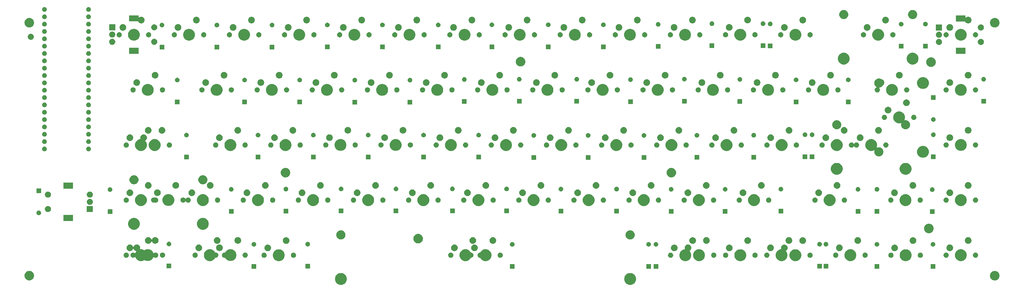
<source format=gbr>
G04 #@! TF.GenerationSoftware,KiCad,Pcbnew,5.1.5+dfsg1-2build2*
G04 #@! TF.CreationDate,2020-08-08T12:50:20+01:00*
G04 #@! TF.ProjectId,stoutgatv2,73746f75-7467-4617-9476-322e6b696361,0.2*
G04 #@! TF.SameCoordinates,Original*
G04 #@! TF.FileFunction,Soldermask,Top*
G04 #@! TF.FilePolarity,Negative*
%FSLAX46Y46*%
G04 Gerber Fmt 4.6, Leading zero omitted, Abs format (unit mm)*
G04 Created by KiCad (PCBNEW 5.1.5+dfsg1-2build2) date 2020-08-08 12:50:20*
%MOMM*%
%LPD*%
G04 APERTURE LIST*
%ADD10C,0.100000*%
G04 APERTURE END LIST*
D10*
G36*
X261875454Y-178022618D02*
G01*
X262248711Y-178177226D01*
X262248713Y-178177227D01*
X262584636Y-178401684D01*
X262870316Y-178687364D01*
X263090378Y-179016709D01*
X263094774Y-179023289D01*
X263249382Y-179396546D01*
X263328200Y-179792793D01*
X263328200Y-180196807D01*
X263249382Y-180593054D01*
X263094774Y-180966311D01*
X263094773Y-180966313D01*
X262870316Y-181302236D01*
X262584636Y-181587916D01*
X262248713Y-181812373D01*
X262248712Y-181812374D01*
X262248711Y-181812374D01*
X261875454Y-181966982D01*
X261479207Y-182045800D01*
X261075193Y-182045800D01*
X260678946Y-181966982D01*
X260305689Y-181812374D01*
X260305688Y-181812374D01*
X260305687Y-181812373D01*
X259969764Y-181587916D01*
X259684084Y-181302236D01*
X259459627Y-180966313D01*
X259459626Y-180966311D01*
X259305018Y-180593054D01*
X259226200Y-180196807D01*
X259226200Y-179792793D01*
X259305018Y-179396546D01*
X259459626Y-179023289D01*
X259464023Y-179016709D01*
X259684084Y-178687364D01*
X259969764Y-178401684D01*
X260305687Y-178177227D01*
X260305689Y-178177226D01*
X260678946Y-178022618D01*
X261075193Y-177943800D01*
X261479207Y-177943800D01*
X261875454Y-178022618D01*
G37*
G36*
X161875454Y-178022618D02*
G01*
X162248711Y-178177226D01*
X162248713Y-178177227D01*
X162584636Y-178401684D01*
X162870316Y-178687364D01*
X163090378Y-179016709D01*
X163094774Y-179023289D01*
X163249382Y-179396546D01*
X163328200Y-179792793D01*
X163328200Y-180196807D01*
X163249382Y-180593054D01*
X163094774Y-180966311D01*
X163094773Y-180966313D01*
X162870316Y-181302236D01*
X162584636Y-181587916D01*
X162248713Y-181812373D01*
X162248712Y-181812374D01*
X162248711Y-181812374D01*
X161875454Y-181966982D01*
X161479207Y-182045800D01*
X161075193Y-182045800D01*
X160678946Y-181966982D01*
X160305689Y-181812374D01*
X160305688Y-181812374D01*
X160305687Y-181812373D01*
X159969764Y-181587916D01*
X159684084Y-181302236D01*
X159459627Y-180966313D01*
X159459626Y-180966311D01*
X159305018Y-180593054D01*
X159226200Y-180196807D01*
X159226200Y-179792793D01*
X159305018Y-179396546D01*
X159459626Y-179023289D01*
X159464023Y-179016709D01*
X159684084Y-178687364D01*
X159969764Y-178401684D01*
X160305687Y-178177227D01*
X160305689Y-178177226D01*
X160678946Y-178022618D01*
X161075193Y-177943800D01*
X161479207Y-177943800D01*
X161875454Y-178022618D01*
G37*
G36*
X387687156Y-177245398D02*
G01*
X387793479Y-177266547D01*
X388093942Y-177391003D01*
X388364351Y-177571685D01*
X388594315Y-177801649D01*
X388766511Y-178059358D01*
X388774998Y-178072060D01*
X388899453Y-178372522D01*
X388962900Y-178691489D01*
X388962900Y-179016711D01*
X388920602Y-179229356D01*
X388899453Y-179335679D01*
X388774997Y-179636142D01*
X388594315Y-179906551D01*
X388364351Y-180136515D01*
X388093942Y-180317197D01*
X387793479Y-180441653D01*
X387687156Y-180462802D01*
X387474511Y-180505100D01*
X387149289Y-180505100D01*
X386936644Y-180462802D01*
X386830321Y-180441653D01*
X386529858Y-180317197D01*
X386259449Y-180136515D01*
X386029485Y-179906551D01*
X385848803Y-179636142D01*
X385724347Y-179335679D01*
X385703198Y-179229356D01*
X385660900Y-179016711D01*
X385660900Y-178691489D01*
X385724347Y-178372522D01*
X385848802Y-178072060D01*
X385857289Y-178059358D01*
X386029485Y-177801649D01*
X386259449Y-177571685D01*
X386529858Y-177391003D01*
X386830321Y-177266547D01*
X386936644Y-177245398D01*
X387149289Y-177203100D01*
X387474511Y-177203100D01*
X387687156Y-177245398D01*
G37*
G36*
X53943856Y-177232698D02*
G01*
X54050179Y-177253847D01*
X54350642Y-177378303D01*
X54621051Y-177558985D01*
X54851015Y-177788949D01*
X55031697Y-178059358D01*
X55031698Y-178059360D01*
X55156153Y-178359822D01*
X55219600Y-178678789D01*
X55219600Y-179004011D01*
X55215765Y-179023289D01*
X55156153Y-179322979D01*
X55031697Y-179623442D01*
X54851015Y-179893851D01*
X54621051Y-180123815D01*
X54350642Y-180304497D01*
X54050179Y-180428953D01*
X53943856Y-180450102D01*
X53731211Y-180492400D01*
X53405989Y-180492400D01*
X53193344Y-180450102D01*
X53087021Y-180428953D01*
X52786558Y-180304497D01*
X52516149Y-180123815D01*
X52286185Y-179893851D01*
X52105503Y-179623442D01*
X51981047Y-179322979D01*
X51921435Y-179023289D01*
X51917600Y-179004011D01*
X51917600Y-178678789D01*
X51981047Y-178359822D01*
X52105502Y-178059360D01*
X52105503Y-178059358D01*
X52286185Y-177788949D01*
X52516149Y-177558985D01*
X52786558Y-177378303D01*
X53087021Y-177253847D01*
X53193344Y-177232698D01*
X53405989Y-177190400D01*
X53731211Y-177190400D01*
X53943856Y-177232698D01*
G37*
G36*
X221323800Y-176442000D02*
G01*
X219721800Y-176442000D01*
X219721800Y-174840000D01*
X221323800Y-174840000D01*
X221323800Y-176442000D01*
G37*
G36*
X347384000Y-176416600D02*
G01*
X345782000Y-176416600D01*
X345782000Y-174814600D01*
X347384000Y-174814600D01*
X347384000Y-176416600D01*
G37*
G36*
X366764200Y-176416600D02*
G01*
X365162200Y-176416600D01*
X365162200Y-174814600D01*
X366764200Y-174814600D01*
X366764200Y-176416600D01*
G37*
G36*
X268466200Y-176416600D02*
G01*
X266864200Y-176416600D01*
X266864200Y-174814600D01*
X268466200Y-174814600D01*
X268466200Y-176416600D01*
G37*
G36*
X270980800Y-176416600D02*
G01*
X269378800Y-176416600D01*
X269378800Y-174814600D01*
X270980800Y-174814600D01*
X270980800Y-176416600D01*
G37*
G36*
X132017400Y-176416600D02*
G01*
X130415400Y-176416600D01*
X130415400Y-174814600D01*
X132017400Y-174814600D01*
X132017400Y-176416600D01*
G37*
G36*
X329756400Y-176391200D02*
G01*
X328154400Y-176391200D01*
X328154400Y-174789200D01*
X329756400Y-174789200D01*
X329756400Y-176391200D01*
G37*
G36*
X327572000Y-176391200D02*
G01*
X325970000Y-176391200D01*
X325970000Y-174789200D01*
X327572000Y-174789200D01*
X327572000Y-176391200D01*
G37*
G36*
X150610200Y-176365800D02*
G01*
X149008200Y-176365800D01*
X149008200Y-174763800D01*
X150610200Y-174763800D01*
X150610200Y-176365800D01*
G37*
G36*
X102655000Y-176315000D02*
G01*
X101053000Y-176315000D01*
X101053000Y-174713000D01*
X102655000Y-174713000D01*
X102655000Y-176315000D01*
G37*
G36*
X299962654Y-169808018D02*
G01*
X300301856Y-169948520D01*
X300335913Y-169962627D01*
X300671836Y-170187084D01*
X300957516Y-170472764D01*
X301176904Y-170801100D01*
X301181974Y-170808689D01*
X301336582Y-171181946D01*
X301415400Y-171578193D01*
X301415400Y-171982207D01*
X301336582Y-172378454D01*
X301192494Y-172726313D01*
X301181973Y-172751713D01*
X300957516Y-173087636D01*
X300671836Y-173373316D01*
X300335913Y-173597773D01*
X300335912Y-173597774D01*
X300335911Y-173597774D01*
X299962654Y-173752382D01*
X299566407Y-173831200D01*
X299162393Y-173831200D01*
X298766146Y-173752382D01*
X298392889Y-173597774D01*
X298392888Y-173597774D01*
X298392887Y-173597773D01*
X298056964Y-173373316D01*
X297771284Y-173087636D01*
X297546827Y-172751713D01*
X297536306Y-172726313D01*
X297392218Y-172378454D01*
X297313400Y-171982207D01*
X297313400Y-171578193D01*
X297392218Y-171181946D01*
X297546826Y-170808689D01*
X297551897Y-170801100D01*
X297771284Y-170472764D01*
X298056964Y-170187084D01*
X298392887Y-169962627D01*
X298426944Y-169948520D01*
X298766146Y-169808018D01*
X299162393Y-169729200D01*
X299566407Y-169729200D01*
X299962654Y-169808018D01*
G37*
G36*
X357112654Y-169808018D02*
G01*
X357451856Y-169948520D01*
X357485913Y-169962627D01*
X357821836Y-170187084D01*
X358107516Y-170472764D01*
X358326904Y-170801100D01*
X358331974Y-170808689D01*
X358486582Y-171181946D01*
X358565400Y-171578193D01*
X358565400Y-171982207D01*
X358486582Y-172378454D01*
X358342494Y-172726313D01*
X358331973Y-172751713D01*
X358107516Y-173087636D01*
X357821836Y-173373316D01*
X357485913Y-173597773D01*
X357485912Y-173597774D01*
X357485911Y-173597774D01*
X357112654Y-173752382D01*
X356716407Y-173831200D01*
X356312393Y-173831200D01*
X355916146Y-173752382D01*
X355542889Y-173597774D01*
X355542888Y-173597774D01*
X355542887Y-173597773D01*
X355206964Y-173373316D01*
X354921284Y-173087636D01*
X354696827Y-172751713D01*
X354686306Y-172726313D01*
X354542218Y-172378454D01*
X354463400Y-171982207D01*
X354463400Y-171578193D01*
X354542218Y-171181946D01*
X354696826Y-170808689D01*
X354701897Y-170801100D01*
X354921284Y-170472764D01*
X355206964Y-170187084D01*
X355542887Y-169962627D01*
X355576944Y-169948520D01*
X355916146Y-169808018D01*
X356312393Y-169729200D01*
X356716407Y-169729200D01*
X357112654Y-169808018D01*
G37*
G36*
X318987254Y-169808018D02*
G01*
X319326456Y-169948520D01*
X319360513Y-169962627D01*
X319696436Y-170187084D01*
X319982116Y-170472764D01*
X320201504Y-170801100D01*
X320206574Y-170808689D01*
X320361182Y-171181946D01*
X320440000Y-171578193D01*
X320440000Y-171982207D01*
X320361182Y-172378454D01*
X320217094Y-172726313D01*
X320206573Y-172751713D01*
X319982116Y-173087636D01*
X319696436Y-173373316D01*
X319360513Y-173597773D01*
X319360512Y-173597774D01*
X319360511Y-173597774D01*
X318987254Y-173752382D01*
X318591007Y-173831200D01*
X318186993Y-173831200D01*
X317790746Y-173752382D01*
X317417489Y-173597774D01*
X317417488Y-173597774D01*
X317417487Y-173597773D01*
X317081564Y-173373316D01*
X316795884Y-173087636D01*
X316571427Y-172751713D01*
X316560906Y-172726313D01*
X316416818Y-172378454D01*
X316338000Y-171982207D01*
X316338000Y-171578193D01*
X316416818Y-171181946D01*
X316571426Y-170808689D01*
X316576497Y-170801100D01*
X316795884Y-170472764D01*
X317081564Y-170187084D01*
X317417487Y-169962627D01*
X317451544Y-169948520D01*
X317790746Y-169808018D01*
X318186993Y-169729200D01*
X318591007Y-169729200D01*
X318987254Y-169808018D01*
G37*
G36*
X281446722Y-168074493D02*
G01*
X281615334Y-168108032D01*
X281824803Y-168194797D01*
X282013320Y-168320760D01*
X282173640Y-168481080D01*
X282299603Y-168669597D01*
X282299604Y-168669599D01*
X282314449Y-168705438D01*
X282386368Y-168879066D01*
X282408484Y-168990251D01*
X282430600Y-169101435D01*
X282430600Y-169328165D01*
X282408484Y-169439349D01*
X282386368Y-169550534D01*
X282299603Y-169760003D01*
X282173640Y-169948520D01*
X282013320Y-170108840D01*
X281975306Y-170134240D01*
X281873608Y-170202193D01*
X281854666Y-170217739D01*
X281839121Y-170236681D01*
X281827570Y-170258291D01*
X281820457Y-170281740D01*
X281818055Y-170306127D01*
X281820457Y-170330513D01*
X281827570Y-170353962D01*
X281839121Y-170375572D01*
X281854666Y-170394514D01*
X281932916Y-170472764D01*
X282152304Y-170801100D01*
X282157374Y-170808689D01*
X282311982Y-171181946D01*
X282390800Y-171578193D01*
X282390800Y-171982207D01*
X282311982Y-172378454D01*
X282167894Y-172726313D01*
X282157373Y-172751713D01*
X281932916Y-173087636D01*
X281647236Y-173373316D01*
X281311313Y-173597773D01*
X281311312Y-173597774D01*
X281311311Y-173597774D01*
X280938054Y-173752382D01*
X280541807Y-173831200D01*
X280137793Y-173831200D01*
X279741546Y-173752382D01*
X279368289Y-173597774D01*
X279368288Y-173597774D01*
X279368287Y-173597773D01*
X279032364Y-173373316D01*
X278746684Y-173087636D01*
X278522227Y-172751713D01*
X278511706Y-172726313D01*
X278367618Y-172378454D01*
X278288800Y-171982207D01*
X278288800Y-171578193D01*
X278367618Y-171181946D01*
X278522226Y-170808689D01*
X278527297Y-170801100D01*
X278746684Y-170472764D01*
X279032364Y-170187084D01*
X279368287Y-169962627D01*
X279402344Y-169948520D01*
X279741546Y-169808018D01*
X280089152Y-169738875D01*
X280112601Y-169731762D01*
X280134212Y-169720211D01*
X280153154Y-169704666D01*
X280168699Y-169685724D01*
X280180250Y-169664113D01*
X280187363Y-169640664D01*
X280189765Y-169616278D01*
X280187363Y-169591892D01*
X280180251Y-169568444D01*
X280172832Y-169550534D01*
X280139658Y-169383757D01*
X280128600Y-169328165D01*
X280128600Y-169101435D01*
X280150716Y-168990251D01*
X280172832Y-168879066D01*
X280244751Y-168705438D01*
X280259596Y-168669599D01*
X280259597Y-168669597D01*
X280385560Y-168481080D01*
X280545880Y-168320760D01*
X280734397Y-168194797D01*
X280943866Y-168108032D01*
X281112478Y-168074493D01*
X281166235Y-168063800D01*
X281392965Y-168063800D01*
X281446722Y-168074493D01*
G37*
G36*
X140399854Y-169808018D02*
G01*
X140739056Y-169948520D01*
X140773113Y-169962627D01*
X141109036Y-170187084D01*
X141394716Y-170472764D01*
X141614104Y-170801100D01*
X141619174Y-170808689D01*
X141773782Y-171181946D01*
X141852600Y-171578193D01*
X141852600Y-171982207D01*
X141773782Y-172378454D01*
X141629694Y-172726313D01*
X141619173Y-172751713D01*
X141394716Y-173087636D01*
X141109036Y-173373316D01*
X140773113Y-173597773D01*
X140773112Y-173597774D01*
X140773111Y-173597774D01*
X140399854Y-173752382D01*
X140003607Y-173831200D01*
X139599593Y-173831200D01*
X139203346Y-173752382D01*
X138830089Y-173597774D01*
X138830088Y-173597774D01*
X138830087Y-173597773D01*
X138494164Y-173373316D01*
X138208484Y-173087636D01*
X137984027Y-172751713D01*
X137973506Y-172726313D01*
X137829418Y-172378454D01*
X137750600Y-171982207D01*
X137750600Y-171578193D01*
X137829418Y-171181946D01*
X137984026Y-170808689D01*
X137989097Y-170801100D01*
X138208484Y-170472764D01*
X138494164Y-170187084D01*
X138830087Y-169962627D01*
X138864144Y-169948520D01*
X139203346Y-169808018D01*
X139599593Y-169729200D01*
X140003607Y-169729200D01*
X140399854Y-169808018D01*
G37*
G36*
X314746122Y-168099893D02*
G01*
X314914734Y-168133432D01*
X315124203Y-168220197D01*
X315312720Y-168346160D01*
X315473040Y-168506480D01*
X315599003Y-168694997D01*
X315599004Y-168694999D01*
X315613849Y-168730838D01*
X315669556Y-168865326D01*
X315685768Y-168904467D01*
X315724948Y-169101435D01*
X315730000Y-169126836D01*
X315730000Y-169353564D01*
X315685768Y-169575934D01*
X315658956Y-169640664D01*
X315609525Y-169760002D01*
X315599003Y-169785403D01*
X315473040Y-169973920D01*
X315312720Y-170134240D01*
X315271647Y-170161684D01*
X315188234Y-170217419D01*
X315169292Y-170232965D01*
X315153747Y-170251907D01*
X315142196Y-170273517D01*
X315135083Y-170296966D01*
X315132681Y-170321352D01*
X315135083Y-170345738D01*
X315142196Y-170369187D01*
X315153747Y-170390798D01*
X315169292Y-170409740D01*
X315206916Y-170447364D01*
X315414403Y-170757889D01*
X315431374Y-170783289D01*
X315585982Y-171156546D01*
X315664800Y-171552793D01*
X315664800Y-171956807D01*
X315585982Y-172353054D01*
X315448457Y-172685069D01*
X315431373Y-172726313D01*
X315206916Y-173062236D01*
X314921236Y-173347916D01*
X314585313Y-173572373D01*
X314585312Y-173572374D01*
X314585311Y-173572374D01*
X314212054Y-173726982D01*
X313815807Y-173805800D01*
X313411793Y-173805800D01*
X313015546Y-173726982D01*
X312642289Y-173572374D01*
X312642288Y-173572374D01*
X312642287Y-173572373D01*
X312306364Y-173347916D01*
X312020684Y-173062236D01*
X311796227Y-172726313D01*
X311779143Y-172685069D01*
X311641618Y-172353054D01*
X311562800Y-171956807D01*
X311562800Y-171552793D01*
X311641618Y-171156546D01*
X311796226Y-170783289D01*
X311813198Y-170757889D01*
X312020684Y-170447364D01*
X312306364Y-170161684D01*
X312642287Y-169937227D01*
X312676344Y-169923120D01*
X313015546Y-169782618D01*
X313371801Y-169711755D01*
X313395250Y-169704642D01*
X313416861Y-169693091D01*
X313435803Y-169677546D01*
X313451348Y-169658604D01*
X313462899Y-169636993D01*
X313470012Y-169613544D01*
X313472414Y-169589158D01*
X313470012Y-169564772D01*
X313467180Y-169550533D01*
X313428000Y-169353564D01*
X313428000Y-169126836D01*
X313433053Y-169101435D01*
X313472232Y-168904467D01*
X313488445Y-168865326D01*
X313544151Y-168730838D01*
X313558996Y-168694999D01*
X313558997Y-168694997D01*
X313684960Y-168506480D01*
X313845280Y-168346160D01*
X314033797Y-168220197D01*
X314243266Y-168133432D01*
X314411878Y-168099893D01*
X314465635Y-168089200D01*
X314692365Y-168089200D01*
X314746122Y-168099893D01*
G37*
G36*
X285687854Y-169782618D02*
G01*
X286027056Y-169923120D01*
X286061113Y-169937227D01*
X286397036Y-170161684D01*
X286682716Y-170447364D01*
X286890203Y-170757889D01*
X286907174Y-170783289D01*
X287061782Y-171156546D01*
X287140600Y-171552793D01*
X287140600Y-171956807D01*
X287061782Y-172353054D01*
X286924257Y-172685069D01*
X286907173Y-172726313D01*
X286682716Y-173062236D01*
X286397036Y-173347916D01*
X286061113Y-173572373D01*
X286061112Y-173572374D01*
X286061111Y-173572374D01*
X285687854Y-173726982D01*
X285291607Y-173805800D01*
X284887593Y-173805800D01*
X284491346Y-173726982D01*
X284118089Y-173572374D01*
X284118088Y-173572374D01*
X284118087Y-173572373D01*
X283782164Y-173347916D01*
X283496484Y-173062236D01*
X283272027Y-172726313D01*
X283254943Y-172685069D01*
X283117418Y-172353054D01*
X283038600Y-171956807D01*
X283038600Y-171552793D01*
X283117418Y-171156546D01*
X283272026Y-170783289D01*
X283288998Y-170757889D01*
X283496484Y-170447364D01*
X283782164Y-170161684D01*
X284118087Y-169937227D01*
X284152144Y-169923120D01*
X284491346Y-169782618D01*
X284887593Y-169703800D01*
X285291607Y-169703800D01*
X285687854Y-169782618D01*
G37*
G36*
X204941254Y-169782618D02*
G01*
X205280456Y-169923120D01*
X205314513Y-169937227D01*
X205650436Y-170161684D01*
X205936116Y-170447364D01*
X206143603Y-170757889D01*
X206164571Y-170789271D01*
X206169365Y-170798241D01*
X206184909Y-170817183D01*
X206203850Y-170832730D01*
X206225460Y-170844282D01*
X206248909Y-170851397D01*
X206273302Y-170853800D01*
X206285942Y-170853800D01*
X206310712Y-170858727D01*
X206460012Y-170888424D01*
X206623984Y-170956344D01*
X206771554Y-171054947D01*
X206897053Y-171180446D01*
X206995656Y-171328016D01*
X207063576Y-171491988D01*
X207098200Y-171666059D01*
X207098200Y-171843541D01*
X207063576Y-172017612D01*
X206995656Y-172181584D01*
X206897053Y-172329154D01*
X206771554Y-172454653D01*
X206623984Y-172553256D01*
X206460012Y-172621176D01*
X206322073Y-172648613D01*
X206285942Y-172655800D01*
X206273302Y-172655800D01*
X206248916Y-172658202D01*
X206225467Y-172665315D01*
X206203856Y-172676866D01*
X206184914Y-172692411D01*
X206169369Y-172711353D01*
X206164573Y-172720326D01*
X206160574Y-172726311D01*
X206160573Y-172726313D01*
X205936116Y-173062236D01*
X205650436Y-173347916D01*
X205314513Y-173572373D01*
X205314512Y-173572374D01*
X205314511Y-173572374D01*
X204941254Y-173726982D01*
X204545007Y-173805800D01*
X204140993Y-173805800D01*
X203744746Y-173726982D01*
X203371489Y-173572374D01*
X203371488Y-173572374D01*
X203371487Y-173572373D01*
X203035564Y-173347916D01*
X202749884Y-173062236D01*
X202525427Y-172726313D01*
X202508343Y-172685069D01*
X202370818Y-172353054D01*
X202292000Y-171956807D01*
X202292000Y-171552793D01*
X202370818Y-171156546D01*
X202525426Y-170783289D01*
X202542398Y-170757889D01*
X202749884Y-170447364D01*
X203035564Y-170161684D01*
X203371487Y-169937227D01*
X203405544Y-169923120D01*
X203744746Y-169782618D01*
X204140993Y-169703800D01*
X204545007Y-169703800D01*
X204941254Y-169782618D01*
G37*
G36*
X116574654Y-169782618D02*
G01*
X116913856Y-169923120D01*
X116947913Y-169937227D01*
X117204751Y-170108841D01*
X117283836Y-170161684D01*
X117569516Y-170447364D01*
X117791903Y-170780189D01*
X117807448Y-170799131D01*
X117826390Y-170814676D01*
X117848001Y-170826227D01*
X117871450Y-170833340D01*
X117895836Y-170835742D01*
X117920221Y-170833340D01*
X117945057Y-170828400D01*
X118122542Y-170828400D01*
X118144310Y-170832730D01*
X118296612Y-170863024D01*
X118460584Y-170930944D01*
X118608154Y-171029547D01*
X118733653Y-171155046D01*
X118832256Y-171302616D01*
X118900176Y-171466588D01*
X118934800Y-171640659D01*
X118934800Y-171818141D01*
X118900176Y-171992212D01*
X118832256Y-172156184D01*
X118733653Y-172303754D01*
X118608154Y-172429253D01*
X118460584Y-172527856D01*
X118296612Y-172595776D01*
X118147312Y-172625473D01*
X118122542Y-172630400D01*
X117945058Y-172630400D01*
X117942791Y-172629949D01*
X117918405Y-172627547D01*
X117894019Y-172629949D01*
X117870570Y-172637062D01*
X117848959Y-172648613D01*
X117830017Y-172664158D01*
X117814472Y-172683100D01*
X117802921Y-172704711D01*
X117793974Y-172726312D01*
X117586488Y-173036836D01*
X117569516Y-173062236D01*
X117283836Y-173347916D01*
X116947913Y-173572373D01*
X116947912Y-173572374D01*
X116947911Y-173572374D01*
X116574654Y-173726982D01*
X116178407Y-173805800D01*
X115774393Y-173805800D01*
X115378146Y-173726982D01*
X115004889Y-173572374D01*
X115004888Y-173572374D01*
X115004887Y-173572373D01*
X114668964Y-173347916D01*
X114383284Y-173062236D01*
X114158827Y-172726313D01*
X114141743Y-172685069D01*
X114004218Y-172353054D01*
X113925400Y-171956807D01*
X113925400Y-171552793D01*
X114004218Y-171156546D01*
X114158826Y-170783289D01*
X114175798Y-170757889D01*
X114383284Y-170447364D01*
X114668964Y-170161684D01*
X115004887Y-169937227D01*
X115038944Y-169923120D01*
X115378146Y-169782618D01*
X115774393Y-169703800D01*
X116178407Y-169703800D01*
X116574654Y-169782618D01*
G37*
G36*
X90895922Y-168049093D02*
G01*
X91064534Y-168082632D01*
X91274003Y-168169397D01*
X91462520Y-168295360D01*
X91622840Y-168455680D01*
X91721835Y-168603837D01*
X91748804Y-168644199D01*
X91763649Y-168680038D01*
X91835568Y-168853666D01*
X91845673Y-168904466D01*
X91879800Y-169076035D01*
X91879800Y-169302765D01*
X91835568Y-169525133D01*
X91833152Y-169530966D01*
X91826039Y-169554415D01*
X91823637Y-169578801D01*
X91826039Y-169603187D01*
X91833152Y-169626636D01*
X91844703Y-169648247D01*
X91860248Y-169667188D01*
X91879190Y-169682734D01*
X91900801Y-169694285D01*
X91924250Y-169701398D01*
X91948636Y-169703800D01*
X92353207Y-169703800D01*
X92749454Y-169782618D01*
X93088656Y-169923120D01*
X93122713Y-169937227D01*
X93177626Y-169973919D01*
X93256547Y-170026652D01*
X93278158Y-170038203D01*
X93301607Y-170045316D01*
X93325993Y-170047718D01*
X93350379Y-170045316D01*
X93373828Y-170038203D01*
X93395439Y-170026652D01*
X93512374Y-169948519D01*
X93567287Y-169911827D01*
X93567289Y-169911826D01*
X93940546Y-169757218D01*
X94336793Y-169678400D01*
X94740807Y-169678400D01*
X95137054Y-169757218D01*
X95510311Y-169911826D01*
X95510313Y-169911827D01*
X95846236Y-170136284D01*
X96131916Y-170421964D01*
X96165860Y-170472764D01*
X96356374Y-170757889D01*
X96459797Y-171007573D01*
X96471348Y-171029184D01*
X96486893Y-171048126D01*
X96505835Y-171063671D01*
X96527446Y-171075222D01*
X96550895Y-171082335D01*
X96575281Y-171084737D01*
X96599667Y-171082335D01*
X96623116Y-171075222D01*
X96644727Y-171063671D01*
X96648825Y-171060308D01*
X96656841Y-171054952D01*
X96656846Y-171054947D01*
X96804416Y-170956344D01*
X96968388Y-170888424D01*
X97117688Y-170858727D01*
X97142458Y-170853800D01*
X97319942Y-170853800D01*
X97344712Y-170858727D01*
X97494012Y-170888424D01*
X97657984Y-170956344D01*
X97805554Y-171054947D01*
X97931053Y-171180446D01*
X98029656Y-171328016D01*
X98097576Y-171491988D01*
X98132200Y-171666059D01*
X98132200Y-171843541D01*
X98097576Y-172017612D01*
X98029656Y-172181584D01*
X97931053Y-172329154D01*
X97805554Y-172454653D01*
X97657984Y-172553256D01*
X97494012Y-172621176D01*
X97356073Y-172648613D01*
X97319942Y-172655800D01*
X97142458Y-172655800D01*
X97106327Y-172648613D01*
X96968388Y-172621176D01*
X96804416Y-172553256D01*
X96656846Y-172454653D01*
X96648779Y-172446586D01*
X96629848Y-172431050D01*
X96608237Y-172419499D01*
X96584788Y-172412386D01*
X96560402Y-172409984D01*
X96536016Y-172412386D01*
X96512567Y-172419499D01*
X96490956Y-172431050D01*
X96472014Y-172446595D01*
X96456469Y-172465537D01*
X96444918Y-172487148D01*
X96362936Y-172685069D01*
X96356373Y-172700913D01*
X96131916Y-173036836D01*
X95846236Y-173322516D01*
X95510313Y-173546973D01*
X95510312Y-173546974D01*
X95510311Y-173546974D01*
X95137054Y-173701582D01*
X94740807Y-173780400D01*
X94336793Y-173780400D01*
X93940546Y-173701582D01*
X93567289Y-173546974D01*
X93567288Y-173546974D01*
X93567287Y-173546973D01*
X93433453Y-173457548D01*
X93411842Y-173445997D01*
X93388393Y-173438884D01*
X93364007Y-173436482D01*
X93339621Y-173438884D01*
X93316172Y-173445997D01*
X93294561Y-173457548D01*
X93203264Y-173518550D01*
X93122713Y-173572373D01*
X93122712Y-173572374D01*
X93122711Y-173572374D01*
X92749454Y-173726982D01*
X92353207Y-173805800D01*
X91949193Y-173805800D01*
X91552946Y-173726982D01*
X91179689Y-173572374D01*
X91179688Y-173572374D01*
X91179687Y-173572373D01*
X90843764Y-173347916D01*
X90558084Y-173062236D01*
X90333627Y-172726313D01*
X90316543Y-172685069D01*
X90230203Y-172476627D01*
X90218652Y-172455016D01*
X90203107Y-172436074D01*
X90184165Y-172420529D01*
X90162554Y-172408978D01*
X90139105Y-172401865D01*
X90114719Y-172399463D01*
X90090333Y-172401865D01*
X90066884Y-172408978D01*
X90045273Y-172420529D01*
X90041175Y-172423892D01*
X90033159Y-172429248D01*
X90033154Y-172429253D01*
X89885584Y-172527856D01*
X89721612Y-172595776D01*
X89572312Y-172625473D01*
X89547542Y-172630400D01*
X89370058Y-172630400D01*
X89345288Y-172625473D01*
X89195988Y-172595776D01*
X89032016Y-172527856D01*
X88884446Y-172429253D01*
X88758947Y-172303754D01*
X88660344Y-172156184D01*
X88592424Y-171992212D01*
X88557800Y-171818141D01*
X88557800Y-171640659D01*
X88592424Y-171466588D01*
X88660344Y-171302616D01*
X88758947Y-171155046D01*
X88884446Y-171029547D01*
X89032016Y-170930944D01*
X89195988Y-170863024D01*
X89348290Y-170832730D01*
X89370058Y-170828400D01*
X89547542Y-170828400D01*
X89569310Y-170832730D01*
X89721612Y-170863024D01*
X89885584Y-170930944D01*
X90033154Y-171029547D01*
X90041221Y-171037614D01*
X90060152Y-171053150D01*
X90081763Y-171064701D01*
X90105212Y-171071814D01*
X90129598Y-171074216D01*
X90153984Y-171071814D01*
X90177433Y-171064701D01*
X90199044Y-171053150D01*
X90217986Y-171037605D01*
X90233531Y-171018663D01*
X90245082Y-170997052D01*
X90333626Y-170783289D01*
X90336165Y-170779489D01*
X90523968Y-170498421D01*
X90535517Y-170476815D01*
X90542630Y-170453366D01*
X90545032Y-170428980D01*
X90542630Y-170404594D01*
X90535517Y-170381145D01*
X90523966Y-170359534D01*
X90508421Y-170340593D01*
X90489479Y-170325047D01*
X90467868Y-170313496D01*
X90444420Y-170306383D01*
X90393066Y-170296168D01*
X90183599Y-170209404D01*
X90183598Y-170209404D01*
X90183597Y-170209403D01*
X89995080Y-170083440D01*
X89834760Y-169923120D01*
X89708797Y-169734603D01*
X89706559Y-169729200D01*
X89655744Y-169606523D01*
X89644193Y-169584912D01*
X89628647Y-169565970D01*
X89609706Y-169550425D01*
X89588095Y-169538874D01*
X89564646Y-169531761D01*
X89540260Y-169529359D01*
X89515874Y-169531761D01*
X89492425Y-169538874D01*
X89470814Y-169550425D01*
X89451872Y-169565971D01*
X89436327Y-169584912D01*
X89424779Y-169606518D01*
X89416445Y-169626636D01*
X89361204Y-169760002D01*
X89344233Y-169785401D01*
X89235240Y-169948520D01*
X89074920Y-170108840D01*
X88886403Y-170234803D01*
X88676934Y-170321568D01*
X88565749Y-170343684D01*
X88454565Y-170365800D01*
X88227835Y-170365800D01*
X88116651Y-170343684D01*
X88005466Y-170321568D01*
X87795997Y-170234803D01*
X87607480Y-170108840D01*
X87447160Y-169948520D01*
X87321197Y-169760003D01*
X87234432Y-169550534D01*
X87212316Y-169439349D01*
X87190200Y-169328165D01*
X87190200Y-169101435D01*
X87212316Y-168990251D01*
X87234432Y-168879066D01*
X87306351Y-168705438D01*
X87321196Y-168669599D01*
X87321197Y-168669597D01*
X87447160Y-168481080D01*
X87607480Y-168320760D01*
X87795997Y-168194797D01*
X88005466Y-168108032D01*
X88174078Y-168074493D01*
X88227835Y-168063800D01*
X88454565Y-168063800D01*
X88508322Y-168074493D01*
X88676934Y-168108032D01*
X88886403Y-168194797D01*
X89074920Y-168320760D01*
X89235240Y-168481080D01*
X89361203Y-168669597D01*
X89361204Y-168669599D01*
X89414256Y-168797677D01*
X89425807Y-168819288D01*
X89441353Y-168838230D01*
X89460294Y-168853775D01*
X89481905Y-168865326D01*
X89505354Y-168872439D01*
X89529740Y-168874841D01*
X89554126Y-168872439D01*
X89577575Y-168865326D01*
X89599186Y-168853775D01*
X89618128Y-168838229D01*
X89633673Y-168819288D01*
X89645221Y-168797682D01*
X89676585Y-168721965D01*
X89708796Y-168644198D01*
X89800817Y-168506480D01*
X89834760Y-168455680D01*
X89995080Y-168295360D01*
X90183597Y-168169397D01*
X90393066Y-168082632D01*
X90561678Y-168049093D01*
X90615435Y-168038400D01*
X90842165Y-168038400D01*
X90895922Y-168049093D01*
G37*
G36*
X211875454Y-169782618D02*
G01*
X212214656Y-169923120D01*
X212248713Y-169937227D01*
X212584636Y-170161684D01*
X212870316Y-170447364D01*
X213077803Y-170757889D01*
X213094774Y-170783289D01*
X213249382Y-171156546D01*
X213328200Y-171552793D01*
X213328200Y-171956807D01*
X213249382Y-172353054D01*
X213111857Y-172685069D01*
X213094773Y-172726313D01*
X212870316Y-173062236D01*
X212584636Y-173347916D01*
X212248713Y-173572373D01*
X212248712Y-173572374D01*
X212248711Y-173572374D01*
X211875454Y-173726982D01*
X211479207Y-173805800D01*
X211075193Y-173805800D01*
X210678946Y-173726982D01*
X210305689Y-173572374D01*
X210305688Y-173572374D01*
X210305687Y-173572373D01*
X209969764Y-173347916D01*
X209684084Y-173062236D01*
X209459627Y-172726313D01*
X209459626Y-172726311D01*
X209455629Y-172720329D01*
X209450835Y-172711359D01*
X209435291Y-172692417D01*
X209416350Y-172676870D01*
X209394740Y-172665318D01*
X209371291Y-172658203D01*
X209346898Y-172655800D01*
X209334258Y-172655800D01*
X209298127Y-172648613D01*
X209160188Y-172621176D01*
X208996216Y-172553256D01*
X208848646Y-172454653D01*
X208723147Y-172329154D01*
X208624544Y-172181584D01*
X208556624Y-172017612D01*
X208522000Y-171843541D01*
X208522000Y-171666059D01*
X208556624Y-171491988D01*
X208624544Y-171328016D01*
X208723147Y-171180446D01*
X208848646Y-171054947D01*
X208996216Y-170956344D01*
X209160188Y-170888424D01*
X209309488Y-170858727D01*
X209334258Y-170853800D01*
X209346898Y-170853800D01*
X209371284Y-170851398D01*
X209394733Y-170844285D01*
X209416344Y-170832734D01*
X209435286Y-170817189D01*
X209450831Y-170798247D01*
X209455627Y-170789274D01*
X209476598Y-170757889D01*
X209684084Y-170447364D01*
X209969764Y-170161684D01*
X210305687Y-169937227D01*
X210339744Y-169923120D01*
X210678946Y-169782618D01*
X211075193Y-169703800D01*
X211479207Y-169703800D01*
X211875454Y-169782618D01*
G37*
G36*
X338011854Y-169782618D02*
G01*
X338351056Y-169923120D01*
X338385113Y-169937227D01*
X338721036Y-170161684D01*
X339006716Y-170447364D01*
X339214203Y-170757889D01*
X339231174Y-170783289D01*
X339385782Y-171156546D01*
X339464600Y-171552793D01*
X339464600Y-171956807D01*
X339385782Y-172353054D01*
X339248257Y-172685069D01*
X339231173Y-172726313D01*
X339006716Y-173062236D01*
X338721036Y-173347916D01*
X338385113Y-173572373D01*
X338385112Y-173572374D01*
X338385111Y-173572374D01*
X338011854Y-173726982D01*
X337615607Y-173805800D01*
X337211593Y-173805800D01*
X336815346Y-173726982D01*
X336442089Y-173572374D01*
X336442088Y-173572374D01*
X336442087Y-173572373D01*
X336106164Y-173347916D01*
X335820484Y-173062236D01*
X335596027Y-172726313D01*
X335578943Y-172685069D01*
X335441418Y-172353054D01*
X335362600Y-171956807D01*
X335362600Y-171552793D01*
X335441418Y-171156546D01*
X335596026Y-170783289D01*
X335612998Y-170757889D01*
X335820484Y-170447364D01*
X336106164Y-170161684D01*
X336442087Y-169937227D01*
X336476144Y-169923120D01*
X336815346Y-169782618D01*
X337211593Y-169703800D01*
X337615607Y-169703800D01*
X338011854Y-169782618D01*
G37*
G36*
X376188054Y-169782618D02*
G01*
X376527256Y-169923120D01*
X376561313Y-169937227D01*
X376897236Y-170161684D01*
X377182916Y-170447364D01*
X377390403Y-170757889D01*
X377407374Y-170783289D01*
X377561982Y-171156546D01*
X377640800Y-171552793D01*
X377640800Y-171956807D01*
X377561982Y-172353054D01*
X377424457Y-172685069D01*
X377407373Y-172726313D01*
X377182916Y-173062236D01*
X376897236Y-173347916D01*
X376561313Y-173572373D01*
X376561312Y-173572374D01*
X376561311Y-173572374D01*
X376188054Y-173726982D01*
X375791807Y-173805800D01*
X375387793Y-173805800D01*
X374991546Y-173726982D01*
X374618289Y-173572374D01*
X374618288Y-173572374D01*
X374618287Y-173572373D01*
X374282364Y-173347916D01*
X373996684Y-173062236D01*
X373772227Y-172726313D01*
X373755143Y-172685069D01*
X373617618Y-172353054D01*
X373538800Y-171956807D01*
X373538800Y-171552793D01*
X373617618Y-171156546D01*
X373772226Y-170783289D01*
X373789198Y-170757889D01*
X373996684Y-170447364D01*
X374282364Y-170161684D01*
X374618287Y-169937227D01*
X374652344Y-169923120D01*
X374991546Y-169782618D01*
X375387793Y-169703800D01*
X375791807Y-169703800D01*
X376188054Y-169782618D01*
G37*
G36*
X123712054Y-169757218D02*
G01*
X124085311Y-169911826D01*
X124085313Y-169911827D01*
X124421236Y-170136284D01*
X124706916Y-170421964D01*
X124740860Y-170472764D01*
X124931374Y-170757889D01*
X125085982Y-171131146D01*
X125164800Y-171527393D01*
X125164800Y-171931407D01*
X125085982Y-172327654D01*
X124937936Y-172685069D01*
X124931373Y-172700913D01*
X124706916Y-173036836D01*
X124421236Y-173322516D01*
X124085313Y-173546973D01*
X124085312Y-173546974D01*
X124085311Y-173546974D01*
X123712054Y-173701582D01*
X123315807Y-173780400D01*
X122911793Y-173780400D01*
X122515546Y-173701582D01*
X122142289Y-173546974D01*
X122142288Y-173546974D01*
X122142287Y-173546973D01*
X121806364Y-173322516D01*
X121520684Y-173036836D01*
X121298297Y-172704011D01*
X121282752Y-172685069D01*
X121263810Y-172669524D01*
X121242199Y-172657973D01*
X121218750Y-172650860D01*
X121194364Y-172648458D01*
X121169979Y-172650860D01*
X121145143Y-172655800D01*
X120967658Y-172655800D01*
X120931527Y-172648613D01*
X120793588Y-172621176D01*
X120629616Y-172553256D01*
X120482046Y-172454653D01*
X120356547Y-172329154D01*
X120257944Y-172181584D01*
X120190024Y-172017612D01*
X120155400Y-171843541D01*
X120155400Y-171666059D01*
X120190024Y-171491988D01*
X120257944Y-171328016D01*
X120356547Y-171180446D01*
X120482046Y-171054947D01*
X120629616Y-170956344D01*
X120793588Y-170888424D01*
X120942888Y-170858727D01*
X120967658Y-170853800D01*
X121145142Y-170853800D01*
X121147409Y-170854251D01*
X121171795Y-170856653D01*
X121196181Y-170854251D01*
X121219630Y-170847138D01*
X121241241Y-170835587D01*
X121260183Y-170820042D01*
X121275728Y-170801100D01*
X121287279Y-170779489D01*
X121296226Y-170757888D01*
X121520684Y-170421964D01*
X121806364Y-170136284D01*
X121847437Y-170108840D01*
X122142287Y-169911827D01*
X122142289Y-169911826D01*
X122515546Y-169757218D01*
X122911793Y-169678400D01*
X123315807Y-169678400D01*
X123712054Y-169757218D01*
G37*
G36*
X134835112Y-170884127D02*
G01*
X134984412Y-170913824D01*
X135148384Y-170981744D01*
X135295954Y-171080347D01*
X135421453Y-171205846D01*
X135520056Y-171353416D01*
X135587976Y-171517388D01*
X135622600Y-171691459D01*
X135622600Y-171868941D01*
X135587976Y-172043012D01*
X135520056Y-172206984D01*
X135421453Y-172354554D01*
X135295954Y-172480053D01*
X135148384Y-172578656D01*
X134984412Y-172646576D01*
X134835112Y-172676273D01*
X134810342Y-172681200D01*
X134632858Y-172681200D01*
X134608088Y-172676273D01*
X134458788Y-172646576D01*
X134294816Y-172578656D01*
X134147246Y-172480053D01*
X134021747Y-172354554D01*
X133923144Y-172206984D01*
X133855224Y-172043012D01*
X133820600Y-171868941D01*
X133820600Y-171691459D01*
X133855224Y-171517388D01*
X133923144Y-171353416D01*
X134021747Y-171205846D01*
X134147246Y-171080347D01*
X134294816Y-170981744D01*
X134458788Y-170913824D01*
X134608088Y-170884127D01*
X134632858Y-170879200D01*
X134810342Y-170879200D01*
X134835112Y-170884127D01*
G37*
G36*
X351547912Y-170884127D02*
G01*
X351697212Y-170913824D01*
X351861184Y-170981744D01*
X352008754Y-171080347D01*
X352134253Y-171205846D01*
X352232856Y-171353416D01*
X352300776Y-171517388D01*
X352335400Y-171691459D01*
X352335400Y-171868941D01*
X352300776Y-172043012D01*
X352232856Y-172206984D01*
X352134253Y-172354554D01*
X352008754Y-172480053D01*
X351861184Y-172578656D01*
X351697212Y-172646576D01*
X351547912Y-172676273D01*
X351523142Y-172681200D01*
X351345658Y-172681200D01*
X351320888Y-172676273D01*
X351171588Y-172646576D01*
X351007616Y-172578656D01*
X350860046Y-172480053D01*
X350734547Y-172354554D01*
X350635944Y-172206984D01*
X350568024Y-172043012D01*
X350533400Y-171868941D01*
X350533400Y-171691459D01*
X350568024Y-171517388D01*
X350635944Y-171353416D01*
X350734547Y-171205846D01*
X350860046Y-171080347D01*
X351007616Y-170981744D01*
X351171588Y-170913824D01*
X351320888Y-170884127D01*
X351345658Y-170879200D01*
X351523142Y-170879200D01*
X351547912Y-170884127D01*
G37*
G36*
X144995112Y-170884127D02*
G01*
X145144412Y-170913824D01*
X145308384Y-170981744D01*
X145455954Y-171080347D01*
X145581453Y-171205846D01*
X145680056Y-171353416D01*
X145747976Y-171517388D01*
X145782600Y-171691459D01*
X145782600Y-171868941D01*
X145747976Y-172043012D01*
X145680056Y-172206984D01*
X145581453Y-172354554D01*
X145455954Y-172480053D01*
X145308384Y-172578656D01*
X145144412Y-172646576D01*
X144995112Y-172676273D01*
X144970342Y-172681200D01*
X144792858Y-172681200D01*
X144768088Y-172676273D01*
X144618788Y-172646576D01*
X144454816Y-172578656D01*
X144307246Y-172480053D01*
X144181747Y-172354554D01*
X144083144Y-172206984D01*
X144015224Y-172043012D01*
X143980600Y-171868941D01*
X143980600Y-171691459D01*
X144015224Y-171517388D01*
X144083144Y-171353416D01*
X144181747Y-171205846D01*
X144307246Y-171080347D01*
X144454816Y-170981744D01*
X144618788Y-170913824D01*
X144768088Y-170884127D01*
X144792858Y-170879200D01*
X144970342Y-170879200D01*
X144995112Y-170884127D01*
G37*
G36*
X323582512Y-170884127D02*
G01*
X323731812Y-170913824D01*
X323895784Y-170981744D01*
X324043354Y-171080347D01*
X324168853Y-171205846D01*
X324267456Y-171353416D01*
X324335376Y-171517388D01*
X324370000Y-171691459D01*
X324370000Y-171868941D01*
X324335376Y-172043012D01*
X324267456Y-172206984D01*
X324168853Y-172354554D01*
X324043354Y-172480053D01*
X323895784Y-172578656D01*
X323731812Y-172646576D01*
X323582512Y-172676273D01*
X323557742Y-172681200D01*
X323380258Y-172681200D01*
X323355488Y-172676273D01*
X323206188Y-172646576D01*
X323042216Y-172578656D01*
X322894646Y-172480053D01*
X322769147Y-172354554D01*
X322670544Y-172206984D01*
X322602624Y-172043012D01*
X322568000Y-171868941D01*
X322568000Y-171691459D01*
X322602624Y-171517388D01*
X322670544Y-171353416D01*
X322769147Y-171205846D01*
X322894646Y-171080347D01*
X323042216Y-170981744D01*
X323206188Y-170913824D01*
X323355488Y-170884127D01*
X323380258Y-170879200D01*
X323557742Y-170879200D01*
X323582512Y-170884127D01*
G37*
G36*
X275373312Y-170884127D02*
G01*
X275522612Y-170913824D01*
X275686584Y-170981744D01*
X275834154Y-171080347D01*
X275959653Y-171205846D01*
X276058256Y-171353416D01*
X276126176Y-171517388D01*
X276160800Y-171691459D01*
X276160800Y-171868941D01*
X276126176Y-172043012D01*
X276058256Y-172206984D01*
X275959653Y-172354554D01*
X275834154Y-172480053D01*
X275686584Y-172578656D01*
X275522612Y-172646576D01*
X275373312Y-172676273D01*
X275348542Y-172681200D01*
X275171058Y-172681200D01*
X275146288Y-172676273D01*
X274996988Y-172646576D01*
X274833016Y-172578656D01*
X274685446Y-172480053D01*
X274559947Y-172354554D01*
X274461344Y-172206984D01*
X274393424Y-172043012D01*
X274358800Y-171868941D01*
X274358800Y-171691459D01*
X274393424Y-171517388D01*
X274461344Y-171353416D01*
X274559947Y-171205846D01*
X274685446Y-171080347D01*
X274833016Y-170981744D01*
X274996988Y-170913824D01*
X275146288Y-170884127D01*
X275171058Y-170879200D01*
X275348542Y-170879200D01*
X275373312Y-170884127D01*
G37*
G36*
X304557912Y-170884127D02*
G01*
X304707212Y-170913824D01*
X304871184Y-170981744D01*
X305018754Y-171080347D01*
X305144253Y-171205846D01*
X305242856Y-171353416D01*
X305310776Y-171517388D01*
X305345400Y-171691459D01*
X305345400Y-171868941D01*
X305310776Y-172043012D01*
X305242856Y-172206984D01*
X305144253Y-172354554D01*
X305018754Y-172480053D01*
X304871184Y-172578656D01*
X304707212Y-172646576D01*
X304557912Y-172676273D01*
X304533142Y-172681200D01*
X304355658Y-172681200D01*
X304330888Y-172676273D01*
X304181588Y-172646576D01*
X304017616Y-172578656D01*
X303870046Y-172480053D01*
X303744547Y-172354554D01*
X303645944Y-172206984D01*
X303578024Y-172043012D01*
X303543400Y-171868941D01*
X303543400Y-171691459D01*
X303578024Y-171517388D01*
X303645944Y-171353416D01*
X303744547Y-171205846D01*
X303870046Y-171080347D01*
X304017616Y-170981744D01*
X304181588Y-170913824D01*
X304330888Y-170884127D01*
X304355658Y-170879200D01*
X304533142Y-170879200D01*
X304557912Y-170884127D01*
G37*
G36*
X361707912Y-170884127D02*
G01*
X361857212Y-170913824D01*
X362021184Y-170981744D01*
X362168754Y-171080347D01*
X362294253Y-171205846D01*
X362392856Y-171353416D01*
X362460776Y-171517388D01*
X362495400Y-171691459D01*
X362495400Y-171868941D01*
X362460776Y-172043012D01*
X362392856Y-172206984D01*
X362294253Y-172354554D01*
X362168754Y-172480053D01*
X362021184Y-172578656D01*
X361857212Y-172646576D01*
X361707912Y-172676273D01*
X361683142Y-172681200D01*
X361505658Y-172681200D01*
X361480888Y-172676273D01*
X361331588Y-172646576D01*
X361167616Y-172578656D01*
X361020046Y-172480053D01*
X360894547Y-172354554D01*
X360795944Y-172206984D01*
X360728024Y-172043012D01*
X360693400Y-171868941D01*
X360693400Y-171691459D01*
X360728024Y-171517388D01*
X360795944Y-171353416D01*
X360894547Y-171205846D01*
X361020046Y-171080347D01*
X361167616Y-170981744D01*
X361331588Y-170913824D01*
X361480888Y-170884127D01*
X361505658Y-170879200D01*
X361683142Y-170879200D01*
X361707912Y-170884127D01*
G37*
G36*
X294397912Y-170884127D02*
G01*
X294547212Y-170913824D01*
X294711184Y-170981744D01*
X294858754Y-171080347D01*
X294984253Y-171205846D01*
X295082856Y-171353416D01*
X295150776Y-171517388D01*
X295185400Y-171691459D01*
X295185400Y-171868941D01*
X295150776Y-172043012D01*
X295082856Y-172206984D01*
X294984253Y-172354554D01*
X294858754Y-172480053D01*
X294711184Y-172578656D01*
X294547212Y-172646576D01*
X294397912Y-172676273D01*
X294373142Y-172681200D01*
X294195658Y-172681200D01*
X294170888Y-172676273D01*
X294021588Y-172646576D01*
X293857616Y-172578656D01*
X293710046Y-172480053D01*
X293584547Y-172354554D01*
X293485944Y-172206984D01*
X293418024Y-172043012D01*
X293383400Y-171868941D01*
X293383400Y-171691459D01*
X293418024Y-171517388D01*
X293485944Y-171353416D01*
X293584547Y-171205846D01*
X293710046Y-171080347D01*
X293857616Y-170981744D01*
X294021588Y-170913824D01*
X294170888Y-170884127D01*
X294195658Y-170879200D01*
X294373142Y-170879200D01*
X294397912Y-170884127D01*
G37*
G36*
X380783312Y-170858727D02*
G01*
X380932612Y-170888424D01*
X381096584Y-170956344D01*
X381244154Y-171054947D01*
X381369653Y-171180446D01*
X381468256Y-171328016D01*
X381536176Y-171491988D01*
X381570800Y-171666059D01*
X381570800Y-171843541D01*
X381536176Y-172017612D01*
X381468256Y-172181584D01*
X381369653Y-172329154D01*
X381244154Y-172454653D01*
X381096584Y-172553256D01*
X380932612Y-172621176D01*
X380794673Y-172648613D01*
X380758542Y-172655800D01*
X380581058Y-172655800D01*
X380544927Y-172648613D01*
X380406988Y-172621176D01*
X380243016Y-172553256D01*
X380095446Y-172454653D01*
X379969947Y-172329154D01*
X379871344Y-172181584D01*
X379803424Y-172017612D01*
X379768800Y-171843541D01*
X379768800Y-171666059D01*
X379803424Y-171491988D01*
X379871344Y-171328016D01*
X379969947Y-171180446D01*
X380095446Y-171054947D01*
X380243016Y-170956344D01*
X380406988Y-170888424D01*
X380556288Y-170858727D01*
X380581058Y-170853800D01*
X380758542Y-170853800D01*
X380783312Y-170858727D01*
G37*
G36*
X370623312Y-170858727D02*
G01*
X370772612Y-170888424D01*
X370936584Y-170956344D01*
X371084154Y-171054947D01*
X371209653Y-171180446D01*
X371308256Y-171328016D01*
X371376176Y-171491988D01*
X371410800Y-171666059D01*
X371410800Y-171843541D01*
X371376176Y-172017612D01*
X371308256Y-172181584D01*
X371209653Y-172329154D01*
X371084154Y-172454653D01*
X370936584Y-172553256D01*
X370772612Y-172621176D01*
X370634673Y-172648613D01*
X370598542Y-172655800D01*
X370421058Y-172655800D01*
X370384927Y-172648613D01*
X370246988Y-172621176D01*
X370083016Y-172553256D01*
X369935446Y-172454653D01*
X369809947Y-172329154D01*
X369711344Y-172181584D01*
X369643424Y-172017612D01*
X369608800Y-171843541D01*
X369608800Y-171666059D01*
X369643424Y-171491988D01*
X369711344Y-171328016D01*
X369809947Y-171180446D01*
X369935446Y-171054947D01*
X370083016Y-170956344D01*
X370246988Y-170888424D01*
X370396288Y-170858727D01*
X370421058Y-170853800D01*
X370598542Y-170853800D01*
X370623312Y-170858727D01*
G37*
G36*
X308647312Y-170858727D02*
G01*
X308796612Y-170888424D01*
X308960584Y-170956344D01*
X309108154Y-171054947D01*
X309233653Y-171180446D01*
X309332256Y-171328016D01*
X309400176Y-171491988D01*
X309434800Y-171666059D01*
X309434800Y-171843541D01*
X309400176Y-172017612D01*
X309332256Y-172181584D01*
X309233653Y-172329154D01*
X309108154Y-172454653D01*
X308960584Y-172553256D01*
X308796612Y-172621176D01*
X308658673Y-172648613D01*
X308622542Y-172655800D01*
X308445058Y-172655800D01*
X308408927Y-172648613D01*
X308270988Y-172621176D01*
X308107016Y-172553256D01*
X307959446Y-172454653D01*
X307833947Y-172329154D01*
X307735344Y-172181584D01*
X307667424Y-172017612D01*
X307632800Y-171843541D01*
X307632800Y-171666059D01*
X307667424Y-171491988D01*
X307735344Y-171328016D01*
X307833947Y-171180446D01*
X307959446Y-171054947D01*
X308107016Y-170956344D01*
X308270988Y-170888424D01*
X308420288Y-170858727D01*
X308445058Y-170853800D01*
X308622542Y-170853800D01*
X308647312Y-170858727D01*
G37*
G36*
X342607112Y-170858727D02*
G01*
X342756412Y-170888424D01*
X342920384Y-170956344D01*
X343067954Y-171054947D01*
X343193453Y-171180446D01*
X343292056Y-171328016D01*
X343359976Y-171491988D01*
X343394600Y-171666059D01*
X343394600Y-171843541D01*
X343359976Y-172017612D01*
X343292056Y-172181584D01*
X343193453Y-172329154D01*
X343067954Y-172454653D01*
X342920384Y-172553256D01*
X342756412Y-172621176D01*
X342618473Y-172648613D01*
X342582342Y-172655800D01*
X342404858Y-172655800D01*
X342368727Y-172648613D01*
X342230788Y-172621176D01*
X342066816Y-172553256D01*
X341919246Y-172454653D01*
X341793747Y-172329154D01*
X341695144Y-172181584D01*
X341627224Y-172017612D01*
X341592600Y-171843541D01*
X341592600Y-171666059D01*
X341627224Y-171491988D01*
X341695144Y-171328016D01*
X341793747Y-171180446D01*
X341919246Y-171054947D01*
X342066816Y-170956344D01*
X342230788Y-170888424D01*
X342380088Y-170858727D01*
X342404858Y-170853800D01*
X342582342Y-170853800D01*
X342607112Y-170858727D01*
G37*
G36*
X332447112Y-170858727D02*
G01*
X332596412Y-170888424D01*
X332760384Y-170956344D01*
X332907954Y-171054947D01*
X333033453Y-171180446D01*
X333132056Y-171328016D01*
X333199976Y-171491988D01*
X333234600Y-171666059D01*
X333234600Y-171843541D01*
X333199976Y-172017612D01*
X333132056Y-172181584D01*
X333033453Y-172329154D01*
X332907954Y-172454653D01*
X332760384Y-172553256D01*
X332596412Y-172621176D01*
X332458473Y-172648613D01*
X332422342Y-172655800D01*
X332244858Y-172655800D01*
X332208727Y-172648613D01*
X332070788Y-172621176D01*
X331906816Y-172553256D01*
X331759246Y-172454653D01*
X331633747Y-172329154D01*
X331535144Y-172181584D01*
X331467224Y-172017612D01*
X331432600Y-171843541D01*
X331432600Y-171666059D01*
X331467224Y-171491988D01*
X331535144Y-171328016D01*
X331633747Y-171180446D01*
X331759246Y-171054947D01*
X331906816Y-170956344D01*
X332070788Y-170888424D01*
X332220088Y-170858727D01*
X332244858Y-170853800D01*
X332422342Y-170853800D01*
X332447112Y-170858727D01*
G37*
G36*
X199376512Y-170858727D02*
G01*
X199525812Y-170888424D01*
X199689784Y-170956344D01*
X199837354Y-171054947D01*
X199962853Y-171180446D01*
X200061456Y-171328016D01*
X200129376Y-171491988D01*
X200164000Y-171666059D01*
X200164000Y-171843541D01*
X200129376Y-172017612D01*
X200061456Y-172181584D01*
X199962853Y-172329154D01*
X199837354Y-172454653D01*
X199689784Y-172553256D01*
X199525812Y-172621176D01*
X199387873Y-172648613D01*
X199351742Y-172655800D01*
X199174258Y-172655800D01*
X199138127Y-172648613D01*
X199000188Y-172621176D01*
X198836216Y-172553256D01*
X198688646Y-172454653D01*
X198563147Y-172329154D01*
X198464544Y-172181584D01*
X198396624Y-172017612D01*
X198362000Y-171843541D01*
X198362000Y-171666059D01*
X198396624Y-171491988D01*
X198464544Y-171328016D01*
X198563147Y-171180446D01*
X198688646Y-171054947D01*
X198836216Y-170956344D01*
X199000188Y-170888424D01*
X199149488Y-170858727D01*
X199174258Y-170853800D01*
X199351742Y-170853800D01*
X199376512Y-170858727D01*
G37*
G36*
X216470712Y-170858727D02*
G01*
X216620012Y-170888424D01*
X216783984Y-170956344D01*
X216931554Y-171054947D01*
X217057053Y-171180446D01*
X217155656Y-171328016D01*
X217223576Y-171491988D01*
X217258200Y-171666059D01*
X217258200Y-171843541D01*
X217223576Y-172017612D01*
X217155656Y-172181584D01*
X217057053Y-172329154D01*
X216931554Y-172454653D01*
X216783984Y-172553256D01*
X216620012Y-172621176D01*
X216482073Y-172648613D01*
X216445942Y-172655800D01*
X216268458Y-172655800D01*
X216232327Y-172648613D01*
X216094388Y-172621176D01*
X215930416Y-172553256D01*
X215782846Y-172454653D01*
X215657347Y-172329154D01*
X215558744Y-172181584D01*
X215490824Y-172017612D01*
X215456200Y-171843541D01*
X215456200Y-171666059D01*
X215490824Y-171491988D01*
X215558744Y-171328016D01*
X215657347Y-171180446D01*
X215782846Y-171054947D01*
X215930416Y-170956344D01*
X216094388Y-170888424D01*
X216243688Y-170858727D01*
X216268458Y-170853800D01*
X216445942Y-170853800D01*
X216470712Y-170858727D01*
G37*
G36*
X111009912Y-170858727D02*
G01*
X111159212Y-170888424D01*
X111323184Y-170956344D01*
X111470754Y-171054947D01*
X111596253Y-171180446D01*
X111694856Y-171328016D01*
X111762776Y-171491988D01*
X111797400Y-171666059D01*
X111797400Y-171843541D01*
X111762776Y-172017612D01*
X111694856Y-172181584D01*
X111596253Y-172329154D01*
X111470754Y-172454653D01*
X111323184Y-172553256D01*
X111159212Y-172621176D01*
X111021273Y-172648613D01*
X110985142Y-172655800D01*
X110807658Y-172655800D01*
X110771527Y-172648613D01*
X110633588Y-172621176D01*
X110469616Y-172553256D01*
X110322046Y-172454653D01*
X110196547Y-172329154D01*
X110097944Y-172181584D01*
X110030024Y-172017612D01*
X109995400Y-171843541D01*
X109995400Y-171666059D01*
X110030024Y-171491988D01*
X110097944Y-171328016D01*
X110196547Y-171180446D01*
X110322046Y-171054947D01*
X110469616Y-170956344D01*
X110633588Y-170888424D01*
X110782888Y-170858727D01*
X110807658Y-170853800D01*
X110985142Y-170853800D01*
X111009912Y-170858727D01*
G37*
G36*
X290283112Y-170858727D02*
G01*
X290432412Y-170888424D01*
X290596384Y-170956344D01*
X290743954Y-171054947D01*
X290869453Y-171180446D01*
X290968056Y-171328016D01*
X291035976Y-171491988D01*
X291070600Y-171666059D01*
X291070600Y-171843541D01*
X291035976Y-172017612D01*
X290968056Y-172181584D01*
X290869453Y-172329154D01*
X290743954Y-172454653D01*
X290596384Y-172553256D01*
X290432412Y-172621176D01*
X290294473Y-172648613D01*
X290258342Y-172655800D01*
X290080858Y-172655800D01*
X290044727Y-172648613D01*
X289906788Y-172621176D01*
X289742816Y-172553256D01*
X289595246Y-172454653D01*
X289469747Y-172329154D01*
X289371144Y-172181584D01*
X289303224Y-172017612D01*
X289268600Y-171843541D01*
X289268600Y-171666059D01*
X289303224Y-171491988D01*
X289371144Y-171328016D01*
X289469747Y-171180446D01*
X289595246Y-171054947D01*
X289742816Y-170956344D01*
X289906788Y-170888424D01*
X290056088Y-170858727D01*
X290080858Y-170853800D01*
X290258342Y-170853800D01*
X290283112Y-170858727D01*
G37*
G36*
X87184712Y-170858727D02*
G01*
X87334012Y-170888424D01*
X87497984Y-170956344D01*
X87645554Y-171054947D01*
X87771053Y-171180446D01*
X87869656Y-171328016D01*
X87937576Y-171491988D01*
X87972200Y-171666059D01*
X87972200Y-171843541D01*
X87937576Y-172017612D01*
X87869656Y-172181584D01*
X87771053Y-172329154D01*
X87645554Y-172454653D01*
X87497984Y-172553256D01*
X87334012Y-172621176D01*
X87196073Y-172648613D01*
X87159942Y-172655800D01*
X86982458Y-172655800D01*
X86946327Y-172648613D01*
X86808388Y-172621176D01*
X86644416Y-172553256D01*
X86496846Y-172454653D01*
X86371347Y-172329154D01*
X86272744Y-172181584D01*
X86204824Y-172017612D01*
X86170200Y-171843541D01*
X86170200Y-171666059D01*
X86204824Y-171491988D01*
X86272744Y-171328016D01*
X86371347Y-171180446D01*
X86496846Y-171054947D01*
X86644416Y-170956344D01*
X86808388Y-170888424D01*
X86957688Y-170858727D01*
X86982458Y-170853800D01*
X87159942Y-170853800D01*
X87184712Y-170858727D01*
G37*
G36*
X99729310Y-170832730D02*
G01*
X99881612Y-170863024D01*
X100045584Y-170930944D01*
X100193154Y-171029547D01*
X100318653Y-171155046D01*
X100417256Y-171302616D01*
X100485176Y-171466588D01*
X100519800Y-171640659D01*
X100519800Y-171818141D01*
X100485176Y-171992212D01*
X100417256Y-172156184D01*
X100318653Y-172303754D01*
X100193154Y-172429253D01*
X100045584Y-172527856D01*
X99881612Y-172595776D01*
X99732312Y-172625473D01*
X99707542Y-172630400D01*
X99530058Y-172630400D01*
X99505288Y-172625473D01*
X99355988Y-172595776D01*
X99192016Y-172527856D01*
X99044446Y-172429253D01*
X98918947Y-172303754D01*
X98820344Y-172156184D01*
X98752424Y-171992212D01*
X98717800Y-171818141D01*
X98717800Y-171640659D01*
X98752424Y-171466588D01*
X98820344Y-171302616D01*
X98918947Y-171155046D01*
X99044446Y-171029547D01*
X99192016Y-170930944D01*
X99355988Y-170863024D01*
X99508290Y-170832730D01*
X99530058Y-170828400D01*
X99707542Y-170828400D01*
X99729310Y-170832730D01*
G37*
G36*
X128304310Y-170832730D02*
G01*
X128456612Y-170863024D01*
X128620584Y-170930944D01*
X128768154Y-171029547D01*
X128893653Y-171155046D01*
X128992256Y-171302616D01*
X129060176Y-171466588D01*
X129094800Y-171640659D01*
X129094800Y-171818141D01*
X129060176Y-171992212D01*
X128992256Y-172156184D01*
X128893653Y-172303754D01*
X128768154Y-172429253D01*
X128620584Y-172527856D01*
X128456612Y-172595776D01*
X128307312Y-172625473D01*
X128282542Y-172630400D01*
X128105058Y-172630400D01*
X128080288Y-172625473D01*
X127930988Y-172595776D01*
X127767016Y-172527856D01*
X127619446Y-172429253D01*
X127493947Y-172303754D01*
X127395344Y-172156184D01*
X127327424Y-171992212D01*
X127292800Y-171818141D01*
X127292800Y-171640659D01*
X127327424Y-171466588D01*
X127395344Y-171302616D01*
X127493947Y-171155046D01*
X127619446Y-171029547D01*
X127767016Y-170930944D01*
X127930988Y-170863024D01*
X128083290Y-170832730D01*
X128105058Y-170828400D01*
X128282542Y-170828400D01*
X128304310Y-170832730D01*
G37*
G36*
X295721522Y-168099893D02*
G01*
X295890134Y-168133432D01*
X296099603Y-168220197D01*
X296288120Y-168346160D01*
X296448440Y-168506480D01*
X296574403Y-168694997D01*
X296574404Y-168694999D01*
X296589249Y-168730838D01*
X296644956Y-168865326D01*
X296661168Y-168904467D01*
X296700348Y-169101435D01*
X296705400Y-169126836D01*
X296705400Y-169353564D01*
X296661168Y-169575934D01*
X296634356Y-169640664D01*
X296584925Y-169760002D01*
X296574403Y-169785403D01*
X296448440Y-169973920D01*
X296288120Y-170134240D01*
X296099603Y-170260203D01*
X295890134Y-170346968D01*
X295826960Y-170359534D01*
X295667765Y-170391200D01*
X295441035Y-170391200D01*
X295281840Y-170359534D01*
X295218666Y-170346968D01*
X295009197Y-170260203D01*
X294820680Y-170134240D01*
X294660360Y-169973920D01*
X294534397Y-169785403D01*
X294523876Y-169760002D01*
X294474444Y-169640664D01*
X294447632Y-169575934D01*
X294403400Y-169353564D01*
X294403400Y-169126836D01*
X294408453Y-169101435D01*
X294447632Y-168904467D01*
X294463845Y-168865326D01*
X294519551Y-168730838D01*
X294534396Y-168694999D01*
X294534397Y-168694997D01*
X294660360Y-168506480D01*
X294820680Y-168346160D01*
X295009197Y-168220197D01*
X295218666Y-168133432D01*
X295387278Y-168099893D01*
X295441035Y-168089200D01*
X295667765Y-168089200D01*
X295721522Y-168099893D01*
G37*
G36*
X136158722Y-168099893D02*
G01*
X136327334Y-168133432D01*
X136536803Y-168220197D01*
X136725320Y-168346160D01*
X136885640Y-168506480D01*
X137011603Y-168694997D01*
X137011604Y-168694999D01*
X137026449Y-168730838D01*
X137082156Y-168865326D01*
X137098368Y-168904467D01*
X137137548Y-169101435D01*
X137142600Y-169126836D01*
X137142600Y-169353564D01*
X137098368Y-169575934D01*
X137071556Y-169640664D01*
X137022125Y-169760002D01*
X137011603Y-169785403D01*
X136885640Y-169973920D01*
X136725320Y-170134240D01*
X136536803Y-170260203D01*
X136327334Y-170346968D01*
X136264160Y-170359534D01*
X136104965Y-170391200D01*
X135878235Y-170391200D01*
X135719040Y-170359534D01*
X135655866Y-170346968D01*
X135446397Y-170260203D01*
X135257880Y-170134240D01*
X135097560Y-169973920D01*
X134971597Y-169785403D01*
X134961076Y-169760002D01*
X134911644Y-169640664D01*
X134884832Y-169575934D01*
X134840600Y-169353564D01*
X134840600Y-169126836D01*
X134845653Y-169101435D01*
X134884832Y-168904467D01*
X134901045Y-168865326D01*
X134956751Y-168730838D01*
X134971596Y-168694999D01*
X134971597Y-168694997D01*
X135097560Y-168506480D01*
X135257880Y-168346160D01*
X135446397Y-168220197D01*
X135655866Y-168133432D01*
X135824478Y-168099893D01*
X135878235Y-168089200D01*
X136104965Y-168089200D01*
X136158722Y-168099893D01*
G37*
G36*
X276696922Y-168099893D02*
G01*
X276865534Y-168133432D01*
X277075003Y-168220197D01*
X277263520Y-168346160D01*
X277423840Y-168506480D01*
X277549803Y-168694997D01*
X277549804Y-168694999D01*
X277564649Y-168730838D01*
X277620356Y-168865326D01*
X277636568Y-168904467D01*
X277675748Y-169101435D01*
X277680800Y-169126836D01*
X277680800Y-169353564D01*
X277636568Y-169575934D01*
X277609756Y-169640664D01*
X277560325Y-169760002D01*
X277549803Y-169785403D01*
X277423840Y-169973920D01*
X277263520Y-170134240D01*
X277075003Y-170260203D01*
X276865534Y-170346968D01*
X276802360Y-170359534D01*
X276643165Y-170391200D01*
X276416435Y-170391200D01*
X276257240Y-170359534D01*
X276194066Y-170346968D01*
X275984597Y-170260203D01*
X275796080Y-170134240D01*
X275635760Y-169973920D01*
X275509797Y-169785403D01*
X275499276Y-169760002D01*
X275449844Y-169640664D01*
X275423032Y-169575934D01*
X275378800Y-169353564D01*
X275378800Y-169126836D01*
X275383853Y-169101435D01*
X275423032Y-168904467D01*
X275439245Y-168865326D01*
X275494951Y-168730838D01*
X275509796Y-168694999D01*
X275509797Y-168694997D01*
X275635760Y-168506480D01*
X275796080Y-168346160D01*
X275984597Y-168220197D01*
X276194066Y-168133432D01*
X276362678Y-168099893D01*
X276416435Y-168089200D01*
X276643165Y-168089200D01*
X276696922Y-168099893D01*
G37*
G36*
X352871522Y-168099893D02*
G01*
X353040134Y-168133432D01*
X353249603Y-168220197D01*
X353438120Y-168346160D01*
X353598440Y-168506480D01*
X353724403Y-168694997D01*
X353724404Y-168694999D01*
X353739249Y-168730838D01*
X353794956Y-168865326D01*
X353811168Y-168904467D01*
X353850348Y-169101435D01*
X353855400Y-169126836D01*
X353855400Y-169353564D01*
X353811168Y-169575934D01*
X353784356Y-169640664D01*
X353734925Y-169760002D01*
X353724403Y-169785403D01*
X353598440Y-169973920D01*
X353438120Y-170134240D01*
X353249603Y-170260203D01*
X353040134Y-170346968D01*
X352976960Y-170359534D01*
X352817765Y-170391200D01*
X352591035Y-170391200D01*
X352431840Y-170359534D01*
X352368666Y-170346968D01*
X352159197Y-170260203D01*
X351970680Y-170134240D01*
X351810360Y-169973920D01*
X351684397Y-169785403D01*
X351673876Y-169760002D01*
X351624444Y-169640664D01*
X351597632Y-169575934D01*
X351553400Y-169353564D01*
X351553400Y-169126836D01*
X351558453Y-169101435D01*
X351597632Y-168904467D01*
X351613845Y-168865326D01*
X351669551Y-168730838D01*
X351684396Y-168694999D01*
X351684397Y-168694997D01*
X351810360Y-168506480D01*
X351970680Y-168346160D01*
X352159197Y-168220197D01*
X352368666Y-168133432D01*
X352537278Y-168099893D01*
X352591035Y-168089200D01*
X352817765Y-168089200D01*
X352871522Y-168099893D01*
G37*
G36*
X309970922Y-168074493D02*
G01*
X310139534Y-168108032D01*
X310349003Y-168194797D01*
X310537520Y-168320760D01*
X310697840Y-168481080D01*
X310823803Y-168669597D01*
X310823804Y-168669599D01*
X310838649Y-168705438D01*
X310910568Y-168879066D01*
X310932684Y-168990251D01*
X310954800Y-169101435D01*
X310954800Y-169328165D01*
X310932684Y-169439349D01*
X310910568Y-169550534D01*
X310823803Y-169760003D01*
X310697840Y-169948520D01*
X310537520Y-170108840D01*
X310349003Y-170234803D01*
X310139534Y-170321568D01*
X310028349Y-170343684D01*
X309917165Y-170365800D01*
X309690435Y-170365800D01*
X309579251Y-170343684D01*
X309468066Y-170321568D01*
X309258597Y-170234803D01*
X309070080Y-170108840D01*
X308909760Y-169948520D01*
X308783797Y-169760003D01*
X308697032Y-169550534D01*
X308674916Y-169439349D01*
X308652800Y-169328165D01*
X308652800Y-169101435D01*
X308674916Y-168990251D01*
X308697032Y-168879066D01*
X308768951Y-168705438D01*
X308783796Y-168669599D01*
X308783797Y-168669597D01*
X308909760Y-168481080D01*
X309070080Y-168320760D01*
X309258597Y-168194797D01*
X309468066Y-168108032D01*
X309636678Y-168074493D01*
X309690435Y-168063800D01*
X309917165Y-168063800D01*
X309970922Y-168074493D01*
G37*
G36*
X200700122Y-168074493D02*
G01*
X200868734Y-168108032D01*
X201078203Y-168194797D01*
X201266720Y-168320760D01*
X201427040Y-168481080D01*
X201553003Y-168669597D01*
X201553004Y-168669599D01*
X201567849Y-168705438D01*
X201639768Y-168879066D01*
X201661884Y-168990251D01*
X201684000Y-169101435D01*
X201684000Y-169328165D01*
X201661884Y-169439349D01*
X201639768Y-169550534D01*
X201553003Y-169760003D01*
X201427040Y-169948520D01*
X201266720Y-170108840D01*
X201078203Y-170234803D01*
X200868734Y-170321568D01*
X200757549Y-170343684D01*
X200646365Y-170365800D01*
X200419635Y-170365800D01*
X200308451Y-170343684D01*
X200197266Y-170321568D01*
X199987797Y-170234803D01*
X199799280Y-170108840D01*
X199638960Y-169948520D01*
X199512997Y-169760003D01*
X199426232Y-169550534D01*
X199404116Y-169439349D01*
X199382000Y-169328165D01*
X199382000Y-169101435D01*
X199404116Y-168990251D01*
X199426232Y-168879066D01*
X199498151Y-168705438D01*
X199512996Y-168669599D01*
X199512997Y-168669597D01*
X199638960Y-168481080D01*
X199799280Y-168320760D01*
X199987797Y-168194797D01*
X200197266Y-168108032D01*
X200365878Y-168074493D01*
X200419635Y-168063800D01*
X200646365Y-168063800D01*
X200700122Y-168074493D01*
G37*
G36*
X371946922Y-168074493D02*
G01*
X372115534Y-168108032D01*
X372325003Y-168194797D01*
X372513520Y-168320760D01*
X372673840Y-168481080D01*
X372799803Y-168669597D01*
X372799804Y-168669599D01*
X372814649Y-168705438D01*
X372886568Y-168879066D01*
X372908684Y-168990251D01*
X372930800Y-169101435D01*
X372930800Y-169328165D01*
X372908684Y-169439349D01*
X372886568Y-169550534D01*
X372799803Y-169760003D01*
X372673840Y-169948520D01*
X372513520Y-170108840D01*
X372325003Y-170234803D01*
X372115534Y-170321568D01*
X372004349Y-170343684D01*
X371893165Y-170365800D01*
X371666435Y-170365800D01*
X371555251Y-170343684D01*
X371444066Y-170321568D01*
X371234597Y-170234803D01*
X371046080Y-170108840D01*
X370885760Y-169948520D01*
X370759797Y-169760003D01*
X370673032Y-169550534D01*
X370650916Y-169439349D01*
X370628800Y-169328165D01*
X370628800Y-169101435D01*
X370650916Y-168990251D01*
X370673032Y-168879066D01*
X370744951Y-168705438D01*
X370759796Y-168669599D01*
X370759797Y-168669597D01*
X370885760Y-168481080D01*
X371046080Y-168320760D01*
X371234597Y-168194797D01*
X371444066Y-168108032D01*
X371612678Y-168074493D01*
X371666435Y-168063800D01*
X371893165Y-168063800D01*
X371946922Y-168074493D01*
G37*
G36*
X112333522Y-168074493D02*
G01*
X112502134Y-168108032D01*
X112711603Y-168194797D01*
X112900120Y-168320760D01*
X113060440Y-168481080D01*
X113186403Y-168669597D01*
X113186404Y-168669599D01*
X113201249Y-168705438D01*
X113273168Y-168879066D01*
X113295284Y-168990251D01*
X113317400Y-169101435D01*
X113317400Y-169328165D01*
X113295284Y-169439349D01*
X113273168Y-169550534D01*
X113186403Y-169760003D01*
X113060440Y-169948520D01*
X112900120Y-170108840D01*
X112711603Y-170234803D01*
X112502134Y-170321568D01*
X112390949Y-170343684D01*
X112279765Y-170365800D01*
X112053035Y-170365800D01*
X111941851Y-170343684D01*
X111830666Y-170321568D01*
X111621197Y-170234803D01*
X111432680Y-170108840D01*
X111272360Y-169948520D01*
X111146397Y-169760003D01*
X111059632Y-169550534D01*
X111037516Y-169439349D01*
X111015400Y-169328165D01*
X111015400Y-169101435D01*
X111037516Y-168990251D01*
X111059632Y-168879066D01*
X111131551Y-168705438D01*
X111146396Y-168669599D01*
X111146397Y-168669597D01*
X111272360Y-168481080D01*
X111432680Y-168320760D01*
X111621197Y-168194797D01*
X111830666Y-168108032D01*
X111999278Y-168074493D01*
X112053035Y-168063800D01*
X112279765Y-168063800D01*
X112333522Y-168074493D01*
G37*
G36*
X333770722Y-168074493D02*
G01*
X333939334Y-168108032D01*
X334148803Y-168194797D01*
X334337320Y-168320760D01*
X334497640Y-168481080D01*
X334623603Y-168669597D01*
X334623604Y-168669599D01*
X334638449Y-168705438D01*
X334710368Y-168879066D01*
X334732484Y-168990251D01*
X334754600Y-169101435D01*
X334754600Y-169328165D01*
X334732484Y-169439349D01*
X334710368Y-169550534D01*
X334623603Y-169760003D01*
X334497640Y-169948520D01*
X334337320Y-170108840D01*
X334148803Y-170234803D01*
X333939334Y-170321568D01*
X333828149Y-170343684D01*
X333716965Y-170365800D01*
X333490235Y-170365800D01*
X333379051Y-170343684D01*
X333267866Y-170321568D01*
X333058397Y-170234803D01*
X332869880Y-170108840D01*
X332709560Y-169948520D01*
X332583597Y-169760003D01*
X332496832Y-169550534D01*
X332474716Y-169439349D01*
X332452600Y-169328165D01*
X332452600Y-169101435D01*
X332474716Y-168990251D01*
X332496832Y-168879066D01*
X332568751Y-168705438D01*
X332583596Y-168669599D01*
X332583597Y-168669597D01*
X332709560Y-168481080D01*
X332869880Y-168320760D01*
X333058397Y-168194797D01*
X333267866Y-168108032D01*
X333436478Y-168074493D01*
X333490235Y-168063800D01*
X333716965Y-168063800D01*
X333770722Y-168074493D01*
G37*
G36*
X207634322Y-168074493D02*
G01*
X207802934Y-168108032D01*
X208012403Y-168194797D01*
X208200920Y-168320760D01*
X208361240Y-168481080D01*
X208487203Y-168669597D01*
X208487204Y-168669599D01*
X208502049Y-168705438D01*
X208573968Y-168879066D01*
X208596084Y-168990251D01*
X208618200Y-169101435D01*
X208618200Y-169328165D01*
X208596084Y-169439349D01*
X208573968Y-169550534D01*
X208487203Y-169760003D01*
X208361240Y-169948520D01*
X208200920Y-170108840D01*
X208012403Y-170234803D01*
X207802934Y-170321568D01*
X207691749Y-170343684D01*
X207580565Y-170365800D01*
X207353835Y-170365800D01*
X207242651Y-170343684D01*
X207131466Y-170321568D01*
X206921997Y-170234803D01*
X206733480Y-170108840D01*
X206573160Y-169948520D01*
X206447197Y-169760003D01*
X206360432Y-169550534D01*
X206338316Y-169439349D01*
X206316200Y-169328165D01*
X206316200Y-169101435D01*
X206338316Y-168990251D01*
X206360432Y-168879066D01*
X206432351Y-168705438D01*
X206447196Y-168669599D01*
X206447197Y-168669597D01*
X206573160Y-168481080D01*
X206733480Y-168320760D01*
X206921997Y-168194797D01*
X207131466Y-168108032D01*
X207300078Y-168074493D01*
X207353835Y-168063800D01*
X207580565Y-168063800D01*
X207634322Y-168074493D01*
G37*
G36*
X119470922Y-168049093D02*
G01*
X119639534Y-168082632D01*
X119849003Y-168169397D01*
X120037520Y-168295360D01*
X120197840Y-168455680D01*
X120296835Y-168603837D01*
X120323804Y-168644199D01*
X120338649Y-168680038D01*
X120410568Y-168853666D01*
X120420673Y-168904466D01*
X120454800Y-169076035D01*
X120454800Y-169302765D01*
X120444695Y-169353564D01*
X120410568Y-169525134D01*
X120323803Y-169734603D01*
X120197840Y-169923120D01*
X120037520Y-170083440D01*
X119849003Y-170209403D01*
X119639534Y-170296168D01*
X119552420Y-170313496D01*
X119417165Y-170340400D01*
X119190435Y-170340400D01*
X119055180Y-170313496D01*
X118968066Y-170296168D01*
X118758597Y-170209403D01*
X118570080Y-170083440D01*
X118409760Y-169923120D01*
X118283797Y-169734603D01*
X118197032Y-169525134D01*
X118162905Y-169353564D01*
X118152800Y-169302765D01*
X118152800Y-169076035D01*
X118186927Y-168904466D01*
X118197032Y-168853666D01*
X118268951Y-168680038D01*
X118283796Y-168644199D01*
X118310765Y-168603837D01*
X118409760Y-168455680D01*
X118570080Y-168295360D01*
X118758597Y-168169397D01*
X118968066Y-168082632D01*
X119136678Y-168049093D01*
X119190435Y-168038400D01*
X119417165Y-168038400D01*
X119470922Y-168049093D01*
G37*
G36*
X220756442Y-167250781D02*
G01*
X220902214Y-167311162D01*
X220902216Y-167311163D01*
X221033408Y-167398822D01*
X221144978Y-167510392D01*
X221223128Y-167627353D01*
X221232638Y-167641586D01*
X221293019Y-167787358D01*
X221323800Y-167942107D01*
X221323800Y-168099893D01*
X221293019Y-168254642D01*
X221276153Y-168295360D01*
X221232637Y-168400416D01*
X221144978Y-168531608D01*
X221033408Y-168643178D01*
X220902216Y-168730837D01*
X220902215Y-168730838D01*
X220902214Y-168730838D01*
X220756442Y-168791219D01*
X220601693Y-168822000D01*
X220443907Y-168822000D01*
X220289158Y-168791219D01*
X220143386Y-168730838D01*
X220143385Y-168730838D01*
X220143384Y-168730837D01*
X220012192Y-168643178D01*
X219900622Y-168531608D01*
X219812963Y-168400416D01*
X219769447Y-168295360D01*
X219752581Y-168254642D01*
X219721800Y-168099893D01*
X219721800Y-167942107D01*
X219752581Y-167787358D01*
X219812962Y-167641586D01*
X219822472Y-167627353D01*
X219900622Y-167510392D01*
X220012192Y-167398822D01*
X220143384Y-167311163D01*
X220143386Y-167311162D01*
X220289158Y-167250781D01*
X220443907Y-167220000D01*
X220601693Y-167220000D01*
X220756442Y-167250781D01*
G37*
G36*
X131450042Y-167225381D02*
G01*
X131595814Y-167285762D01*
X131595816Y-167285763D01*
X131727008Y-167373422D01*
X131838578Y-167484992D01*
X131926237Y-167616184D01*
X131926238Y-167616186D01*
X131986619Y-167761958D01*
X132017400Y-167916707D01*
X132017400Y-168074493D01*
X131986619Y-168229242D01*
X131968322Y-168273414D01*
X131926237Y-168375016D01*
X131838578Y-168506208D01*
X131727008Y-168617778D01*
X131595816Y-168705437D01*
X131595815Y-168705438D01*
X131595814Y-168705438D01*
X131450042Y-168765819D01*
X131295293Y-168796600D01*
X131137507Y-168796600D01*
X130982758Y-168765819D01*
X130836986Y-168705438D01*
X130836985Y-168705438D01*
X130836984Y-168705437D01*
X130705792Y-168617778D01*
X130594222Y-168506208D01*
X130506563Y-168375016D01*
X130464478Y-168273414D01*
X130446181Y-168229242D01*
X130415400Y-168074493D01*
X130415400Y-167916707D01*
X130446181Y-167761958D01*
X130506562Y-167616186D01*
X130506563Y-167616184D01*
X130594222Y-167484992D01*
X130705792Y-167373422D01*
X130836984Y-167285763D01*
X130836986Y-167285762D01*
X130982758Y-167225381D01*
X131137507Y-167194600D01*
X131295293Y-167194600D01*
X131450042Y-167225381D01*
G37*
G36*
X366196842Y-167225381D02*
G01*
X366342614Y-167285762D01*
X366342616Y-167285763D01*
X366473808Y-167373422D01*
X366585378Y-167484992D01*
X366673037Y-167616184D01*
X366673038Y-167616186D01*
X366733419Y-167761958D01*
X366764200Y-167916707D01*
X366764200Y-168074493D01*
X366733419Y-168229242D01*
X366715122Y-168273414D01*
X366673037Y-168375016D01*
X366585378Y-168506208D01*
X366473808Y-168617778D01*
X366342616Y-168705437D01*
X366342615Y-168705438D01*
X366342614Y-168705438D01*
X366196842Y-168765819D01*
X366042093Y-168796600D01*
X365884307Y-168796600D01*
X365729558Y-168765819D01*
X365583786Y-168705438D01*
X365583785Y-168705438D01*
X365583784Y-168705437D01*
X365452592Y-168617778D01*
X365341022Y-168506208D01*
X365253363Y-168375016D01*
X365211278Y-168273414D01*
X365192981Y-168229242D01*
X365162200Y-168074493D01*
X365162200Y-167916707D01*
X365192981Y-167761958D01*
X365253362Y-167616186D01*
X365253363Y-167616184D01*
X365341022Y-167484992D01*
X365452592Y-167373422D01*
X365583784Y-167285763D01*
X365583786Y-167285762D01*
X365729558Y-167225381D01*
X365884307Y-167194600D01*
X366042093Y-167194600D01*
X366196842Y-167225381D01*
G37*
G36*
X346816642Y-167225381D02*
G01*
X346962414Y-167285762D01*
X346962416Y-167285763D01*
X347093608Y-167373422D01*
X347205178Y-167484992D01*
X347292837Y-167616184D01*
X347292838Y-167616186D01*
X347353219Y-167761958D01*
X347384000Y-167916707D01*
X347384000Y-168074493D01*
X347353219Y-168229242D01*
X347334922Y-168273414D01*
X347292837Y-168375016D01*
X347205178Y-168506208D01*
X347093608Y-168617778D01*
X346962416Y-168705437D01*
X346962415Y-168705438D01*
X346962414Y-168705438D01*
X346816642Y-168765819D01*
X346661893Y-168796600D01*
X346504107Y-168796600D01*
X346349358Y-168765819D01*
X346203586Y-168705438D01*
X346203585Y-168705438D01*
X346203584Y-168705437D01*
X346072392Y-168617778D01*
X345960822Y-168506208D01*
X345873163Y-168375016D01*
X345831078Y-168273414D01*
X345812781Y-168229242D01*
X345782000Y-168074493D01*
X345782000Y-167916707D01*
X345812781Y-167761958D01*
X345873162Y-167616186D01*
X345873163Y-167616184D01*
X345960822Y-167484992D01*
X346072392Y-167373422D01*
X346203584Y-167285763D01*
X346203586Y-167285762D01*
X346349358Y-167225381D01*
X346504107Y-167194600D01*
X346661893Y-167194600D01*
X346816642Y-167225381D01*
G37*
G36*
X267898842Y-167225381D02*
G01*
X268044614Y-167285762D01*
X268044616Y-167285763D01*
X268175808Y-167373422D01*
X268287378Y-167484992D01*
X268375037Y-167616184D01*
X268375038Y-167616186D01*
X268435419Y-167761958D01*
X268466200Y-167916707D01*
X268466200Y-168074493D01*
X268435419Y-168229242D01*
X268417122Y-168273414D01*
X268375037Y-168375016D01*
X268287378Y-168506208D01*
X268175808Y-168617778D01*
X268044616Y-168705437D01*
X268044615Y-168705438D01*
X268044614Y-168705438D01*
X267898842Y-168765819D01*
X267744093Y-168796600D01*
X267586307Y-168796600D01*
X267431558Y-168765819D01*
X267285786Y-168705438D01*
X267285785Y-168705438D01*
X267285784Y-168705437D01*
X267154592Y-168617778D01*
X267043022Y-168506208D01*
X266955363Y-168375016D01*
X266913278Y-168273414D01*
X266894981Y-168229242D01*
X266864200Y-168074493D01*
X266864200Y-167916707D01*
X266894981Y-167761958D01*
X266955362Y-167616186D01*
X266955363Y-167616184D01*
X267043022Y-167484992D01*
X267154592Y-167373422D01*
X267285784Y-167285763D01*
X267285786Y-167285762D01*
X267431558Y-167225381D01*
X267586307Y-167194600D01*
X267744093Y-167194600D01*
X267898842Y-167225381D01*
G37*
G36*
X270413442Y-167225381D02*
G01*
X270559214Y-167285762D01*
X270559216Y-167285763D01*
X270690408Y-167373422D01*
X270801978Y-167484992D01*
X270889637Y-167616184D01*
X270889638Y-167616186D01*
X270950019Y-167761958D01*
X270980800Y-167916707D01*
X270980800Y-168074493D01*
X270950019Y-168229242D01*
X270931722Y-168273414D01*
X270889637Y-168375016D01*
X270801978Y-168506208D01*
X270690408Y-168617778D01*
X270559216Y-168705437D01*
X270559215Y-168705438D01*
X270559214Y-168705438D01*
X270413442Y-168765819D01*
X270258693Y-168796600D01*
X270100907Y-168796600D01*
X269946158Y-168765819D01*
X269800386Y-168705438D01*
X269800385Y-168705438D01*
X269800384Y-168705437D01*
X269669192Y-168617778D01*
X269557622Y-168506208D01*
X269469963Y-168375016D01*
X269427878Y-168273414D01*
X269409581Y-168229242D01*
X269378800Y-168074493D01*
X269378800Y-167916707D01*
X269409581Y-167761958D01*
X269469962Y-167616186D01*
X269469963Y-167616184D01*
X269557622Y-167484992D01*
X269669192Y-167373422D01*
X269800384Y-167285763D01*
X269800386Y-167285762D01*
X269946158Y-167225381D01*
X270100907Y-167194600D01*
X270258693Y-167194600D01*
X270413442Y-167225381D01*
G37*
G36*
X327004642Y-167199981D02*
G01*
X327150414Y-167260362D01*
X327150416Y-167260363D01*
X327281608Y-167348022D01*
X327393178Y-167459592D01*
X327480837Y-167590784D01*
X327480838Y-167590786D01*
X327541219Y-167736558D01*
X327572000Y-167891307D01*
X327572000Y-168049093D01*
X327541219Y-168203842D01*
X327520176Y-168254643D01*
X327480837Y-168349616D01*
X327393178Y-168480808D01*
X327281608Y-168592378D01*
X327150416Y-168680037D01*
X327150415Y-168680038D01*
X327150414Y-168680038D01*
X327004642Y-168740419D01*
X326849893Y-168771200D01*
X326692107Y-168771200D01*
X326537358Y-168740419D01*
X326391586Y-168680038D01*
X326391585Y-168680038D01*
X326391584Y-168680037D01*
X326260392Y-168592378D01*
X326148822Y-168480808D01*
X326061163Y-168349616D01*
X326021824Y-168254643D01*
X326000781Y-168203842D01*
X325970000Y-168049093D01*
X325970000Y-167891307D01*
X326000781Y-167736558D01*
X326061162Y-167590786D01*
X326061163Y-167590784D01*
X326148822Y-167459592D01*
X326260392Y-167348022D01*
X326391584Y-167260363D01*
X326391586Y-167260362D01*
X326537358Y-167199981D01*
X326692107Y-167169200D01*
X326849893Y-167169200D01*
X327004642Y-167199981D01*
G37*
G36*
X329189042Y-167199981D02*
G01*
X329334814Y-167260362D01*
X329334816Y-167260363D01*
X329466008Y-167348022D01*
X329577578Y-167459592D01*
X329665237Y-167590784D01*
X329665238Y-167590786D01*
X329725619Y-167736558D01*
X329756400Y-167891307D01*
X329756400Y-168049093D01*
X329725619Y-168203842D01*
X329704576Y-168254643D01*
X329665237Y-168349616D01*
X329577578Y-168480808D01*
X329466008Y-168592378D01*
X329334816Y-168680037D01*
X329334815Y-168680038D01*
X329334814Y-168680038D01*
X329189042Y-168740419D01*
X329034293Y-168771200D01*
X328876507Y-168771200D01*
X328721758Y-168740419D01*
X328575986Y-168680038D01*
X328575985Y-168680038D01*
X328575984Y-168680037D01*
X328444792Y-168592378D01*
X328333222Y-168480808D01*
X328245563Y-168349616D01*
X328206224Y-168254643D01*
X328185181Y-168203842D01*
X328154400Y-168049093D01*
X328154400Y-167891307D01*
X328185181Y-167736558D01*
X328245562Y-167590786D01*
X328245563Y-167590784D01*
X328333222Y-167459592D01*
X328444792Y-167348022D01*
X328575984Y-167260363D01*
X328575986Y-167260362D01*
X328721758Y-167199981D01*
X328876507Y-167169200D01*
X329034293Y-167169200D01*
X329189042Y-167199981D01*
G37*
G36*
X150042842Y-167174581D02*
G01*
X150188614Y-167234962D01*
X150188616Y-167234963D01*
X150319808Y-167322622D01*
X150431378Y-167434192D01*
X150519037Y-167565384D01*
X150519038Y-167565386D01*
X150579419Y-167711158D01*
X150610200Y-167865907D01*
X150610200Y-168023693D01*
X150579419Y-168178442D01*
X150547855Y-168254643D01*
X150519037Y-168324216D01*
X150431378Y-168455408D01*
X150319808Y-168566978D01*
X150188616Y-168654637D01*
X150188615Y-168654638D01*
X150188614Y-168654638D01*
X150042842Y-168715019D01*
X149888093Y-168745800D01*
X149730307Y-168745800D01*
X149575558Y-168715019D01*
X149429786Y-168654638D01*
X149429785Y-168654638D01*
X149429784Y-168654637D01*
X149298592Y-168566978D01*
X149187022Y-168455408D01*
X149099363Y-168324216D01*
X149070545Y-168254643D01*
X149038981Y-168178442D01*
X149008200Y-168023693D01*
X149008200Y-167865907D01*
X149038981Y-167711158D01*
X149099362Y-167565386D01*
X149099363Y-167565384D01*
X149187022Y-167434192D01*
X149298592Y-167322622D01*
X149429784Y-167234963D01*
X149429786Y-167234962D01*
X149575558Y-167174581D01*
X149730307Y-167143800D01*
X149888093Y-167143800D01*
X150042842Y-167174581D01*
G37*
G36*
X102087642Y-167123781D02*
G01*
X102233414Y-167184162D01*
X102233416Y-167184163D01*
X102364608Y-167271822D01*
X102476178Y-167383392D01*
X102563837Y-167514584D01*
X102563838Y-167514586D01*
X102624219Y-167660358D01*
X102655000Y-167815107D01*
X102655000Y-167972893D01*
X102624219Y-168127642D01*
X102571613Y-168254643D01*
X102563837Y-168273416D01*
X102476178Y-168404608D01*
X102364608Y-168516178D01*
X102233416Y-168603837D01*
X102233415Y-168603838D01*
X102233414Y-168603838D01*
X102087642Y-168664219D01*
X101932893Y-168695000D01*
X101775107Y-168695000D01*
X101620358Y-168664219D01*
X101474586Y-168603838D01*
X101474585Y-168603838D01*
X101474584Y-168603837D01*
X101343392Y-168516178D01*
X101231822Y-168404608D01*
X101144163Y-168273416D01*
X101136387Y-168254643D01*
X101083781Y-168127642D01*
X101053000Y-167972893D01*
X101053000Y-167815107D01*
X101083781Y-167660358D01*
X101144162Y-167514586D01*
X101144163Y-167514584D01*
X101231822Y-167383392D01*
X101343392Y-167271822D01*
X101474584Y-167184163D01*
X101474586Y-167184162D01*
X101620358Y-167123781D01*
X101775107Y-167093000D01*
X101932893Y-167093000D01*
X102087642Y-167123781D01*
G37*
G36*
X283038516Y-165558221D02*
G01*
X283215534Y-165593432D01*
X283425003Y-165680197D01*
X283613520Y-165806160D01*
X283773840Y-165966480D01*
X283899803Y-166154997D01*
X283970356Y-166325326D01*
X283986568Y-166364467D01*
X284030800Y-166586835D01*
X284030800Y-166813565D01*
X284008684Y-166924749D01*
X283986568Y-167035934D01*
X283950180Y-167123782D01*
X283904128Y-167234963D01*
X283899803Y-167245403D01*
X283773840Y-167433920D01*
X283613520Y-167594240D01*
X283425003Y-167720203D01*
X283215534Y-167806968D01*
X283174616Y-167815107D01*
X282993165Y-167851200D01*
X282766435Y-167851200D01*
X282584984Y-167815107D01*
X282544066Y-167806968D01*
X282334597Y-167720203D01*
X282146080Y-167594240D01*
X281985760Y-167433920D01*
X281859797Y-167245403D01*
X281855473Y-167234963D01*
X281809420Y-167123782D01*
X281773032Y-167035934D01*
X281750916Y-166924749D01*
X281728800Y-166813565D01*
X281728800Y-166586835D01*
X281773032Y-166364467D01*
X281789245Y-166325326D01*
X281859797Y-166154997D01*
X281985760Y-165966480D01*
X282146080Y-165806160D01*
X282334597Y-165680197D01*
X282544066Y-165593432D01*
X282721084Y-165558221D01*
X282766435Y-165549200D01*
X282993165Y-165549200D01*
X283038516Y-165558221D01*
G37*
G36*
X302063116Y-165558221D02*
G01*
X302240134Y-165593432D01*
X302449603Y-165680197D01*
X302638120Y-165806160D01*
X302798440Y-165966480D01*
X302924403Y-166154997D01*
X302994956Y-166325326D01*
X303011168Y-166364467D01*
X303055400Y-166586835D01*
X303055400Y-166813565D01*
X303033284Y-166924749D01*
X303011168Y-167035934D01*
X302974780Y-167123782D01*
X302928728Y-167234963D01*
X302924403Y-167245403D01*
X302798440Y-167433920D01*
X302638120Y-167594240D01*
X302449603Y-167720203D01*
X302240134Y-167806968D01*
X302199216Y-167815107D01*
X302017765Y-167851200D01*
X301791035Y-167851200D01*
X301609584Y-167815107D01*
X301568666Y-167806968D01*
X301359197Y-167720203D01*
X301170680Y-167594240D01*
X301010360Y-167433920D01*
X300884397Y-167245403D01*
X300880073Y-167234963D01*
X300834020Y-167123782D01*
X300797632Y-167035934D01*
X300775516Y-166924749D01*
X300753400Y-166813565D01*
X300753400Y-166586835D01*
X300797632Y-166364467D01*
X300813845Y-166325326D01*
X300884397Y-166154997D01*
X301010360Y-165966480D01*
X301170680Y-165806160D01*
X301359197Y-165680197D01*
X301568666Y-165593432D01*
X301745684Y-165558221D01*
X301791035Y-165549200D01*
X302017765Y-165549200D01*
X302063116Y-165558221D01*
G37*
G36*
X321087716Y-165558221D02*
G01*
X321264734Y-165593432D01*
X321474203Y-165680197D01*
X321662720Y-165806160D01*
X321823040Y-165966480D01*
X321949003Y-166154997D01*
X322019556Y-166325326D01*
X322035768Y-166364467D01*
X322080000Y-166586835D01*
X322080000Y-166813565D01*
X322057884Y-166924749D01*
X322035768Y-167035934D01*
X321999380Y-167123782D01*
X321953328Y-167234963D01*
X321949003Y-167245403D01*
X321823040Y-167433920D01*
X321662720Y-167594240D01*
X321474203Y-167720203D01*
X321264734Y-167806968D01*
X321223816Y-167815107D01*
X321042365Y-167851200D01*
X320815635Y-167851200D01*
X320634184Y-167815107D01*
X320593266Y-167806968D01*
X320383797Y-167720203D01*
X320195280Y-167594240D01*
X320034960Y-167433920D01*
X319908997Y-167245403D01*
X319904673Y-167234963D01*
X319858620Y-167123782D01*
X319822232Y-167035934D01*
X319800116Y-166924749D01*
X319778000Y-166813565D01*
X319778000Y-166586835D01*
X319822232Y-166364467D01*
X319838445Y-166325326D01*
X319908997Y-166154997D01*
X320034960Y-165966480D01*
X320195280Y-165806160D01*
X320383797Y-165680197D01*
X320593266Y-165593432D01*
X320770284Y-165558221D01*
X320815635Y-165549200D01*
X321042365Y-165549200D01*
X321087716Y-165558221D01*
G37*
G36*
X359213116Y-165558221D02*
G01*
X359390134Y-165593432D01*
X359599603Y-165680197D01*
X359788120Y-165806160D01*
X359948440Y-165966480D01*
X360074403Y-166154997D01*
X360144956Y-166325326D01*
X360161168Y-166364467D01*
X360205400Y-166586835D01*
X360205400Y-166813565D01*
X360183284Y-166924749D01*
X360161168Y-167035934D01*
X360124780Y-167123782D01*
X360078728Y-167234963D01*
X360074403Y-167245403D01*
X359948440Y-167433920D01*
X359788120Y-167594240D01*
X359599603Y-167720203D01*
X359390134Y-167806968D01*
X359349216Y-167815107D01*
X359167765Y-167851200D01*
X358941035Y-167851200D01*
X358759584Y-167815107D01*
X358718666Y-167806968D01*
X358509197Y-167720203D01*
X358320680Y-167594240D01*
X358160360Y-167433920D01*
X358034397Y-167245403D01*
X358030073Y-167234963D01*
X357984020Y-167123782D01*
X357947632Y-167035934D01*
X357925516Y-166924749D01*
X357903400Y-166813565D01*
X357903400Y-166586835D01*
X357947632Y-166364467D01*
X357963845Y-166325326D01*
X358034397Y-166154997D01*
X358160360Y-165966480D01*
X358320680Y-165806160D01*
X358509197Y-165680197D01*
X358718666Y-165593432D01*
X358895684Y-165558221D01*
X358941035Y-165549200D01*
X359167765Y-165549200D01*
X359213116Y-165558221D01*
G37*
G36*
X142500316Y-165558221D02*
G01*
X142677334Y-165593432D01*
X142886803Y-165680197D01*
X143075320Y-165806160D01*
X143235640Y-165966480D01*
X143361603Y-166154997D01*
X143432156Y-166325326D01*
X143448368Y-166364467D01*
X143492600Y-166586835D01*
X143492600Y-166813565D01*
X143470484Y-166924749D01*
X143448368Y-167035934D01*
X143411980Y-167123782D01*
X143365928Y-167234963D01*
X143361603Y-167245403D01*
X143235640Y-167433920D01*
X143075320Y-167594240D01*
X142886803Y-167720203D01*
X142677334Y-167806968D01*
X142636416Y-167815107D01*
X142454965Y-167851200D01*
X142228235Y-167851200D01*
X142046784Y-167815107D01*
X142005866Y-167806968D01*
X141796397Y-167720203D01*
X141607880Y-167594240D01*
X141447560Y-167433920D01*
X141321597Y-167245403D01*
X141317273Y-167234963D01*
X141271220Y-167123782D01*
X141234832Y-167035934D01*
X141212716Y-166924749D01*
X141190600Y-166813565D01*
X141190600Y-166586835D01*
X141234832Y-166364467D01*
X141251045Y-166325326D01*
X141321597Y-166154997D01*
X141447560Y-165966480D01*
X141607880Y-165806160D01*
X141796397Y-165680197D01*
X142005866Y-165593432D01*
X142182884Y-165558221D01*
X142228235Y-165549200D01*
X142454965Y-165549200D01*
X142500316Y-165558221D01*
G37*
G36*
X207091039Y-165542632D02*
G01*
X207218734Y-165568032D01*
X207428203Y-165654797D01*
X207616720Y-165780760D01*
X207777040Y-165941080D01*
X207903003Y-166129597D01*
X207989768Y-166339066D01*
X208011884Y-166450251D01*
X208034000Y-166561435D01*
X208034000Y-166788165D01*
X208027301Y-166821842D01*
X207989768Y-167010534D01*
X207942859Y-167123782D01*
X207911297Y-167199981D01*
X207903003Y-167220003D01*
X207777040Y-167408520D01*
X207616720Y-167568840D01*
X207428203Y-167694803D01*
X207218734Y-167781568D01*
X207124059Y-167800400D01*
X206996365Y-167825800D01*
X206769635Y-167825800D01*
X206641941Y-167800400D01*
X206547266Y-167781568D01*
X206337797Y-167694803D01*
X206149280Y-167568840D01*
X205988960Y-167408520D01*
X205862997Y-167220003D01*
X205854704Y-167199981D01*
X205823141Y-167123782D01*
X205776232Y-167010534D01*
X205738699Y-166821842D01*
X205732000Y-166788165D01*
X205732000Y-166561435D01*
X205754116Y-166450251D01*
X205776232Y-166339066D01*
X205862997Y-166129597D01*
X205988960Y-165941080D01*
X206149280Y-165780760D01*
X206337797Y-165654797D01*
X206547266Y-165568032D01*
X206674961Y-165542632D01*
X206769635Y-165523800D01*
X206996365Y-165523800D01*
X207091039Y-165542632D01*
G37*
G36*
X97303349Y-165520516D02*
G01*
X97414534Y-165542632D01*
X97624003Y-165629397D01*
X97812520Y-165755360D01*
X97972840Y-165915680D01*
X98098803Y-166104197D01*
X98185568Y-166313666D01*
X98195673Y-166364466D01*
X98229800Y-166536035D01*
X98229800Y-166762765D01*
X98219695Y-166813564D01*
X98185568Y-166985134D01*
X98141199Y-167092249D01*
X98103128Y-167184163D01*
X98098803Y-167194603D01*
X97972840Y-167383120D01*
X97812520Y-167543440D01*
X97624003Y-167669403D01*
X97414534Y-167756168D01*
X97303349Y-167778284D01*
X97192165Y-167800400D01*
X96965435Y-167800400D01*
X96854251Y-167778284D01*
X96743066Y-167756168D01*
X96533597Y-167669403D01*
X96345080Y-167543440D01*
X96184760Y-167383120D01*
X96058797Y-167194603D01*
X96058796Y-167194601D01*
X96058795Y-167194600D01*
X96005744Y-167066523D01*
X95994193Y-167044912D01*
X95978647Y-167025970D01*
X95959706Y-167010425D01*
X95938095Y-166998874D01*
X95914646Y-166991761D01*
X95890260Y-166989359D01*
X95865874Y-166991761D01*
X95842425Y-166998874D01*
X95820814Y-167010425D01*
X95801872Y-167025971D01*
X95786327Y-167044912D01*
X95774779Y-167066518D01*
X95751059Y-167123782D01*
X95711204Y-167220002D01*
X95711203Y-167220003D01*
X95585240Y-167408520D01*
X95424920Y-167568840D01*
X95236403Y-167694803D01*
X95026934Y-167781568D01*
X94932259Y-167800400D01*
X94804565Y-167825800D01*
X94577835Y-167825800D01*
X94450141Y-167800400D01*
X94355466Y-167781568D01*
X94145997Y-167694803D01*
X93957480Y-167568840D01*
X93797160Y-167408520D01*
X93671197Y-167220003D01*
X93662904Y-167199981D01*
X93631341Y-167123782D01*
X93584432Y-167010534D01*
X93546899Y-166821842D01*
X93540200Y-166788165D01*
X93540200Y-166561435D01*
X93562316Y-166450251D01*
X93584432Y-166339066D01*
X93671197Y-166129597D01*
X93797160Y-165941080D01*
X93957480Y-165780760D01*
X94145997Y-165654797D01*
X94355466Y-165568032D01*
X94483161Y-165542632D01*
X94577835Y-165523800D01*
X94804565Y-165523800D01*
X94899239Y-165542632D01*
X95026934Y-165568032D01*
X95236403Y-165654797D01*
X95424920Y-165780760D01*
X95585240Y-165941080D01*
X95711203Y-166129597D01*
X95711204Y-166129599D01*
X95764256Y-166257677D01*
X95775807Y-166279288D01*
X95791353Y-166298230D01*
X95810294Y-166313775D01*
X95831905Y-166325326D01*
X95855354Y-166332439D01*
X95879740Y-166334841D01*
X95904126Y-166332439D01*
X95927575Y-166325326D01*
X95949186Y-166313775D01*
X95968128Y-166298229D01*
X95983673Y-166279288D01*
X95995221Y-166257682D01*
X96058796Y-166104199D01*
X96058796Y-166104198D01*
X96100594Y-166041644D01*
X96184760Y-165915680D01*
X96345080Y-165755360D01*
X96533597Y-165629397D01*
X96743066Y-165542632D01*
X96854251Y-165520516D01*
X96965435Y-165498400D01*
X97192165Y-165498400D01*
X97303349Y-165520516D01*
G37*
G36*
X316361839Y-165542632D02*
G01*
X316489534Y-165568032D01*
X316699003Y-165654797D01*
X316887520Y-165780760D01*
X317047840Y-165941080D01*
X317173803Y-166129597D01*
X317260568Y-166339066D01*
X317282684Y-166450251D01*
X317304800Y-166561435D01*
X317304800Y-166788165D01*
X317298101Y-166821842D01*
X317260568Y-167010534D01*
X317213659Y-167123782D01*
X317182097Y-167199981D01*
X317173803Y-167220003D01*
X317047840Y-167408520D01*
X316887520Y-167568840D01*
X316699003Y-167694803D01*
X316489534Y-167781568D01*
X316394859Y-167800400D01*
X316267165Y-167825800D01*
X316040435Y-167825800D01*
X315912741Y-167800400D01*
X315818066Y-167781568D01*
X315608597Y-167694803D01*
X315420080Y-167568840D01*
X315259760Y-167408520D01*
X315133797Y-167220003D01*
X315125504Y-167199981D01*
X315093941Y-167123782D01*
X315047032Y-167010534D01*
X315009499Y-166821842D01*
X315002800Y-166788165D01*
X315002800Y-166561435D01*
X315024916Y-166450251D01*
X315047032Y-166339066D01*
X315133797Y-166129597D01*
X315259760Y-165941080D01*
X315420080Y-165780760D01*
X315608597Y-165654797D01*
X315818066Y-165568032D01*
X315945761Y-165542632D01*
X316040435Y-165523800D01*
X316267165Y-165523800D01*
X316361839Y-165542632D01*
G37*
G36*
X287837639Y-165542632D02*
G01*
X287965334Y-165568032D01*
X288174803Y-165654797D01*
X288363320Y-165780760D01*
X288523640Y-165941080D01*
X288649603Y-166129597D01*
X288736368Y-166339066D01*
X288758484Y-166450251D01*
X288780600Y-166561435D01*
X288780600Y-166788165D01*
X288773901Y-166821842D01*
X288736368Y-167010534D01*
X288689459Y-167123782D01*
X288657897Y-167199981D01*
X288649603Y-167220003D01*
X288523640Y-167408520D01*
X288363320Y-167568840D01*
X288174803Y-167694803D01*
X287965334Y-167781568D01*
X287870659Y-167800400D01*
X287742965Y-167825800D01*
X287516235Y-167825800D01*
X287388541Y-167800400D01*
X287293866Y-167781568D01*
X287084397Y-167694803D01*
X286895880Y-167568840D01*
X286735560Y-167408520D01*
X286609597Y-167220003D01*
X286601304Y-167199981D01*
X286569741Y-167123782D01*
X286522832Y-167010534D01*
X286485299Y-166821842D01*
X286478600Y-166788165D01*
X286478600Y-166561435D01*
X286500716Y-166450251D01*
X286522832Y-166339066D01*
X286609597Y-166129597D01*
X286735560Y-165941080D01*
X286895880Y-165780760D01*
X287084397Y-165654797D01*
X287293866Y-165568032D01*
X287421561Y-165542632D01*
X287516235Y-165523800D01*
X287742965Y-165523800D01*
X287837639Y-165542632D01*
G37*
G36*
X378337839Y-165542632D02*
G01*
X378465534Y-165568032D01*
X378675003Y-165654797D01*
X378863520Y-165780760D01*
X379023840Y-165941080D01*
X379149803Y-166129597D01*
X379236568Y-166339066D01*
X379258684Y-166450251D01*
X379280800Y-166561435D01*
X379280800Y-166788165D01*
X379274101Y-166821842D01*
X379236568Y-167010534D01*
X379189659Y-167123782D01*
X379158097Y-167199981D01*
X379149803Y-167220003D01*
X379023840Y-167408520D01*
X378863520Y-167568840D01*
X378675003Y-167694803D01*
X378465534Y-167781568D01*
X378370859Y-167800400D01*
X378243165Y-167825800D01*
X378016435Y-167825800D01*
X377888741Y-167800400D01*
X377794066Y-167781568D01*
X377584597Y-167694803D01*
X377396080Y-167568840D01*
X377235760Y-167408520D01*
X377109797Y-167220003D01*
X377101504Y-167199981D01*
X377069941Y-167123782D01*
X377023032Y-167010534D01*
X376985499Y-166821842D01*
X376978800Y-166788165D01*
X376978800Y-166561435D01*
X377000916Y-166450251D01*
X377023032Y-166339066D01*
X377109797Y-166129597D01*
X377235760Y-165941080D01*
X377396080Y-165780760D01*
X377584597Y-165654797D01*
X377794066Y-165568032D01*
X377921761Y-165542632D01*
X378016435Y-165523800D01*
X378243165Y-165523800D01*
X378337839Y-165542632D01*
G37*
G36*
X340161639Y-165542632D02*
G01*
X340289334Y-165568032D01*
X340498803Y-165654797D01*
X340687320Y-165780760D01*
X340847640Y-165941080D01*
X340973603Y-166129597D01*
X341060368Y-166339066D01*
X341082484Y-166450251D01*
X341104600Y-166561435D01*
X341104600Y-166788165D01*
X341097901Y-166821842D01*
X341060368Y-167010534D01*
X341013459Y-167123782D01*
X340981897Y-167199981D01*
X340973603Y-167220003D01*
X340847640Y-167408520D01*
X340687320Y-167568840D01*
X340498803Y-167694803D01*
X340289334Y-167781568D01*
X340194659Y-167800400D01*
X340066965Y-167825800D01*
X339840235Y-167825800D01*
X339712541Y-167800400D01*
X339617866Y-167781568D01*
X339408397Y-167694803D01*
X339219880Y-167568840D01*
X339059560Y-167408520D01*
X338933597Y-167220003D01*
X338925304Y-167199981D01*
X338893741Y-167123782D01*
X338846832Y-167010534D01*
X338809299Y-166821842D01*
X338802600Y-166788165D01*
X338802600Y-166561435D01*
X338824716Y-166450251D01*
X338846832Y-166339066D01*
X338933597Y-166129597D01*
X339059560Y-165941080D01*
X339219880Y-165780760D01*
X339408397Y-165654797D01*
X339617866Y-165568032D01*
X339745561Y-165542632D01*
X339840235Y-165523800D01*
X340066965Y-165523800D01*
X340161639Y-165542632D01*
G37*
G36*
X214025239Y-165542632D02*
G01*
X214152934Y-165568032D01*
X214362403Y-165654797D01*
X214550920Y-165780760D01*
X214711240Y-165941080D01*
X214837203Y-166129597D01*
X214923968Y-166339066D01*
X214946084Y-166450251D01*
X214968200Y-166561435D01*
X214968200Y-166788165D01*
X214961501Y-166821842D01*
X214923968Y-167010534D01*
X214877059Y-167123782D01*
X214845497Y-167199981D01*
X214837203Y-167220003D01*
X214711240Y-167408520D01*
X214550920Y-167568840D01*
X214362403Y-167694803D01*
X214152934Y-167781568D01*
X214058259Y-167800400D01*
X213930565Y-167825800D01*
X213703835Y-167825800D01*
X213576141Y-167800400D01*
X213481466Y-167781568D01*
X213271997Y-167694803D01*
X213083480Y-167568840D01*
X212923160Y-167408520D01*
X212797197Y-167220003D01*
X212788904Y-167199981D01*
X212757341Y-167123782D01*
X212710432Y-167010534D01*
X212672899Y-166821842D01*
X212666200Y-166788165D01*
X212666200Y-166561435D01*
X212688316Y-166450251D01*
X212710432Y-166339066D01*
X212797197Y-166129597D01*
X212923160Y-165941080D01*
X213083480Y-165780760D01*
X213271997Y-165654797D01*
X213481466Y-165568032D01*
X213609161Y-165542632D01*
X213703835Y-165523800D01*
X213930565Y-165523800D01*
X214025239Y-165542632D01*
G37*
G36*
X118724439Y-165542632D02*
G01*
X118852134Y-165568032D01*
X119061603Y-165654797D01*
X119250120Y-165780760D01*
X119410440Y-165941080D01*
X119536403Y-166129597D01*
X119623168Y-166339066D01*
X119645284Y-166450251D01*
X119667400Y-166561435D01*
X119667400Y-166788165D01*
X119660701Y-166821842D01*
X119623168Y-167010534D01*
X119576259Y-167123782D01*
X119544697Y-167199981D01*
X119536403Y-167220003D01*
X119410440Y-167408520D01*
X119250120Y-167568840D01*
X119061603Y-167694803D01*
X118852134Y-167781568D01*
X118757459Y-167800400D01*
X118629765Y-167825800D01*
X118403035Y-167825800D01*
X118275341Y-167800400D01*
X118180666Y-167781568D01*
X117971197Y-167694803D01*
X117782680Y-167568840D01*
X117622360Y-167408520D01*
X117496397Y-167220003D01*
X117488104Y-167199981D01*
X117456541Y-167123782D01*
X117409632Y-167010534D01*
X117372099Y-166821842D01*
X117365400Y-166788165D01*
X117365400Y-166561435D01*
X117387516Y-166450251D01*
X117409632Y-166339066D01*
X117496397Y-166129597D01*
X117622360Y-165941080D01*
X117782680Y-165780760D01*
X117971197Y-165654797D01*
X118180666Y-165568032D01*
X118308361Y-165542632D01*
X118403035Y-165523800D01*
X118629765Y-165523800D01*
X118724439Y-165542632D01*
G37*
G36*
X125878349Y-165520516D02*
G01*
X125989534Y-165542632D01*
X126199003Y-165629397D01*
X126387520Y-165755360D01*
X126547840Y-165915680D01*
X126673803Y-166104197D01*
X126760568Y-166313666D01*
X126770673Y-166364466D01*
X126804800Y-166536035D01*
X126804800Y-166762765D01*
X126794695Y-166813564D01*
X126760568Y-166985134D01*
X126716199Y-167092249D01*
X126678128Y-167184163D01*
X126673803Y-167194603D01*
X126547840Y-167383120D01*
X126387520Y-167543440D01*
X126199003Y-167669403D01*
X125989534Y-167756168D01*
X125878349Y-167778284D01*
X125767165Y-167800400D01*
X125540435Y-167800400D01*
X125429251Y-167778284D01*
X125318066Y-167756168D01*
X125108597Y-167669403D01*
X124920080Y-167543440D01*
X124759760Y-167383120D01*
X124633797Y-167194603D01*
X124629473Y-167184163D01*
X124591401Y-167092249D01*
X124547032Y-166985134D01*
X124512905Y-166813564D01*
X124502800Y-166762765D01*
X124502800Y-166536035D01*
X124536927Y-166364466D01*
X124547032Y-166313666D01*
X124633797Y-166104197D01*
X124759760Y-165915680D01*
X124920080Y-165755360D01*
X125108597Y-165629397D01*
X125318066Y-165542632D01*
X125429251Y-165520516D01*
X125540435Y-165498400D01*
X125767165Y-165498400D01*
X125878349Y-165520516D01*
G37*
G36*
X188360656Y-164431098D02*
G01*
X188466979Y-164452247D01*
X188767442Y-164576703D01*
X189037851Y-164757385D01*
X189267815Y-164987349D01*
X189448497Y-165257758D01*
X189572953Y-165558221D01*
X189579957Y-165593432D01*
X189636400Y-165877189D01*
X189636400Y-166202411D01*
X189610058Y-166334841D01*
X189572953Y-166521379D01*
X189545840Y-166586835D01*
X189451926Y-166813565D01*
X189448497Y-166821842D01*
X189267815Y-167092251D01*
X189037851Y-167322215D01*
X188767442Y-167502897D01*
X188767441Y-167502898D01*
X188767440Y-167502898D01*
X188679437Y-167539350D01*
X188466979Y-167627353D01*
X188360656Y-167648502D01*
X188148011Y-167690800D01*
X187822789Y-167690800D01*
X187610144Y-167648502D01*
X187503821Y-167627353D01*
X187291363Y-167539350D01*
X187203360Y-167502898D01*
X187203359Y-167502898D01*
X187203358Y-167502897D01*
X186932949Y-167322215D01*
X186702985Y-167092251D01*
X186522303Y-166821842D01*
X186518875Y-166813565D01*
X186424960Y-166586835D01*
X186397847Y-166521379D01*
X186360742Y-166334841D01*
X186334400Y-166202411D01*
X186334400Y-165877189D01*
X186390843Y-165593432D01*
X186397847Y-165558221D01*
X186522303Y-165257758D01*
X186702985Y-164987349D01*
X186932949Y-164757385D01*
X187203358Y-164576703D01*
X187503821Y-164452247D01*
X187610144Y-164431098D01*
X187822789Y-164388800D01*
X188148011Y-164388800D01*
X188360656Y-164431098D01*
G37*
G36*
X161508283Y-163193890D02*
G01*
X161736902Y-163239364D01*
X162023716Y-163358167D01*
X162281842Y-163530641D01*
X162501359Y-163750158D01*
X162673833Y-164008284D01*
X162792636Y-164295098D01*
X162853200Y-164599578D01*
X162853200Y-164910022D01*
X162792636Y-165214502D01*
X162673833Y-165501316D01*
X162501359Y-165759442D01*
X162281842Y-165978959D01*
X162023716Y-166151433D01*
X161736902Y-166270236D01*
X161508283Y-166315710D01*
X161432424Y-166330800D01*
X161121976Y-166330800D01*
X161046117Y-166315710D01*
X160817498Y-166270236D01*
X160530684Y-166151433D01*
X160272558Y-165978959D01*
X160053041Y-165759442D01*
X159880567Y-165501316D01*
X159761764Y-165214502D01*
X159701200Y-164910022D01*
X159701200Y-164599578D01*
X159761764Y-164295098D01*
X159880567Y-164008284D01*
X160053041Y-163750158D01*
X160272558Y-163530641D01*
X160530684Y-163358167D01*
X160817498Y-163239364D01*
X161046117Y-163193890D01*
X161121976Y-163178800D01*
X161432424Y-163178800D01*
X161508283Y-163193890D01*
G37*
G36*
X261508283Y-163193890D02*
G01*
X261736902Y-163239364D01*
X262023716Y-163358167D01*
X262281842Y-163530641D01*
X262501359Y-163750158D01*
X262673833Y-164008284D01*
X262792636Y-164295098D01*
X262853200Y-164599578D01*
X262853200Y-164910022D01*
X262792636Y-165214502D01*
X262673833Y-165501316D01*
X262501359Y-165759442D01*
X262281842Y-165978959D01*
X262023716Y-166151433D01*
X261736902Y-166270236D01*
X261508283Y-166315710D01*
X261432424Y-166330800D01*
X261121976Y-166330800D01*
X261046117Y-166315710D01*
X260817498Y-166270236D01*
X260530684Y-166151433D01*
X260272558Y-165978959D01*
X260053041Y-165759442D01*
X259880567Y-165501316D01*
X259761764Y-165214502D01*
X259701200Y-164910022D01*
X259701200Y-164599578D01*
X259761764Y-164295098D01*
X259880567Y-164008284D01*
X260053041Y-163750158D01*
X260272558Y-163530641D01*
X260530684Y-163358167D01*
X260817498Y-163239364D01*
X261046117Y-163193890D01*
X261121976Y-163178800D01*
X261432424Y-163178800D01*
X261508283Y-163193890D01*
G37*
G36*
X364916056Y-160900498D02*
G01*
X365022379Y-160921647D01*
X365322842Y-161046103D01*
X365593251Y-161226785D01*
X365823215Y-161456749D01*
X366003897Y-161727158D01*
X366128353Y-162027621D01*
X366191800Y-162346591D01*
X366191800Y-162671809D01*
X366128353Y-162990779D01*
X366003897Y-163291242D01*
X365823215Y-163561651D01*
X365593251Y-163791615D01*
X365322842Y-163972297D01*
X365022379Y-164096753D01*
X364916056Y-164117902D01*
X364703411Y-164160200D01*
X364378189Y-164160200D01*
X364165544Y-164117902D01*
X364059221Y-164096753D01*
X363758758Y-163972297D01*
X363488349Y-163791615D01*
X363258385Y-163561651D01*
X363077703Y-163291242D01*
X362953247Y-162990779D01*
X362889800Y-162671809D01*
X362889800Y-162346591D01*
X362953247Y-162027621D01*
X363077703Y-161727158D01*
X363258385Y-161456749D01*
X363488349Y-161226785D01*
X363758758Y-161046103D01*
X364059221Y-160921647D01*
X364165544Y-160900498D01*
X364378189Y-160858200D01*
X364703411Y-160858200D01*
X364916056Y-160900498D01*
G37*
G36*
X114149054Y-158947218D02*
G01*
X114522311Y-159101826D01*
X114522313Y-159101827D01*
X114858236Y-159326284D01*
X115143916Y-159611964D01*
X115368374Y-159947889D01*
X115522982Y-160321146D01*
X115601800Y-160717393D01*
X115601800Y-161121407D01*
X115522982Y-161517654D01*
X115368374Y-161890911D01*
X115368373Y-161890913D01*
X115143916Y-162226836D01*
X114858236Y-162512516D01*
X114522313Y-162736973D01*
X114522312Y-162736974D01*
X114522311Y-162736974D01*
X114149054Y-162891582D01*
X113752807Y-162970400D01*
X113348793Y-162970400D01*
X112952546Y-162891582D01*
X112579289Y-162736974D01*
X112579288Y-162736974D01*
X112579287Y-162736973D01*
X112243364Y-162512516D01*
X111957684Y-162226836D01*
X111733227Y-161890913D01*
X111733226Y-161890911D01*
X111578618Y-161517654D01*
X111499800Y-161121407D01*
X111499800Y-160717393D01*
X111578618Y-160321146D01*
X111733226Y-159947889D01*
X111957684Y-159611964D01*
X112243364Y-159326284D01*
X112579287Y-159101827D01*
X112579289Y-159101826D01*
X112952546Y-158947218D01*
X113348793Y-158868400D01*
X113752807Y-158868400D01*
X114149054Y-158947218D01*
G37*
G36*
X90349054Y-158947218D02*
G01*
X90722311Y-159101826D01*
X90722313Y-159101827D01*
X91058236Y-159326284D01*
X91343916Y-159611964D01*
X91568374Y-159947889D01*
X91722982Y-160321146D01*
X91801800Y-160717393D01*
X91801800Y-161121407D01*
X91722982Y-161517654D01*
X91568374Y-161890911D01*
X91568373Y-161890913D01*
X91343916Y-162226836D01*
X91058236Y-162512516D01*
X90722313Y-162736973D01*
X90722312Y-162736974D01*
X90722311Y-162736974D01*
X90349054Y-162891582D01*
X89952807Y-162970400D01*
X89548793Y-162970400D01*
X89152546Y-162891582D01*
X88779289Y-162736974D01*
X88779288Y-162736974D01*
X88779287Y-162736973D01*
X88443364Y-162512516D01*
X88157684Y-162226836D01*
X87933227Y-161890913D01*
X87933226Y-161890911D01*
X87778618Y-161517654D01*
X87699800Y-161121407D01*
X87699800Y-160717393D01*
X87778618Y-160321146D01*
X87933226Y-159947889D01*
X88157684Y-159611964D01*
X88443364Y-159326284D01*
X88779287Y-159101827D01*
X88779289Y-159101826D01*
X89152546Y-158947218D01*
X89548793Y-158868400D01*
X89952807Y-158868400D01*
X90349054Y-158947218D01*
G37*
G36*
X68649200Y-159954600D02*
G01*
X65347200Y-159954600D01*
X65347200Y-157852600D01*
X68649200Y-157852600D01*
X68649200Y-159954600D01*
G37*
G36*
X57078842Y-156354181D02*
G01*
X57224614Y-156414562D01*
X57224616Y-156414563D01*
X57355808Y-156502222D01*
X57467378Y-156613792D01*
X57548355Y-156734984D01*
X57555038Y-156744986D01*
X57615419Y-156890758D01*
X57646200Y-157045507D01*
X57646200Y-157203293D01*
X57615419Y-157358042D01*
X57611874Y-157366600D01*
X57555037Y-157503816D01*
X57467378Y-157635008D01*
X57355808Y-157746578D01*
X57224616Y-157834237D01*
X57224615Y-157834238D01*
X57224614Y-157834238D01*
X57078842Y-157894619D01*
X56924093Y-157925400D01*
X56766307Y-157925400D01*
X56611558Y-157894619D01*
X56465786Y-157834238D01*
X56465785Y-157834238D01*
X56465784Y-157834237D01*
X56334592Y-157746578D01*
X56223022Y-157635008D01*
X56135363Y-157503816D01*
X56078526Y-157366600D01*
X56074981Y-157358042D01*
X56044200Y-157203293D01*
X56044200Y-157045507D01*
X56074981Y-156890758D01*
X56135362Y-156744986D01*
X56142045Y-156734984D01*
X56223022Y-156613792D01*
X56334592Y-156502222D01*
X56465784Y-156414563D01*
X56465786Y-156414562D01*
X56611558Y-156354181D01*
X56766307Y-156323400D01*
X56924093Y-156323400D01*
X57078842Y-156354181D01*
G37*
G36*
X366510200Y-157493600D02*
G01*
X364908200Y-157493600D01*
X364908200Y-155891600D01*
X366510200Y-155891600D01*
X366510200Y-157493600D01*
G37*
G36*
X82258800Y-157468200D02*
G01*
X80656800Y-157468200D01*
X80656800Y-155866200D01*
X82258800Y-155866200D01*
X82258800Y-157468200D01*
G37*
G36*
X347409400Y-157392000D02*
G01*
X345807400Y-157392000D01*
X345807400Y-155790000D01*
X347409400Y-155790000D01*
X347409400Y-157392000D01*
G37*
G36*
X276238600Y-157392000D02*
G01*
X274636600Y-157392000D01*
X274636600Y-155790000D01*
X276238600Y-155790000D01*
X276238600Y-157392000D01*
G37*
G36*
X340830800Y-157392000D02*
G01*
X339228800Y-157392000D01*
X339228800Y-155790000D01*
X340830800Y-155790000D01*
X340830800Y-157392000D01*
G37*
G36*
X124168800Y-157392000D02*
G01*
X122566800Y-157392000D01*
X122566800Y-155790000D01*
X124168800Y-155790000D01*
X124168800Y-157392000D01*
G37*
G36*
X294933000Y-157366600D02*
G01*
X293331000Y-157366600D01*
X293331000Y-155764600D01*
X294933000Y-155764600D01*
X294933000Y-157366600D01*
G37*
G36*
X314186200Y-157341200D02*
G01*
X312584200Y-157341200D01*
X312584200Y-155739200D01*
X314186200Y-155739200D01*
X314186200Y-157341200D01*
G37*
G36*
X257391800Y-157315800D02*
G01*
X255789800Y-157315800D01*
X255789800Y-155713800D01*
X257391800Y-155713800D01*
X257391800Y-157315800D01*
G37*
G36*
X238138600Y-157315800D02*
G01*
X236536600Y-157315800D01*
X236536600Y-155713800D01*
X238138600Y-155713800D01*
X238138600Y-157315800D01*
G37*
G36*
X143066400Y-157315800D02*
G01*
X141464400Y-157315800D01*
X141464400Y-155713800D01*
X143066400Y-155713800D01*
X143066400Y-157315800D01*
G37*
G36*
X181141000Y-157265000D02*
G01*
X179539000Y-157265000D01*
X179539000Y-155663000D01*
X181141000Y-155663000D01*
X181141000Y-157265000D01*
G37*
G36*
X219368000Y-157265000D02*
G01*
X217766000Y-157265000D01*
X217766000Y-155663000D01*
X219368000Y-155663000D01*
X219368000Y-157265000D01*
G37*
G36*
X162167200Y-157265000D02*
G01*
X160565200Y-157265000D01*
X160565200Y-155663000D01*
X162167200Y-155663000D01*
X162167200Y-157265000D01*
G37*
G36*
X200622800Y-157239600D02*
G01*
X199020800Y-157239600D01*
X199020800Y-155637600D01*
X200622800Y-155637600D01*
X200622800Y-157239600D01*
G37*
G36*
X75549200Y-156854600D02*
G01*
X73447200Y-156854600D01*
X73447200Y-154752600D01*
X75549200Y-154752600D01*
X75549200Y-156854600D01*
G37*
G36*
X60304764Y-154792989D02*
G01*
X60496033Y-154872215D01*
X60496035Y-154872216D01*
X60668173Y-154987235D01*
X60814565Y-155133627D01*
X60929585Y-155305767D01*
X61008811Y-155497036D01*
X61049200Y-155700084D01*
X61049200Y-155907116D01*
X61008811Y-156110164D01*
X60929585Y-156301433D01*
X60929584Y-156301435D01*
X60814565Y-156473573D01*
X60668173Y-156619965D01*
X60496035Y-156734984D01*
X60496034Y-156734985D01*
X60496033Y-156734985D01*
X60304764Y-156814211D01*
X60101716Y-156854600D01*
X59894684Y-156854600D01*
X59691636Y-156814211D01*
X59500367Y-156734985D01*
X59500366Y-156734985D01*
X59500365Y-156734984D01*
X59328227Y-156619965D01*
X59181835Y-156473573D01*
X59066816Y-156301435D01*
X59066815Y-156301433D01*
X58987589Y-156110164D01*
X58947200Y-155907116D01*
X58947200Y-155700084D01*
X58987589Y-155497036D01*
X59066815Y-155305767D01*
X59181835Y-155133627D01*
X59328227Y-154987235D01*
X59500365Y-154872216D01*
X59500367Y-154872215D01*
X59691636Y-154792989D01*
X59894684Y-154752600D01*
X60101716Y-154752600D01*
X60304764Y-154792989D01*
G37*
G36*
X376188054Y-150732618D02*
G01*
X376527256Y-150873120D01*
X376561313Y-150887227D01*
X376897236Y-151111684D01*
X377182916Y-151397364D01*
X377390403Y-151707889D01*
X377407374Y-151733289D01*
X377561982Y-152106546D01*
X377640800Y-152502793D01*
X377640800Y-152906807D01*
X377561982Y-153303054D01*
X377417895Y-153650911D01*
X377407373Y-153676313D01*
X377182916Y-154012236D01*
X376897236Y-154297916D01*
X376561313Y-154522373D01*
X376561312Y-154522374D01*
X376561311Y-154522374D01*
X376188054Y-154676982D01*
X375791807Y-154755800D01*
X375387793Y-154755800D01*
X374991546Y-154676982D01*
X374618289Y-154522374D01*
X374618288Y-154522374D01*
X374618287Y-154522373D01*
X374282364Y-154297916D01*
X373996684Y-154012236D01*
X373772227Y-153676313D01*
X373761705Y-153650911D01*
X373617618Y-153303054D01*
X373538800Y-152906807D01*
X373538800Y-152502793D01*
X373617618Y-152106546D01*
X373772226Y-151733289D01*
X373789198Y-151707889D01*
X373996684Y-151397364D01*
X374282364Y-151111684D01*
X374618287Y-150887227D01*
X374652344Y-150873120D01*
X374991546Y-150732618D01*
X375387793Y-150653800D01*
X375791807Y-150653800D01*
X376188054Y-150732618D01*
G37*
G36*
X92749454Y-150732618D02*
G01*
X93088656Y-150873120D01*
X93122713Y-150887227D01*
X93458636Y-151111684D01*
X93744316Y-151397364D01*
X93951803Y-151707889D01*
X93968774Y-151733289D01*
X94123382Y-152106546D01*
X94202200Y-152502793D01*
X94202200Y-152906807D01*
X94123382Y-153303054D01*
X93979295Y-153650911D01*
X93968773Y-153676313D01*
X93744316Y-154012236D01*
X93458636Y-154297916D01*
X93122713Y-154522373D01*
X93122712Y-154522374D01*
X93122711Y-154522374D01*
X92749454Y-154676982D01*
X92353207Y-154755800D01*
X91949193Y-154755800D01*
X91552946Y-154676982D01*
X91179689Y-154522374D01*
X91179688Y-154522374D01*
X91179687Y-154522373D01*
X90843764Y-154297916D01*
X90558084Y-154012236D01*
X90333627Y-153676313D01*
X90323105Y-153650911D01*
X90179018Y-153303054D01*
X90100200Y-152906807D01*
X90100200Y-152502793D01*
X90179018Y-152106546D01*
X90333626Y-151733289D01*
X90350598Y-151707889D01*
X90558084Y-151397364D01*
X90843764Y-151111684D01*
X91179687Y-150887227D01*
X91213744Y-150873120D01*
X91552946Y-150732618D01*
X91949193Y-150653800D01*
X92353207Y-150653800D01*
X92749454Y-150732618D01*
G37*
G36*
X114161654Y-150732618D02*
G01*
X114500856Y-150873120D01*
X114534913Y-150887227D01*
X114870836Y-151111684D01*
X115156516Y-151397364D01*
X115364003Y-151707889D01*
X115380974Y-151733289D01*
X115535582Y-152106546D01*
X115614400Y-152502793D01*
X115614400Y-152906807D01*
X115535582Y-153303054D01*
X115391495Y-153650911D01*
X115380973Y-153676313D01*
X115156516Y-154012236D01*
X114870836Y-154297916D01*
X114534913Y-154522373D01*
X114534912Y-154522374D01*
X114534911Y-154522374D01*
X114161654Y-154676982D01*
X113765407Y-154755800D01*
X113361393Y-154755800D01*
X112965146Y-154676982D01*
X112591889Y-154522374D01*
X112591888Y-154522374D01*
X112591887Y-154522373D01*
X112255964Y-154297916D01*
X111970284Y-154012236D01*
X111745827Y-153676313D01*
X111735305Y-153650911D01*
X111591218Y-153303054D01*
X111512400Y-152906807D01*
X111512400Y-152502793D01*
X111591218Y-152106546D01*
X111745826Y-151733289D01*
X111762798Y-151707889D01*
X111970284Y-151397364D01*
X112255964Y-151111684D01*
X112591887Y-150887227D01*
X112625944Y-150873120D01*
X112965146Y-150732618D01*
X113361393Y-150653800D01*
X113765407Y-150653800D01*
X114161654Y-150732618D01*
G37*
G36*
X133211654Y-150732618D02*
G01*
X133550856Y-150873120D01*
X133584913Y-150887227D01*
X133920836Y-151111684D01*
X134206516Y-151397364D01*
X134414003Y-151707889D01*
X134430974Y-151733289D01*
X134585582Y-152106546D01*
X134664400Y-152502793D01*
X134664400Y-152906807D01*
X134585582Y-153303054D01*
X134441495Y-153650911D01*
X134430973Y-153676313D01*
X134206516Y-154012236D01*
X133920836Y-154297916D01*
X133584913Y-154522373D01*
X133584912Y-154522374D01*
X133584911Y-154522374D01*
X133211654Y-154676982D01*
X132815407Y-154755800D01*
X132411393Y-154755800D01*
X132015146Y-154676982D01*
X131641889Y-154522374D01*
X131641888Y-154522374D01*
X131641887Y-154522373D01*
X131305964Y-154297916D01*
X131020284Y-154012236D01*
X130795827Y-153676313D01*
X130785305Y-153650911D01*
X130641218Y-153303054D01*
X130562400Y-152906807D01*
X130562400Y-152502793D01*
X130641218Y-152106546D01*
X130795826Y-151733289D01*
X130812798Y-151707889D01*
X131020284Y-151397364D01*
X131305964Y-151111684D01*
X131641887Y-150887227D01*
X131675944Y-150873120D01*
X132015146Y-150732618D01*
X132411393Y-150653800D01*
X132815407Y-150653800D01*
X133211654Y-150732618D01*
G37*
G36*
X152261654Y-150732618D02*
G01*
X152600856Y-150873120D01*
X152634913Y-150887227D01*
X152970836Y-151111684D01*
X153256516Y-151397364D01*
X153464003Y-151707889D01*
X153480974Y-151733289D01*
X153635582Y-152106546D01*
X153714400Y-152502793D01*
X153714400Y-152906807D01*
X153635582Y-153303054D01*
X153491495Y-153650911D01*
X153480973Y-153676313D01*
X153256516Y-154012236D01*
X152970836Y-154297916D01*
X152634913Y-154522373D01*
X152634912Y-154522374D01*
X152634911Y-154522374D01*
X152261654Y-154676982D01*
X151865407Y-154755800D01*
X151461393Y-154755800D01*
X151065146Y-154676982D01*
X150691889Y-154522374D01*
X150691888Y-154522374D01*
X150691887Y-154522373D01*
X150355964Y-154297916D01*
X150070284Y-154012236D01*
X149845827Y-153676313D01*
X149835305Y-153650911D01*
X149691218Y-153303054D01*
X149612400Y-152906807D01*
X149612400Y-152502793D01*
X149691218Y-152106546D01*
X149845826Y-151733289D01*
X149862798Y-151707889D01*
X150070284Y-151397364D01*
X150355964Y-151111684D01*
X150691887Y-150887227D01*
X150725944Y-150873120D01*
X151065146Y-150732618D01*
X151461393Y-150653800D01*
X151865407Y-150653800D01*
X152261654Y-150732618D01*
G37*
G36*
X171311654Y-150732618D02*
G01*
X171650856Y-150873120D01*
X171684913Y-150887227D01*
X172020836Y-151111684D01*
X172306516Y-151397364D01*
X172514003Y-151707889D01*
X172530974Y-151733289D01*
X172685582Y-152106546D01*
X172764400Y-152502793D01*
X172764400Y-152906807D01*
X172685582Y-153303054D01*
X172541495Y-153650911D01*
X172530973Y-153676313D01*
X172306516Y-154012236D01*
X172020836Y-154297916D01*
X171684913Y-154522373D01*
X171684912Y-154522374D01*
X171684911Y-154522374D01*
X171311654Y-154676982D01*
X170915407Y-154755800D01*
X170511393Y-154755800D01*
X170115146Y-154676982D01*
X169741889Y-154522374D01*
X169741888Y-154522374D01*
X169741887Y-154522373D01*
X169405964Y-154297916D01*
X169120284Y-154012236D01*
X168895827Y-153676313D01*
X168885305Y-153650911D01*
X168741218Y-153303054D01*
X168662400Y-152906807D01*
X168662400Y-152502793D01*
X168741218Y-152106546D01*
X168895826Y-151733289D01*
X168912798Y-151707889D01*
X169120284Y-151397364D01*
X169405964Y-151111684D01*
X169741887Y-150887227D01*
X169775944Y-150873120D01*
X170115146Y-150732618D01*
X170511393Y-150653800D01*
X170915407Y-150653800D01*
X171311654Y-150732618D01*
G37*
G36*
X190387054Y-150732618D02*
G01*
X190726256Y-150873120D01*
X190760313Y-150887227D01*
X191096236Y-151111684D01*
X191381916Y-151397364D01*
X191589403Y-151707889D01*
X191606374Y-151733289D01*
X191760982Y-152106546D01*
X191839800Y-152502793D01*
X191839800Y-152906807D01*
X191760982Y-153303054D01*
X191616895Y-153650911D01*
X191606373Y-153676313D01*
X191381916Y-154012236D01*
X191096236Y-154297916D01*
X190760313Y-154522373D01*
X190760312Y-154522374D01*
X190760311Y-154522374D01*
X190387054Y-154676982D01*
X189990807Y-154755800D01*
X189586793Y-154755800D01*
X189190546Y-154676982D01*
X188817289Y-154522374D01*
X188817288Y-154522374D01*
X188817287Y-154522373D01*
X188481364Y-154297916D01*
X188195684Y-154012236D01*
X187971227Y-153676313D01*
X187960705Y-153650911D01*
X187816618Y-153303054D01*
X187737800Y-152906807D01*
X187737800Y-152502793D01*
X187816618Y-152106546D01*
X187971226Y-151733289D01*
X187988198Y-151707889D01*
X188195684Y-151397364D01*
X188481364Y-151111684D01*
X188817287Y-150887227D01*
X188851344Y-150873120D01*
X189190546Y-150732618D01*
X189586793Y-150653800D01*
X189990807Y-150653800D01*
X190387054Y-150732618D01*
G37*
G36*
X247537054Y-150732618D02*
G01*
X247876256Y-150873120D01*
X247910313Y-150887227D01*
X248246236Y-151111684D01*
X248531916Y-151397364D01*
X248739403Y-151707889D01*
X248756374Y-151733289D01*
X248910982Y-152106546D01*
X248989800Y-152502793D01*
X248989800Y-152906807D01*
X248910982Y-153303054D01*
X248766895Y-153650911D01*
X248756373Y-153676313D01*
X248531916Y-154012236D01*
X248246236Y-154297916D01*
X247910313Y-154522373D01*
X247910312Y-154522374D01*
X247910311Y-154522374D01*
X247537054Y-154676982D01*
X247140807Y-154755800D01*
X246736793Y-154755800D01*
X246340546Y-154676982D01*
X245967289Y-154522374D01*
X245967288Y-154522374D01*
X245967287Y-154522373D01*
X245631364Y-154297916D01*
X245345684Y-154012236D01*
X245121227Y-153676313D01*
X245110705Y-153650911D01*
X244966618Y-153303054D01*
X244887800Y-152906807D01*
X244887800Y-152502793D01*
X244966618Y-152106546D01*
X245121226Y-151733289D01*
X245138198Y-151707889D01*
X245345684Y-151397364D01*
X245631364Y-151111684D01*
X245967287Y-150887227D01*
X246001344Y-150873120D01*
X246340546Y-150732618D01*
X246736793Y-150653800D01*
X247140807Y-150653800D01*
X247537054Y-150732618D01*
G37*
G36*
X266587054Y-150732618D02*
G01*
X266926256Y-150873120D01*
X266960313Y-150887227D01*
X267296236Y-151111684D01*
X267581916Y-151397364D01*
X267789403Y-151707889D01*
X267806374Y-151733289D01*
X267960982Y-152106546D01*
X268039800Y-152502793D01*
X268039800Y-152906807D01*
X267960982Y-153303054D01*
X267816895Y-153650911D01*
X267806373Y-153676313D01*
X267581916Y-154012236D01*
X267296236Y-154297916D01*
X266960313Y-154522373D01*
X266960312Y-154522374D01*
X266960311Y-154522374D01*
X266587054Y-154676982D01*
X266190807Y-154755800D01*
X265786793Y-154755800D01*
X265390546Y-154676982D01*
X265017289Y-154522374D01*
X265017288Y-154522374D01*
X265017287Y-154522373D01*
X264681364Y-154297916D01*
X264395684Y-154012236D01*
X264171227Y-153676313D01*
X264160705Y-153650911D01*
X264016618Y-153303054D01*
X263937800Y-152906807D01*
X263937800Y-152502793D01*
X264016618Y-152106546D01*
X264171226Y-151733289D01*
X264188198Y-151707889D01*
X264395684Y-151397364D01*
X264681364Y-151111684D01*
X265017287Y-150887227D01*
X265051344Y-150873120D01*
X265390546Y-150732618D01*
X265786793Y-150653800D01*
X266190807Y-150653800D01*
X266587054Y-150732618D01*
G37*
G36*
X285637054Y-150732618D02*
G01*
X285976256Y-150873120D01*
X286010313Y-150887227D01*
X286346236Y-151111684D01*
X286631916Y-151397364D01*
X286839403Y-151707889D01*
X286856374Y-151733289D01*
X287010982Y-152106546D01*
X287089800Y-152502793D01*
X287089800Y-152906807D01*
X287010982Y-153303054D01*
X286866895Y-153650911D01*
X286856373Y-153676313D01*
X286631916Y-154012236D01*
X286346236Y-154297916D01*
X286010313Y-154522373D01*
X286010312Y-154522374D01*
X286010311Y-154522374D01*
X285637054Y-154676982D01*
X285240807Y-154755800D01*
X284836793Y-154755800D01*
X284440546Y-154676982D01*
X284067289Y-154522374D01*
X284067288Y-154522374D01*
X284067287Y-154522373D01*
X283731364Y-154297916D01*
X283445684Y-154012236D01*
X283221227Y-153676313D01*
X283210705Y-153650911D01*
X283066618Y-153303054D01*
X282987800Y-152906807D01*
X282987800Y-152502793D01*
X283066618Y-152106546D01*
X283221226Y-151733289D01*
X283238198Y-151707889D01*
X283445684Y-151397364D01*
X283731364Y-151111684D01*
X284067287Y-150887227D01*
X284101344Y-150873120D01*
X284440546Y-150732618D01*
X284836793Y-150653800D01*
X285240807Y-150653800D01*
X285637054Y-150732618D01*
G37*
G36*
X304687054Y-150732618D02*
G01*
X305026256Y-150873120D01*
X305060313Y-150887227D01*
X305396236Y-151111684D01*
X305681916Y-151397364D01*
X305889403Y-151707889D01*
X305906374Y-151733289D01*
X306060982Y-152106546D01*
X306139800Y-152502793D01*
X306139800Y-152906807D01*
X306060982Y-153303054D01*
X305916895Y-153650911D01*
X305906373Y-153676313D01*
X305681916Y-154012236D01*
X305396236Y-154297916D01*
X305060313Y-154522373D01*
X305060312Y-154522374D01*
X305060311Y-154522374D01*
X304687054Y-154676982D01*
X304290807Y-154755800D01*
X303886793Y-154755800D01*
X303490546Y-154676982D01*
X303117289Y-154522374D01*
X303117288Y-154522374D01*
X303117287Y-154522373D01*
X302781364Y-154297916D01*
X302495684Y-154012236D01*
X302271227Y-153676313D01*
X302260705Y-153650911D01*
X302116618Y-153303054D01*
X302037800Y-152906807D01*
X302037800Y-152502793D01*
X302116618Y-152106546D01*
X302271226Y-151733289D01*
X302288198Y-151707889D01*
X302495684Y-151397364D01*
X302781364Y-151111684D01*
X303117287Y-150887227D01*
X303151344Y-150873120D01*
X303490546Y-150732618D01*
X303886793Y-150653800D01*
X304290807Y-150653800D01*
X304687054Y-150732618D01*
G37*
G36*
X330849054Y-150732618D02*
G01*
X331188256Y-150873120D01*
X331222313Y-150887227D01*
X331558236Y-151111684D01*
X331843916Y-151397364D01*
X332051403Y-151707889D01*
X332068374Y-151733289D01*
X332222982Y-152106546D01*
X332301800Y-152502793D01*
X332301800Y-152906807D01*
X332222982Y-153303054D01*
X332078895Y-153650911D01*
X332068373Y-153676313D01*
X331843916Y-154012236D01*
X331558236Y-154297916D01*
X331222313Y-154522373D01*
X331222312Y-154522374D01*
X331222311Y-154522374D01*
X330849054Y-154676982D01*
X330452807Y-154755800D01*
X330048793Y-154755800D01*
X329652546Y-154676982D01*
X329279289Y-154522374D01*
X329279288Y-154522374D01*
X329279287Y-154522373D01*
X328943364Y-154297916D01*
X328657684Y-154012236D01*
X328433227Y-153676313D01*
X328422705Y-153650911D01*
X328278618Y-153303054D01*
X328199800Y-152906807D01*
X328199800Y-152502793D01*
X328278618Y-152106546D01*
X328433226Y-151733289D01*
X328450198Y-151707889D01*
X328657684Y-151397364D01*
X328943364Y-151111684D01*
X329279287Y-150887227D01*
X329313344Y-150873120D01*
X329652546Y-150732618D01*
X330048793Y-150653800D01*
X330452807Y-150653800D01*
X330849054Y-150732618D01*
G37*
G36*
X209437054Y-150732618D02*
G01*
X209776256Y-150873120D01*
X209810313Y-150887227D01*
X210146236Y-151111684D01*
X210431916Y-151397364D01*
X210639403Y-151707889D01*
X210656374Y-151733289D01*
X210810982Y-152106546D01*
X210889800Y-152502793D01*
X210889800Y-152906807D01*
X210810982Y-153303054D01*
X210666895Y-153650911D01*
X210656373Y-153676313D01*
X210431916Y-154012236D01*
X210146236Y-154297916D01*
X209810313Y-154522373D01*
X209810312Y-154522374D01*
X209810311Y-154522374D01*
X209437054Y-154676982D01*
X209040807Y-154755800D01*
X208636793Y-154755800D01*
X208240546Y-154676982D01*
X207867289Y-154522374D01*
X207867288Y-154522374D01*
X207867287Y-154522373D01*
X207531364Y-154297916D01*
X207245684Y-154012236D01*
X207021227Y-153676313D01*
X207010705Y-153650911D01*
X206866618Y-153303054D01*
X206787800Y-152906807D01*
X206787800Y-152502793D01*
X206866618Y-152106546D01*
X207021226Y-151733289D01*
X207038198Y-151707889D01*
X207245684Y-151397364D01*
X207531364Y-151111684D01*
X207867287Y-150887227D01*
X207901344Y-150873120D01*
X208240546Y-150732618D01*
X208636793Y-150653800D01*
X209040807Y-150653800D01*
X209437054Y-150732618D01*
G37*
G36*
X357061854Y-150732618D02*
G01*
X357401056Y-150873120D01*
X357435113Y-150887227D01*
X357771036Y-151111684D01*
X358056716Y-151397364D01*
X358264203Y-151707889D01*
X358281174Y-151733289D01*
X358435782Y-152106546D01*
X358514600Y-152502793D01*
X358514600Y-152906807D01*
X358435782Y-153303054D01*
X358291695Y-153650911D01*
X358281173Y-153676313D01*
X358056716Y-154012236D01*
X357771036Y-154297916D01*
X357435113Y-154522373D01*
X357435112Y-154522374D01*
X357435111Y-154522374D01*
X357061854Y-154676982D01*
X356665607Y-154755800D01*
X356261593Y-154755800D01*
X355865346Y-154676982D01*
X355492089Y-154522374D01*
X355492088Y-154522374D01*
X355492087Y-154522373D01*
X355156164Y-154297916D01*
X354870484Y-154012236D01*
X354646027Y-153676313D01*
X354635505Y-153650911D01*
X354491418Y-153303054D01*
X354412600Y-152906807D01*
X354412600Y-152502793D01*
X354491418Y-152106546D01*
X354646026Y-151733289D01*
X354662998Y-151707889D01*
X354870484Y-151397364D01*
X355156164Y-151111684D01*
X355492087Y-150887227D01*
X355526144Y-150873120D01*
X355865346Y-150732618D01*
X356261593Y-150653800D01*
X356665607Y-150653800D01*
X357061854Y-150732618D01*
G37*
G36*
X228487054Y-150732618D02*
G01*
X228826256Y-150873120D01*
X228860313Y-150887227D01*
X229196236Y-151111684D01*
X229481916Y-151397364D01*
X229689403Y-151707889D01*
X229706374Y-151733289D01*
X229860982Y-152106546D01*
X229939800Y-152502793D01*
X229939800Y-152906807D01*
X229860982Y-153303054D01*
X229716895Y-153650911D01*
X229706373Y-153676313D01*
X229481916Y-154012236D01*
X229196236Y-154297916D01*
X228860313Y-154522373D01*
X228860312Y-154522374D01*
X228860311Y-154522374D01*
X228487054Y-154676982D01*
X228090807Y-154755800D01*
X227686793Y-154755800D01*
X227290546Y-154676982D01*
X226917289Y-154522374D01*
X226917288Y-154522374D01*
X226917287Y-154522373D01*
X226581364Y-154297916D01*
X226295684Y-154012236D01*
X226071227Y-153676313D01*
X226060705Y-153650911D01*
X225916618Y-153303054D01*
X225837800Y-152906807D01*
X225837800Y-152502793D01*
X225916618Y-152106546D01*
X226071226Y-151733289D01*
X226088198Y-151707889D01*
X226295684Y-151397364D01*
X226581364Y-151111684D01*
X226917287Y-150887227D01*
X226951344Y-150873120D01*
X227290546Y-150732618D01*
X227686793Y-150653800D01*
X228090807Y-150653800D01*
X228487054Y-150732618D01*
G37*
G36*
X102249054Y-150707218D02*
G01*
X102622311Y-150861826D01*
X102622313Y-150861827D01*
X102917163Y-151058840D01*
X102958236Y-151086284D01*
X103243916Y-151371964D01*
X103468374Y-151707889D01*
X103622982Y-152081146D01*
X103701800Y-152477393D01*
X103701800Y-152881407D01*
X103622982Y-153277654D01*
X103468374Y-153650911D01*
X103468373Y-153650913D01*
X103243916Y-153986836D01*
X102958236Y-154272516D01*
X102622313Y-154496973D01*
X102622312Y-154496974D01*
X102622311Y-154496974D01*
X102249054Y-154651582D01*
X101852807Y-154730400D01*
X101448793Y-154730400D01*
X101052546Y-154651582D01*
X100679289Y-154496974D01*
X100679288Y-154496974D01*
X100679287Y-154496973D01*
X100343364Y-154272516D01*
X100057684Y-153986836D01*
X99833227Y-153650913D01*
X99833226Y-153650911D01*
X99678618Y-153277654D01*
X99599800Y-152881407D01*
X99599800Y-152477393D01*
X99678618Y-152081146D01*
X99833226Y-151707889D01*
X100057684Y-151371964D01*
X100343364Y-151086284D01*
X100384437Y-151058840D01*
X100679287Y-150861827D01*
X100679289Y-150861826D01*
X101052546Y-150707218D01*
X101448793Y-150628400D01*
X101852807Y-150628400D01*
X102249054Y-150707218D01*
G37*
G36*
X74804764Y-152292989D02*
G01*
X74996033Y-152372215D01*
X74996035Y-152372216D01*
X75153443Y-152477393D01*
X75168173Y-152487235D01*
X75314565Y-152633627D01*
X75429585Y-152805767D01*
X75508811Y-152997036D01*
X75549200Y-153200084D01*
X75549200Y-153407116D01*
X75508811Y-153610164D01*
X75491933Y-153650911D01*
X75429584Y-153801435D01*
X75314565Y-153973573D01*
X75168173Y-154119965D01*
X74996035Y-154234984D01*
X74996034Y-154234985D01*
X74996033Y-154234985D01*
X74804764Y-154314211D01*
X74601716Y-154354600D01*
X74394684Y-154354600D01*
X74191636Y-154314211D01*
X74000367Y-154234985D01*
X74000366Y-154234985D01*
X74000365Y-154234984D01*
X73828227Y-154119965D01*
X73681835Y-153973573D01*
X73566816Y-153801435D01*
X73504467Y-153650911D01*
X73487589Y-153610164D01*
X73447200Y-153407116D01*
X73447200Y-153200084D01*
X73487589Y-152997036D01*
X73566815Y-152805767D01*
X73681835Y-152633627D01*
X73828227Y-152487235D01*
X73842957Y-152477393D01*
X74000365Y-152372216D01*
X74000367Y-152372215D01*
X74191636Y-152292989D01*
X74394684Y-152252600D01*
X74601716Y-152252600D01*
X74804764Y-152292989D01*
G37*
G36*
X106844312Y-151783327D02*
G01*
X106993612Y-151813024D01*
X107157584Y-151880944D01*
X107305154Y-151979547D01*
X107430653Y-152105046D01*
X107511659Y-152226281D01*
X107527198Y-152245215D01*
X107546140Y-152260760D01*
X107567751Y-152272311D01*
X107591200Y-152279424D01*
X107615586Y-152281826D01*
X107639972Y-152279424D01*
X107663421Y-152272311D01*
X107685032Y-152260760D01*
X107703974Y-152245215D01*
X107719511Y-152226283D01*
X107783547Y-152130446D01*
X107909046Y-152004947D01*
X108056616Y-151906344D01*
X108220588Y-151838424D01*
X108369888Y-151808727D01*
X108394658Y-151803800D01*
X108572142Y-151803800D01*
X108596912Y-151808727D01*
X108746212Y-151838424D01*
X108910184Y-151906344D01*
X109057754Y-152004947D01*
X109183253Y-152130446D01*
X109281856Y-152278016D01*
X109349776Y-152441988D01*
X109384400Y-152616059D01*
X109384400Y-152793541D01*
X109349776Y-152967612D01*
X109281856Y-153131584D01*
X109183253Y-153279154D01*
X109057754Y-153404653D01*
X108910184Y-153503256D01*
X108746212Y-153571176D01*
X108596912Y-153600873D01*
X108572142Y-153605800D01*
X108394658Y-153605800D01*
X108369888Y-153600873D01*
X108220588Y-153571176D01*
X108056616Y-153503256D01*
X107909046Y-153404653D01*
X107783547Y-153279154D01*
X107702541Y-153157919D01*
X107687002Y-153138985D01*
X107668060Y-153123440D01*
X107646449Y-153111889D01*
X107623000Y-153104776D01*
X107598614Y-153102374D01*
X107574228Y-153104776D01*
X107550779Y-153111889D01*
X107529168Y-153123440D01*
X107510226Y-153138985D01*
X107494689Y-153157917D01*
X107430653Y-153253754D01*
X107305154Y-153379253D01*
X107157584Y-153477856D01*
X106993612Y-153545776D01*
X106844312Y-153575473D01*
X106819542Y-153580400D01*
X106642058Y-153580400D01*
X106617288Y-153575473D01*
X106467988Y-153545776D01*
X106304016Y-153477856D01*
X106156446Y-153379253D01*
X106030947Y-153253754D01*
X105932344Y-153106184D01*
X105864424Y-152942212D01*
X105829800Y-152768141D01*
X105829800Y-152590659D01*
X105864424Y-152416588D01*
X105932344Y-152252616D01*
X106030947Y-152105046D01*
X106156446Y-151979547D01*
X106304016Y-151880944D01*
X106467988Y-151813024D01*
X106617288Y-151783327D01*
X106642058Y-151778400D01*
X106819542Y-151778400D01*
X106844312Y-151783327D01*
G37*
G36*
X165746912Y-151808727D02*
G01*
X165896212Y-151838424D01*
X166060184Y-151906344D01*
X166207754Y-152004947D01*
X166333253Y-152130446D01*
X166431856Y-152278016D01*
X166499776Y-152441988D01*
X166534400Y-152616059D01*
X166534400Y-152793541D01*
X166499776Y-152967612D01*
X166431856Y-153131584D01*
X166333253Y-153279154D01*
X166207754Y-153404653D01*
X166060184Y-153503256D01*
X165896212Y-153571176D01*
X165746912Y-153600873D01*
X165722142Y-153605800D01*
X165544658Y-153605800D01*
X165519888Y-153600873D01*
X165370588Y-153571176D01*
X165206616Y-153503256D01*
X165059046Y-153404653D01*
X164933547Y-153279154D01*
X164834944Y-153131584D01*
X164767024Y-152967612D01*
X164732400Y-152793541D01*
X164732400Y-152616059D01*
X164767024Y-152441988D01*
X164834944Y-152278016D01*
X164933547Y-152130446D01*
X165059046Y-152004947D01*
X165206616Y-151906344D01*
X165370588Y-151838424D01*
X165519888Y-151808727D01*
X165544658Y-151803800D01*
X165722142Y-151803800D01*
X165746912Y-151808727D01*
G37*
G36*
X146696912Y-151808727D02*
G01*
X146846212Y-151838424D01*
X147010184Y-151906344D01*
X147157754Y-152004947D01*
X147283253Y-152130446D01*
X147381856Y-152278016D01*
X147449776Y-152441988D01*
X147484400Y-152616059D01*
X147484400Y-152793541D01*
X147449776Y-152967612D01*
X147381856Y-153131584D01*
X147283253Y-153279154D01*
X147157754Y-153404653D01*
X147010184Y-153503256D01*
X146846212Y-153571176D01*
X146696912Y-153600873D01*
X146672142Y-153605800D01*
X146494658Y-153605800D01*
X146469888Y-153600873D01*
X146320588Y-153571176D01*
X146156616Y-153503256D01*
X146009046Y-153404653D01*
X145883547Y-153279154D01*
X145784944Y-153131584D01*
X145717024Y-152967612D01*
X145682400Y-152793541D01*
X145682400Y-152616059D01*
X145717024Y-152441988D01*
X145784944Y-152278016D01*
X145883547Y-152130446D01*
X146009046Y-152004947D01*
X146156616Y-151906344D01*
X146320588Y-151838424D01*
X146469888Y-151808727D01*
X146494658Y-151803800D01*
X146672142Y-151803800D01*
X146696912Y-151808727D01*
G37*
G36*
X137806912Y-151808727D02*
G01*
X137956212Y-151838424D01*
X138120184Y-151906344D01*
X138267754Y-152004947D01*
X138393253Y-152130446D01*
X138491856Y-152278016D01*
X138559776Y-152441988D01*
X138594400Y-152616059D01*
X138594400Y-152793541D01*
X138559776Y-152967612D01*
X138491856Y-153131584D01*
X138393253Y-153279154D01*
X138267754Y-153404653D01*
X138120184Y-153503256D01*
X137956212Y-153571176D01*
X137806912Y-153600873D01*
X137782142Y-153605800D01*
X137604658Y-153605800D01*
X137579888Y-153600873D01*
X137430588Y-153571176D01*
X137266616Y-153503256D01*
X137119046Y-153404653D01*
X136993547Y-153279154D01*
X136894944Y-153131584D01*
X136827024Y-152967612D01*
X136792400Y-152793541D01*
X136792400Y-152616059D01*
X136827024Y-152441988D01*
X136894944Y-152278016D01*
X136993547Y-152130446D01*
X137119046Y-152004947D01*
X137266616Y-151906344D01*
X137430588Y-151838424D01*
X137579888Y-151808727D01*
X137604658Y-151803800D01*
X137782142Y-151803800D01*
X137806912Y-151808727D01*
G37*
G36*
X96684312Y-151783327D02*
G01*
X96833612Y-151813024D01*
X96883833Y-151833827D01*
X96907274Y-151840937D01*
X96931660Y-151843339D01*
X96956046Y-151840937D01*
X96956596Y-151840771D01*
X96968382Y-151838427D01*
X96968388Y-151838424D01*
X97120499Y-151808168D01*
X97142458Y-151803800D01*
X97319942Y-151803800D01*
X97344712Y-151808727D01*
X97494012Y-151838424D01*
X97657984Y-151906344D01*
X97805554Y-152004947D01*
X97931053Y-152130446D01*
X98029656Y-152278016D01*
X98097576Y-152441988D01*
X98132200Y-152616059D01*
X98132200Y-152793541D01*
X98097576Y-152967612D01*
X98029656Y-153131584D01*
X97931053Y-153279154D01*
X97805554Y-153404653D01*
X97657984Y-153503256D01*
X97494012Y-153571176D01*
X97344712Y-153600873D01*
X97319942Y-153605800D01*
X97142458Y-153605800D01*
X97117688Y-153600873D01*
X96968388Y-153571176D01*
X96918167Y-153550373D01*
X96894726Y-153543263D01*
X96870340Y-153540861D01*
X96845954Y-153543263D01*
X96845404Y-153543429D01*
X96833618Y-153545773D01*
X96833612Y-153545776D01*
X96681501Y-153576032D01*
X96659542Y-153580400D01*
X96482058Y-153580400D01*
X96457288Y-153575473D01*
X96307988Y-153545776D01*
X96144016Y-153477856D01*
X95996446Y-153379253D01*
X95870947Y-153253754D01*
X95772344Y-153106184D01*
X95704424Y-152942212D01*
X95669800Y-152768141D01*
X95669800Y-152590659D01*
X95704424Y-152416588D01*
X95772344Y-152252616D01*
X95870947Y-152105046D01*
X95996446Y-151979547D01*
X96144016Y-151880944D01*
X96307988Y-151813024D01*
X96457288Y-151783327D01*
X96482058Y-151778400D01*
X96659542Y-151778400D01*
X96684312Y-151783327D01*
G37*
G36*
X127646912Y-151808727D02*
G01*
X127796212Y-151838424D01*
X127960184Y-151906344D01*
X128107754Y-152004947D01*
X128233253Y-152130446D01*
X128331856Y-152278016D01*
X128399776Y-152441988D01*
X128434400Y-152616059D01*
X128434400Y-152793541D01*
X128399776Y-152967612D01*
X128331856Y-153131584D01*
X128233253Y-153279154D01*
X128107754Y-153404653D01*
X127960184Y-153503256D01*
X127796212Y-153571176D01*
X127646912Y-153600873D01*
X127622142Y-153605800D01*
X127444658Y-153605800D01*
X127419888Y-153600873D01*
X127270588Y-153571176D01*
X127106616Y-153503256D01*
X126959046Y-153404653D01*
X126833547Y-153279154D01*
X126734944Y-153131584D01*
X126667024Y-152967612D01*
X126632400Y-152793541D01*
X126632400Y-152616059D01*
X126667024Y-152441988D01*
X126734944Y-152278016D01*
X126833547Y-152130446D01*
X126959046Y-152004947D01*
X127106616Y-151906344D01*
X127270588Y-151838424D01*
X127419888Y-151808727D01*
X127444658Y-151803800D01*
X127622142Y-151803800D01*
X127646912Y-151808727D01*
G37*
G36*
X87184712Y-151808727D02*
G01*
X87334012Y-151838424D01*
X87497984Y-151906344D01*
X87645554Y-152004947D01*
X87771053Y-152130446D01*
X87869656Y-152278016D01*
X87937576Y-152441988D01*
X87972200Y-152616059D01*
X87972200Y-152793541D01*
X87937576Y-152967612D01*
X87869656Y-153131584D01*
X87771053Y-153279154D01*
X87645554Y-153404653D01*
X87497984Y-153503256D01*
X87334012Y-153571176D01*
X87184712Y-153600873D01*
X87159942Y-153605800D01*
X86982458Y-153605800D01*
X86957688Y-153600873D01*
X86808388Y-153571176D01*
X86644416Y-153503256D01*
X86496846Y-153404653D01*
X86371347Y-153279154D01*
X86272744Y-153131584D01*
X86204824Y-152967612D01*
X86170200Y-152793541D01*
X86170200Y-152616059D01*
X86204824Y-152441988D01*
X86272744Y-152278016D01*
X86371347Y-152130446D01*
X86496846Y-152004947D01*
X86644416Y-151906344D01*
X86808388Y-151838424D01*
X86957688Y-151808727D01*
X86982458Y-151803800D01*
X87159942Y-151803800D01*
X87184712Y-151808727D01*
G37*
G36*
X361657112Y-151808727D02*
G01*
X361806412Y-151838424D01*
X361970384Y-151906344D01*
X362117954Y-152004947D01*
X362243453Y-152130446D01*
X362342056Y-152278016D01*
X362409976Y-152441988D01*
X362444600Y-152616059D01*
X362444600Y-152793541D01*
X362409976Y-152967612D01*
X362342056Y-153131584D01*
X362243453Y-153279154D01*
X362117954Y-153404653D01*
X361970384Y-153503256D01*
X361806412Y-153571176D01*
X361657112Y-153600873D01*
X361632342Y-153605800D01*
X361454858Y-153605800D01*
X361430088Y-153600873D01*
X361280788Y-153571176D01*
X361116816Y-153503256D01*
X360969246Y-153404653D01*
X360843747Y-153279154D01*
X360745144Y-153131584D01*
X360677224Y-152967612D01*
X360642600Y-152793541D01*
X360642600Y-152616059D01*
X360677224Y-152441988D01*
X360745144Y-152278016D01*
X360843747Y-152130446D01*
X360969246Y-152004947D01*
X361116816Y-151906344D01*
X361280788Y-151838424D01*
X361430088Y-151808727D01*
X361454858Y-151803800D01*
X361632342Y-151803800D01*
X361657112Y-151808727D01*
G37*
G36*
X370623312Y-151808727D02*
G01*
X370772612Y-151838424D01*
X370936584Y-151906344D01*
X371084154Y-152004947D01*
X371209653Y-152130446D01*
X371308256Y-152278016D01*
X371376176Y-152441988D01*
X371410800Y-152616059D01*
X371410800Y-152793541D01*
X371376176Y-152967612D01*
X371308256Y-153131584D01*
X371209653Y-153279154D01*
X371084154Y-153404653D01*
X370936584Y-153503256D01*
X370772612Y-153571176D01*
X370623312Y-153600873D01*
X370598542Y-153605800D01*
X370421058Y-153605800D01*
X370396288Y-153600873D01*
X370246988Y-153571176D01*
X370083016Y-153503256D01*
X369935446Y-153404653D01*
X369809947Y-153279154D01*
X369711344Y-153131584D01*
X369643424Y-152967612D01*
X369608800Y-152793541D01*
X369608800Y-152616059D01*
X369643424Y-152441988D01*
X369711344Y-152278016D01*
X369809947Y-152130446D01*
X369935446Y-152004947D01*
X370083016Y-151906344D01*
X370246988Y-151838424D01*
X370396288Y-151808727D01*
X370421058Y-151803800D01*
X370598542Y-151803800D01*
X370623312Y-151808727D01*
G37*
G36*
X380783312Y-151808727D02*
G01*
X380932612Y-151838424D01*
X381096584Y-151906344D01*
X381244154Y-152004947D01*
X381369653Y-152130446D01*
X381468256Y-152278016D01*
X381536176Y-152441988D01*
X381570800Y-152616059D01*
X381570800Y-152793541D01*
X381536176Y-152967612D01*
X381468256Y-153131584D01*
X381369653Y-153279154D01*
X381244154Y-153404653D01*
X381096584Y-153503256D01*
X380932612Y-153571176D01*
X380783312Y-153600873D01*
X380758542Y-153605800D01*
X380581058Y-153605800D01*
X380556288Y-153600873D01*
X380406988Y-153571176D01*
X380243016Y-153503256D01*
X380095446Y-153404653D01*
X379969947Y-153279154D01*
X379871344Y-153131584D01*
X379803424Y-152967612D01*
X379768800Y-152793541D01*
X379768800Y-152616059D01*
X379803424Y-152441988D01*
X379871344Y-152278016D01*
X379969947Y-152130446D01*
X380095446Y-152004947D01*
X380243016Y-151906344D01*
X380406988Y-151838424D01*
X380556288Y-151808727D01*
X380581058Y-151803800D01*
X380758542Y-151803800D01*
X380783312Y-151808727D01*
G37*
G36*
X335444312Y-151808727D02*
G01*
X335593612Y-151838424D01*
X335757584Y-151906344D01*
X335905154Y-152004947D01*
X336030653Y-152130446D01*
X336129256Y-152278016D01*
X336197176Y-152441988D01*
X336231800Y-152616059D01*
X336231800Y-152793541D01*
X336197176Y-152967612D01*
X336129256Y-153131584D01*
X336030653Y-153279154D01*
X335905154Y-153404653D01*
X335757584Y-153503256D01*
X335593612Y-153571176D01*
X335444312Y-153600873D01*
X335419542Y-153605800D01*
X335242058Y-153605800D01*
X335217288Y-153600873D01*
X335067988Y-153571176D01*
X334904016Y-153503256D01*
X334756446Y-153404653D01*
X334630947Y-153279154D01*
X334532344Y-153131584D01*
X334464424Y-152967612D01*
X334429800Y-152793541D01*
X334429800Y-152616059D01*
X334464424Y-152441988D01*
X334532344Y-152278016D01*
X334630947Y-152130446D01*
X334756446Y-152004947D01*
X334904016Y-151906344D01*
X335067988Y-151838424D01*
X335217288Y-151808727D01*
X335242058Y-151803800D01*
X335419542Y-151803800D01*
X335444312Y-151808727D01*
G37*
G36*
X290232312Y-151808727D02*
G01*
X290381612Y-151838424D01*
X290545584Y-151906344D01*
X290693154Y-152004947D01*
X290818653Y-152130446D01*
X290917256Y-152278016D01*
X290985176Y-152441988D01*
X291019800Y-152616059D01*
X291019800Y-152793541D01*
X290985176Y-152967612D01*
X290917256Y-153131584D01*
X290818653Y-153279154D01*
X290693154Y-153404653D01*
X290545584Y-153503256D01*
X290381612Y-153571176D01*
X290232312Y-153600873D01*
X290207542Y-153605800D01*
X290030058Y-153605800D01*
X290005288Y-153600873D01*
X289855988Y-153571176D01*
X289692016Y-153503256D01*
X289544446Y-153404653D01*
X289418947Y-153279154D01*
X289320344Y-153131584D01*
X289252424Y-152967612D01*
X289217800Y-152793541D01*
X289217800Y-152616059D01*
X289252424Y-152441988D01*
X289320344Y-152278016D01*
X289418947Y-152130446D01*
X289544446Y-152004947D01*
X289692016Y-151906344D01*
X289855988Y-151838424D01*
X290005288Y-151808727D01*
X290030058Y-151803800D01*
X290207542Y-151803800D01*
X290232312Y-151808727D01*
G37*
G36*
X299122312Y-151808727D02*
G01*
X299271612Y-151838424D01*
X299435584Y-151906344D01*
X299583154Y-152004947D01*
X299708653Y-152130446D01*
X299807256Y-152278016D01*
X299875176Y-152441988D01*
X299909800Y-152616059D01*
X299909800Y-152793541D01*
X299875176Y-152967612D01*
X299807256Y-153131584D01*
X299708653Y-153279154D01*
X299583154Y-153404653D01*
X299435584Y-153503256D01*
X299271612Y-153571176D01*
X299122312Y-153600873D01*
X299097542Y-153605800D01*
X298920058Y-153605800D01*
X298895288Y-153600873D01*
X298745988Y-153571176D01*
X298582016Y-153503256D01*
X298434446Y-153404653D01*
X298308947Y-153279154D01*
X298210344Y-153131584D01*
X298142424Y-152967612D01*
X298107800Y-152793541D01*
X298107800Y-152616059D01*
X298142424Y-152441988D01*
X298210344Y-152278016D01*
X298308947Y-152130446D01*
X298434446Y-152004947D01*
X298582016Y-151906344D01*
X298745988Y-151838424D01*
X298895288Y-151808727D01*
X298920058Y-151803800D01*
X299097542Y-151803800D01*
X299122312Y-151808727D01*
G37*
G36*
X309282312Y-151808727D02*
G01*
X309431612Y-151838424D01*
X309595584Y-151906344D01*
X309743154Y-152004947D01*
X309868653Y-152130446D01*
X309967256Y-152278016D01*
X310035176Y-152441988D01*
X310069800Y-152616059D01*
X310069800Y-152793541D01*
X310035176Y-152967612D01*
X309967256Y-153131584D01*
X309868653Y-153279154D01*
X309743154Y-153404653D01*
X309595584Y-153503256D01*
X309431612Y-153571176D01*
X309282312Y-153600873D01*
X309257542Y-153605800D01*
X309080058Y-153605800D01*
X309055288Y-153600873D01*
X308905988Y-153571176D01*
X308742016Y-153503256D01*
X308594446Y-153404653D01*
X308468947Y-153279154D01*
X308370344Y-153131584D01*
X308302424Y-152967612D01*
X308267800Y-152793541D01*
X308267800Y-152616059D01*
X308302424Y-152441988D01*
X308370344Y-152278016D01*
X308468947Y-152130446D01*
X308594446Y-152004947D01*
X308742016Y-151906344D01*
X308905988Y-151838424D01*
X309055288Y-151808727D01*
X309080058Y-151803800D01*
X309257542Y-151803800D01*
X309282312Y-151808727D01*
G37*
G36*
X325284312Y-151808727D02*
G01*
X325433612Y-151838424D01*
X325597584Y-151906344D01*
X325745154Y-152004947D01*
X325870653Y-152130446D01*
X325969256Y-152278016D01*
X326037176Y-152441988D01*
X326071800Y-152616059D01*
X326071800Y-152793541D01*
X326037176Y-152967612D01*
X325969256Y-153131584D01*
X325870653Y-153279154D01*
X325745154Y-153404653D01*
X325597584Y-153503256D01*
X325433612Y-153571176D01*
X325284312Y-153600873D01*
X325259542Y-153605800D01*
X325082058Y-153605800D01*
X325057288Y-153600873D01*
X324907988Y-153571176D01*
X324744016Y-153503256D01*
X324596446Y-153404653D01*
X324470947Y-153279154D01*
X324372344Y-153131584D01*
X324304424Y-152967612D01*
X324269800Y-152793541D01*
X324269800Y-152616059D01*
X324304424Y-152441988D01*
X324372344Y-152278016D01*
X324470947Y-152130446D01*
X324596446Y-152004947D01*
X324744016Y-151906344D01*
X324907988Y-151838424D01*
X325057288Y-151808727D01*
X325082058Y-151803800D01*
X325259542Y-151803800D01*
X325284312Y-151808727D01*
G37*
G36*
X351497112Y-151808727D02*
G01*
X351646412Y-151838424D01*
X351810384Y-151906344D01*
X351957954Y-152004947D01*
X352083453Y-152130446D01*
X352182056Y-152278016D01*
X352249976Y-152441988D01*
X352284600Y-152616059D01*
X352284600Y-152793541D01*
X352249976Y-152967612D01*
X352182056Y-153131584D01*
X352083453Y-153279154D01*
X351957954Y-153404653D01*
X351810384Y-153503256D01*
X351646412Y-153571176D01*
X351497112Y-153600873D01*
X351472342Y-153605800D01*
X351294858Y-153605800D01*
X351270088Y-153600873D01*
X351120788Y-153571176D01*
X350956816Y-153503256D01*
X350809246Y-153404653D01*
X350683747Y-153279154D01*
X350585144Y-153131584D01*
X350517224Y-152967612D01*
X350482600Y-152793541D01*
X350482600Y-152616059D01*
X350517224Y-152441988D01*
X350585144Y-152278016D01*
X350683747Y-152130446D01*
X350809246Y-152004947D01*
X350956816Y-151906344D01*
X351120788Y-151838424D01*
X351270088Y-151808727D01*
X351294858Y-151803800D01*
X351472342Y-151803800D01*
X351497112Y-151808727D01*
G37*
G36*
X261022312Y-151808727D02*
G01*
X261171612Y-151838424D01*
X261335584Y-151906344D01*
X261483154Y-152004947D01*
X261608653Y-152130446D01*
X261707256Y-152278016D01*
X261775176Y-152441988D01*
X261809800Y-152616059D01*
X261809800Y-152793541D01*
X261775176Y-152967612D01*
X261707256Y-153131584D01*
X261608653Y-153279154D01*
X261483154Y-153404653D01*
X261335584Y-153503256D01*
X261171612Y-153571176D01*
X261022312Y-153600873D01*
X260997542Y-153605800D01*
X260820058Y-153605800D01*
X260795288Y-153600873D01*
X260645988Y-153571176D01*
X260482016Y-153503256D01*
X260334446Y-153404653D01*
X260208947Y-153279154D01*
X260110344Y-153131584D01*
X260042424Y-152967612D01*
X260007800Y-152793541D01*
X260007800Y-152616059D01*
X260042424Y-152441988D01*
X260110344Y-152278016D01*
X260208947Y-152130446D01*
X260334446Y-152004947D01*
X260482016Y-151906344D01*
X260645988Y-151838424D01*
X260795288Y-151808727D01*
X260820058Y-151803800D01*
X260997542Y-151803800D01*
X261022312Y-151808727D01*
G37*
G36*
X194982312Y-151808727D02*
G01*
X195131612Y-151838424D01*
X195295584Y-151906344D01*
X195443154Y-152004947D01*
X195568653Y-152130446D01*
X195667256Y-152278016D01*
X195735176Y-152441988D01*
X195769800Y-152616059D01*
X195769800Y-152793541D01*
X195735176Y-152967612D01*
X195667256Y-153131584D01*
X195568653Y-153279154D01*
X195443154Y-153404653D01*
X195295584Y-153503256D01*
X195131612Y-153571176D01*
X194982312Y-153600873D01*
X194957542Y-153605800D01*
X194780058Y-153605800D01*
X194755288Y-153600873D01*
X194605988Y-153571176D01*
X194442016Y-153503256D01*
X194294446Y-153404653D01*
X194168947Y-153279154D01*
X194070344Y-153131584D01*
X194002424Y-152967612D01*
X193967800Y-152793541D01*
X193967800Y-152616059D01*
X194002424Y-152441988D01*
X194070344Y-152278016D01*
X194168947Y-152130446D01*
X194294446Y-152004947D01*
X194442016Y-151906344D01*
X194605988Y-151838424D01*
X194755288Y-151808727D01*
X194780058Y-151803800D01*
X194957542Y-151803800D01*
X194982312Y-151808727D01*
G37*
G36*
X241972312Y-151808727D02*
G01*
X242121612Y-151838424D01*
X242285584Y-151906344D01*
X242433154Y-152004947D01*
X242558653Y-152130446D01*
X242657256Y-152278016D01*
X242725176Y-152441988D01*
X242759800Y-152616059D01*
X242759800Y-152793541D01*
X242725176Y-152967612D01*
X242657256Y-153131584D01*
X242558653Y-153279154D01*
X242433154Y-153404653D01*
X242285584Y-153503256D01*
X242121612Y-153571176D01*
X241972312Y-153600873D01*
X241947542Y-153605800D01*
X241770058Y-153605800D01*
X241745288Y-153600873D01*
X241595988Y-153571176D01*
X241432016Y-153503256D01*
X241284446Y-153404653D01*
X241158947Y-153279154D01*
X241060344Y-153131584D01*
X240992424Y-152967612D01*
X240957800Y-152793541D01*
X240957800Y-152616059D01*
X240992424Y-152441988D01*
X241060344Y-152278016D01*
X241158947Y-152130446D01*
X241284446Y-152004947D01*
X241432016Y-151906344D01*
X241595988Y-151838424D01*
X241745288Y-151808727D01*
X241770058Y-151803800D01*
X241947542Y-151803800D01*
X241972312Y-151808727D01*
G37*
G36*
X203872312Y-151808727D02*
G01*
X204021612Y-151838424D01*
X204185584Y-151906344D01*
X204333154Y-152004947D01*
X204458653Y-152130446D01*
X204557256Y-152278016D01*
X204625176Y-152441988D01*
X204659800Y-152616059D01*
X204659800Y-152793541D01*
X204625176Y-152967612D01*
X204557256Y-153131584D01*
X204458653Y-153279154D01*
X204333154Y-153404653D01*
X204185584Y-153503256D01*
X204021612Y-153571176D01*
X203872312Y-153600873D01*
X203847542Y-153605800D01*
X203670058Y-153605800D01*
X203645288Y-153600873D01*
X203495988Y-153571176D01*
X203332016Y-153503256D01*
X203184446Y-153404653D01*
X203058947Y-153279154D01*
X202960344Y-153131584D01*
X202892424Y-152967612D01*
X202857800Y-152793541D01*
X202857800Y-152616059D01*
X202892424Y-152441988D01*
X202960344Y-152278016D01*
X203058947Y-152130446D01*
X203184446Y-152004947D01*
X203332016Y-151906344D01*
X203495988Y-151838424D01*
X203645288Y-151808727D01*
X203670058Y-151803800D01*
X203847542Y-151803800D01*
X203872312Y-151808727D01*
G37*
G36*
X214032312Y-151808727D02*
G01*
X214181612Y-151838424D01*
X214345584Y-151906344D01*
X214493154Y-152004947D01*
X214618653Y-152130446D01*
X214717256Y-152278016D01*
X214785176Y-152441988D01*
X214819800Y-152616059D01*
X214819800Y-152793541D01*
X214785176Y-152967612D01*
X214717256Y-153131584D01*
X214618653Y-153279154D01*
X214493154Y-153404653D01*
X214345584Y-153503256D01*
X214181612Y-153571176D01*
X214032312Y-153600873D01*
X214007542Y-153605800D01*
X213830058Y-153605800D01*
X213805288Y-153600873D01*
X213655988Y-153571176D01*
X213492016Y-153503256D01*
X213344446Y-153404653D01*
X213218947Y-153279154D01*
X213120344Y-153131584D01*
X213052424Y-152967612D01*
X213017800Y-152793541D01*
X213017800Y-152616059D01*
X213052424Y-152441988D01*
X213120344Y-152278016D01*
X213218947Y-152130446D01*
X213344446Y-152004947D01*
X213492016Y-151906344D01*
X213655988Y-151838424D01*
X213805288Y-151808727D01*
X213830058Y-151803800D01*
X214007542Y-151803800D01*
X214032312Y-151808727D01*
G37*
G36*
X222922312Y-151808727D02*
G01*
X223071612Y-151838424D01*
X223235584Y-151906344D01*
X223383154Y-152004947D01*
X223508653Y-152130446D01*
X223607256Y-152278016D01*
X223675176Y-152441988D01*
X223709800Y-152616059D01*
X223709800Y-152793541D01*
X223675176Y-152967612D01*
X223607256Y-153131584D01*
X223508653Y-153279154D01*
X223383154Y-153404653D01*
X223235584Y-153503256D01*
X223071612Y-153571176D01*
X222922312Y-153600873D01*
X222897542Y-153605800D01*
X222720058Y-153605800D01*
X222695288Y-153600873D01*
X222545988Y-153571176D01*
X222382016Y-153503256D01*
X222234446Y-153404653D01*
X222108947Y-153279154D01*
X222010344Y-153131584D01*
X221942424Y-152967612D01*
X221907800Y-152793541D01*
X221907800Y-152616059D01*
X221942424Y-152441988D01*
X222010344Y-152278016D01*
X222108947Y-152130446D01*
X222234446Y-152004947D01*
X222382016Y-151906344D01*
X222545988Y-151838424D01*
X222695288Y-151808727D01*
X222720058Y-151803800D01*
X222897542Y-151803800D01*
X222922312Y-151808727D01*
G37*
G36*
X233082312Y-151808727D02*
G01*
X233231612Y-151838424D01*
X233395584Y-151906344D01*
X233543154Y-152004947D01*
X233668653Y-152130446D01*
X233767256Y-152278016D01*
X233835176Y-152441988D01*
X233869800Y-152616059D01*
X233869800Y-152793541D01*
X233835176Y-152967612D01*
X233767256Y-153131584D01*
X233668653Y-153279154D01*
X233543154Y-153404653D01*
X233395584Y-153503256D01*
X233231612Y-153571176D01*
X233082312Y-153600873D01*
X233057542Y-153605800D01*
X232880058Y-153605800D01*
X232855288Y-153600873D01*
X232705988Y-153571176D01*
X232542016Y-153503256D01*
X232394446Y-153404653D01*
X232268947Y-153279154D01*
X232170344Y-153131584D01*
X232102424Y-152967612D01*
X232067800Y-152793541D01*
X232067800Y-152616059D01*
X232102424Y-152441988D01*
X232170344Y-152278016D01*
X232268947Y-152130446D01*
X232394446Y-152004947D01*
X232542016Y-151906344D01*
X232705988Y-151838424D01*
X232855288Y-151808727D01*
X232880058Y-151803800D01*
X233057542Y-151803800D01*
X233082312Y-151808727D01*
G37*
G36*
X156856912Y-151808727D02*
G01*
X157006212Y-151838424D01*
X157170184Y-151906344D01*
X157317754Y-152004947D01*
X157443253Y-152130446D01*
X157541856Y-152278016D01*
X157609776Y-152441988D01*
X157644400Y-152616059D01*
X157644400Y-152793541D01*
X157609776Y-152967612D01*
X157541856Y-153131584D01*
X157443253Y-153279154D01*
X157317754Y-153404653D01*
X157170184Y-153503256D01*
X157006212Y-153571176D01*
X156856912Y-153600873D01*
X156832142Y-153605800D01*
X156654658Y-153605800D01*
X156629888Y-153600873D01*
X156480588Y-153571176D01*
X156316616Y-153503256D01*
X156169046Y-153404653D01*
X156043547Y-153279154D01*
X155944944Y-153131584D01*
X155877024Y-152967612D01*
X155842400Y-152793541D01*
X155842400Y-152616059D01*
X155877024Y-152441988D01*
X155944944Y-152278016D01*
X156043547Y-152130446D01*
X156169046Y-152004947D01*
X156316616Y-151906344D01*
X156480588Y-151838424D01*
X156629888Y-151808727D01*
X156654658Y-151803800D01*
X156832142Y-151803800D01*
X156856912Y-151808727D01*
G37*
G36*
X252132312Y-151808727D02*
G01*
X252281612Y-151838424D01*
X252445584Y-151906344D01*
X252593154Y-152004947D01*
X252718653Y-152130446D01*
X252817256Y-152278016D01*
X252885176Y-152441988D01*
X252919800Y-152616059D01*
X252919800Y-152793541D01*
X252885176Y-152967612D01*
X252817256Y-153131584D01*
X252718653Y-153279154D01*
X252593154Y-153404653D01*
X252445584Y-153503256D01*
X252281612Y-153571176D01*
X252132312Y-153600873D01*
X252107542Y-153605800D01*
X251930058Y-153605800D01*
X251905288Y-153600873D01*
X251755988Y-153571176D01*
X251592016Y-153503256D01*
X251444446Y-153404653D01*
X251318947Y-153279154D01*
X251220344Y-153131584D01*
X251152424Y-152967612D01*
X251117800Y-152793541D01*
X251117800Y-152616059D01*
X251152424Y-152441988D01*
X251220344Y-152278016D01*
X251318947Y-152130446D01*
X251444446Y-152004947D01*
X251592016Y-151906344D01*
X251755988Y-151838424D01*
X251905288Y-151808727D01*
X251930058Y-151803800D01*
X252107542Y-151803800D01*
X252132312Y-151808727D01*
G37*
G36*
X271182312Y-151808727D02*
G01*
X271331612Y-151838424D01*
X271495584Y-151906344D01*
X271643154Y-152004947D01*
X271768653Y-152130446D01*
X271867256Y-152278016D01*
X271935176Y-152441988D01*
X271969800Y-152616059D01*
X271969800Y-152793541D01*
X271935176Y-152967612D01*
X271867256Y-153131584D01*
X271768653Y-153279154D01*
X271643154Y-153404653D01*
X271495584Y-153503256D01*
X271331612Y-153571176D01*
X271182312Y-153600873D01*
X271157542Y-153605800D01*
X270980058Y-153605800D01*
X270955288Y-153600873D01*
X270805988Y-153571176D01*
X270642016Y-153503256D01*
X270494446Y-153404653D01*
X270368947Y-153279154D01*
X270270344Y-153131584D01*
X270202424Y-152967612D01*
X270167800Y-152793541D01*
X270167800Y-152616059D01*
X270202424Y-152441988D01*
X270270344Y-152278016D01*
X270368947Y-152130446D01*
X270494446Y-152004947D01*
X270642016Y-151906344D01*
X270805988Y-151838424D01*
X270955288Y-151808727D01*
X270980058Y-151803800D01*
X271157542Y-151803800D01*
X271182312Y-151808727D01*
G37*
G36*
X175906912Y-151808727D02*
G01*
X176056212Y-151838424D01*
X176220184Y-151906344D01*
X176367754Y-152004947D01*
X176493253Y-152130446D01*
X176591856Y-152278016D01*
X176659776Y-152441988D01*
X176694400Y-152616059D01*
X176694400Y-152793541D01*
X176659776Y-152967612D01*
X176591856Y-153131584D01*
X176493253Y-153279154D01*
X176367754Y-153404653D01*
X176220184Y-153503256D01*
X176056212Y-153571176D01*
X175906912Y-153600873D01*
X175882142Y-153605800D01*
X175704658Y-153605800D01*
X175679888Y-153600873D01*
X175530588Y-153571176D01*
X175366616Y-153503256D01*
X175219046Y-153404653D01*
X175093547Y-153279154D01*
X174994944Y-153131584D01*
X174927024Y-152967612D01*
X174892400Y-152793541D01*
X174892400Y-152616059D01*
X174927024Y-152441988D01*
X174994944Y-152278016D01*
X175093547Y-152130446D01*
X175219046Y-152004947D01*
X175366616Y-151906344D01*
X175530588Y-151838424D01*
X175679888Y-151808727D01*
X175704658Y-151803800D01*
X175882142Y-151803800D01*
X175906912Y-151808727D01*
G37*
G36*
X280072312Y-151808727D02*
G01*
X280221612Y-151838424D01*
X280385584Y-151906344D01*
X280533154Y-152004947D01*
X280658653Y-152130446D01*
X280757256Y-152278016D01*
X280825176Y-152441988D01*
X280859800Y-152616059D01*
X280859800Y-152793541D01*
X280825176Y-152967612D01*
X280757256Y-153131584D01*
X280658653Y-153279154D01*
X280533154Y-153404653D01*
X280385584Y-153503256D01*
X280221612Y-153571176D01*
X280072312Y-153600873D01*
X280047542Y-153605800D01*
X279870058Y-153605800D01*
X279845288Y-153600873D01*
X279695988Y-153571176D01*
X279532016Y-153503256D01*
X279384446Y-153404653D01*
X279258947Y-153279154D01*
X279160344Y-153131584D01*
X279092424Y-152967612D01*
X279057800Y-152793541D01*
X279057800Y-152616059D01*
X279092424Y-152441988D01*
X279160344Y-152278016D01*
X279258947Y-152130446D01*
X279384446Y-152004947D01*
X279532016Y-151906344D01*
X279695988Y-151838424D01*
X279845288Y-151808727D01*
X279870058Y-151803800D01*
X280047542Y-151803800D01*
X280072312Y-151808727D01*
G37*
G36*
X118756912Y-151808727D02*
G01*
X118906212Y-151838424D01*
X119070184Y-151906344D01*
X119217754Y-152004947D01*
X119343253Y-152130446D01*
X119441856Y-152278016D01*
X119509776Y-152441988D01*
X119544400Y-152616059D01*
X119544400Y-152793541D01*
X119509776Y-152967612D01*
X119441856Y-153131584D01*
X119343253Y-153279154D01*
X119217754Y-153404653D01*
X119070184Y-153503256D01*
X118906212Y-153571176D01*
X118756912Y-153600873D01*
X118732142Y-153605800D01*
X118554658Y-153605800D01*
X118529888Y-153600873D01*
X118380588Y-153571176D01*
X118216616Y-153503256D01*
X118069046Y-153404653D01*
X117943547Y-153279154D01*
X117844944Y-153131584D01*
X117777024Y-152967612D01*
X117742400Y-152793541D01*
X117742400Y-152616059D01*
X117777024Y-152441988D01*
X117844944Y-152278016D01*
X117943547Y-152130446D01*
X118069046Y-152004947D01*
X118216616Y-151906344D01*
X118380588Y-151838424D01*
X118529888Y-151808727D01*
X118554658Y-151803800D01*
X118732142Y-151803800D01*
X118756912Y-151808727D01*
G37*
G36*
X184822312Y-151808727D02*
G01*
X184971612Y-151838424D01*
X185135584Y-151906344D01*
X185283154Y-152004947D01*
X185408653Y-152130446D01*
X185507256Y-152278016D01*
X185575176Y-152441988D01*
X185609800Y-152616059D01*
X185609800Y-152793541D01*
X185575176Y-152967612D01*
X185507256Y-153131584D01*
X185408653Y-153279154D01*
X185283154Y-153404653D01*
X185135584Y-153503256D01*
X184971612Y-153571176D01*
X184822312Y-153600873D01*
X184797542Y-153605800D01*
X184620058Y-153605800D01*
X184595288Y-153600873D01*
X184445988Y-153571176D01*
X184282016Y-153503256D01*
X184134446Y-153404653D01*
X184008947Y-153279154D01*
X183910344Y-153131584D01*
X183842424Y-152967612D01*
X183807800Y-152793541D01*
X183807800Y-152616059D01*
X183842424Y-152441988D01*
X183910344Y-152278016D01*
X184008947Y-152130446D01*
X184134446Y-152004947D01*
X184282016Y-151906344D01*
X184445988Y-151838424D01*
X184595288Y-151808727D01*
X184620058Y-151803800D01*
X184797542Y-151803800D01*
X184822312Y-151808727D01*
G37*
G36*
X60304764Y-149792989D02*
G01*
X60496033Y-149872215D01*
X60496035Y-149872216D01*
X60668173Y-149987235D01*
X60814565Y-150133627D01*
X60911142Y-150278164D01*
X60929585Y-150305767D01*
X61008811Y-150497036D01*
X61049200Y-150700084D01*
X61049200Y-150907116D01*
X61008811Y-151110164D01*
X60977894Y-151184804D01*
X60929584Y-151301435D01*
X60814565Y-151473573D01*
X60668173Y-151619965D01*
X60496035Y-151734984D01*
X60496034Y-151734985D01*
X60496033Y-151734985D01*
X60304764Y-151814211D01*
X60101716Y-151854600D01*
X59894684Y-151854600D01*
X59691636Y-151814211D01*
X59500367Y-151734985D01*
X59500366Y-151734985D01*
X59500365Y-151734984D01*
X59328227Y-151619965D01*
X59181835Y-151473573D01*
X59066816Y-151301435D01*
X59018506Y-151184804D01*
X58987589Y-151110164D01*
X58947200Y-150907116D01*
X58947200Y-150700084D01*
X58987589Y-150497036D01*
X59066815Y-150305767D01*
X59085259Y-150278164D01*
X59181835Y-150133627D01*
X59328227Y-149987235D01*
X59500365Y-149872216D01*
X59500367Y-149872215D01*
X59691636Y-149792989D01*
X59894684Y-149752600D01*
X60101716Y-149752600D01*
X60304764Y-149792989D01*
G37*
G36*
X74804764Y-149792989D02*
G01*
X74996033Y-149872215D01*
X74996035Y-149872216D01*
X75168173Y-149987235D01*
X75314565Y-150133627D01*
X75411142Y-150278164D01*
X75429585Y-150305767D01*
X75508811Y-150497036D01*
X75549200Y-150700084D01*
X75549200Y-150907116D01*
X75508811Y-151110164D01*
X75477894Y-151184804D01*
X75429584Y-151301435D01*
X75314565Y-151473573D01*
X75168173Y-151619965D01*
X74996035Y-151734984D01*
X74996034Y-151734985D01*
X74996033Y-151734985D01*
X74804764Y-151814211D01*
X74601716Y-151854600D01*
X74394684Y-151854600D01*
X74191636Y-151814211D01*
X74000367Y-151734985D01*
X74000366Y-151734985D01*
X74000365Y-151734984D01*
X73828227Y-151619965D01*
X73681835Y-151473573D01*
X73566816Y-151301435D01*
X73518506Y-151184804D01*
X73487589Y-151110164D01*
X73447200Y-150907116D01*
X73447200Y-150700084D01*
X73487589Y-150497036D01*
X73566815Y-150305767D01*
X73585259Y-150278164D01*
X73681835Y-150133627D01*
X73828227Y-149987235D01*
X74000365Y-149872216D01*
X74000367Y-149872215D01*
X74191636Y-149792989D01*
X74394684Y-149752600D01*
X74601716Y-149752600D01*
X74804764Y-149792989D01*
G37*
G36*
X109920522Y-149024493D02*
G01*
X110089134Y-149058032D01*
X110298603Y-149144797D01*
X110487120Y-149270760D01*
X110647440Y-149431080D01*
X110773403Y-149619597D01*
X110773404Y-149619599D01*
X110788249Y-149655438D01*
X110860168Y-149829066D01*
X110863974Y-149848200D01*
X110904400Y-150051435D01*
X110904400Y-150278165D01*
X110882284Y-150389349D01*
X110860168Y-150500534D01*
X110773403Y-150710003D01*
X110647440Y-150898520D01*
X110487120Y-151058840D01*
X110298603Y-151184803D01*
X110089134Y-151271568D01*
X109994459Y-151290400D01*
X109866765Y-151315800D01*
X109640035Y-151315800D01*
X109512341Y-151290400D01*
X109417666Y-151271568D01*
X109208197Y-151184803D01*
X109019680Y-151058840D01*
X108859360Y-150898520D01*
X108733397Y-150710003D01*
X108646632Y-150500534D01*
X108624516Y-150389349D01*
X108602400Y-150278165D01*
X108602400Y-150051435D01*
X108642826Y-149848200D01*
X108646632Y-149829066D01*
X108718551Y-149655438D01*
X108733396Y-149619599D01*
X108733397Y-149619597D01*
X108859360Y-149431080D01*
X109019680Y-149270760D01*
X109208197Y-149144797D01*
X109417666Y-149058032D01*
X109586278Y-149024493D01*
X109640035Y-149013800D01*
X109866765Y-149013800D01*
X109920522Y-149024493D01*
G37*
G36*
X371946922Y-149024493D02*
G01*
X372115534Y-149058032D01*
X372325003Y-149144797D01*
X372513520Y-149270760D01*
X372673840Y-149431080D01*
X372799803Y-149619597D01*
X372799804Y-149619599D01*
X372814649Y-149655438D01*
X372886568Y-149829066D01*
X372890374Y-149848200D01*
X372930800Y-150051435D01*
X372930800Y-150278165D01*
X372908684Y-150389349D01*
X372886568Y-150500534D01*
X372799803Y-150710003D01*
X372673840Y-150898520D01*
X372513520Y-151058840D01*
X372325003Y-151184803D01*
X372115534Y-151271568D01*
X372020859Y-151290400D01*
X371893165Y-151315800D01*
X371666435Y-151315800D01*
X371538741Y-151290400D01*
X371444066Y-151271568D01*
X371234597Y-151184803D01*
X371046080Y-151058840D01*
X370885760Y-150898520D01*
X370759797Y-150710003D01*
X370673032Y-150500534D01*
X370650916Y-150389349D01*
X370628800Y-150278165D01*
X370628800Y-150051435D01*
X370669226Y-149848200D01*
X370673032Y-149829066D01*
X370744951Y-149655438D01*
X370759796Y-149619599D01*
X370759797Y-149619597D01*
X370885760Y-149431080D01*
X371046080Y-149270760D01*
X371234597Y-149144797D01*
X371444066Y-149058032D01*
X371612678Y-149024493D01*
X371666435Y-149013800D01*
X371893165Y-149013800D01*
X371946922Y-149024493D01*
G37*
G36*
X88508322Y-149024493D02*
G01*
X88676934Y-149058032D01*
X88886403Y-149144797D01*
X89074920Y-149270760D01*
X89235240Y-149431080D01*
X89361203Y-149619597D01*
X89361204Y-149619599D01*
X89376049Y-149655438D01*
X89447968Y-149829066D01*
X89451774Y-149848200D01*
X89492200Y-150051435D01*
X89492200Y-150278165D01*
X89470084Y-150389349D01*
X89447968Y-150500534D01*
X89361203Y-150710003D01*
X89235240Y-150898520D01*
X89074920Y-151058840D01*
X88886403Y-151184803D01*
X88676934Y-151271568D01*
X88582259Y-151290400D01*
X88454565Y-151315800D01*
X88227835Y-151315800D01*
X88100141Y-151290400D01*
X88005466Y-151271568D01*
X87795997Y-151184803D01*
X87607480Y-151058840D01*
X87447160Y-150898520D01*
X87321197Y-150710003D01*
X87234432Y-150500534D01*
X87212316Y-150389349D01*
X87190200Y-150278165D01*
X87190200Y-150051435D01*
X87230626Y-149848200D01*
X87234432Y-149829066D01*
X87306351Y-149655438D01*
X87321196Y-149619599D01*
X87321197Y-149619597D01*
X87447160Y-149431080D01*
X87607480Y-149270760D01*
X87795997Y-149144797D01*
X88005466Y-149058032D01*
X88174078Y-149024493D01*
X88227835Y-149013800D01*
X88454565Y-149013800D01*
X88508322Y-149024493D01*
G37*
G36*
X352820722Y-149024493D02*
G01*
X352989334Y-149058032D01*
X353198803Y-149144797D01*
X353387320Y-149270760D01*
X353547640Y-149431080D01*
X353673603Y-149619597D01*
X353673604Y-149619599D01*
X353688449Y-149655438D01*
X353760368Y-149829066D01*
X353764174Y-149848200D01*
X353804600Y-150051435D01*
X353804600Y-150278165D01*
X353782484Y-150389349D01*
X353760368Y-150500534D01*
X353673603Y-150710003D01*
X353547640Y-150898520D01*
X353387320Y-151058840D01*
X353198803Y-151184803D01*
X352989334Y-151271568D01*
X352894659Y-151290400D01*
X352766965Y-151315800D01*
X352540235Y-151315800D01*
X352412541Y-151290400D01*
X352317866Y-151271568D01*
X352108397Y-151184803D01*
X351919880Y-151058840D01*
X351759560Y-150898520D01*
X351633597Y-150710003D01*
X351546832Y-150500534D01*
X351524716Y-150389349D01*
X351502600Y-150278165D01*
X351502600Y-150051435D01*
X351543026Y-149848200D01*
X351546832Y-149829066D01*
X351618751Y-149655438D01*
X351633596Y-149619599D01*
X351633597Y-149619597D01*
X351759560Y-149431080D01*
X351919880Y-149270760D01*
X352108397Y-149144797D01*
X352317866Y-149058032D01*
X352486478Y-149024493D01*
X352540235Y-149013800D01*
X352766965Y-149013800D01*
X352820722Y-149024493D01*
G37*
G36*
X326607922Y-149024493D02*
G01*
X326776534Y-149058032D01*
X326986003Y-149144797D01*
X327174520Y-149270760D01*
X327334840Y-149431080D01*
X327460803Y-149619597D01*
X327460804Y-149619599D01*
X327475649Y-149655438D01*
X327547568Y-149829066D01*
X327551374Y-149848200D01*
X327591800Y-150051435D01*
X327591800Y-150278165D01*
X327569684Y-150389349D01*
X327547568Y-150500534D01*
X327460803Y-150710003D01*
X327334840Y-150898520D01*
X327174520Y-151058840D01*
X326986003Y-151184803D01*
X326776534Y-151271568D01*
X326681859Y-151290400D01*
X326554165Y-151315800D01*
X326327435Y-151315800D01*
X326199741Y-151290400D01*
X326105066Y-151271568D01*
X325895597Y-151184803D01*
X325707080Y-151058840D01*
X325546760Y-150898520D01*
X325420797Y-150710003D01*
X325334032Y-150500534D01*
X325311916Y-150389349D01*
X325289800Y-150278165D01*
X325289800Y-150051435D01*
X325330226Y-149848200D01*
X325334032Y-149829066D01*
X325405951Y-149655438D01*
X325420796Y-149619599D01*
X325420797Y-149619597D01*
X325546760Y-149431080D01*
X325707080Y-149270760D01*
X325895597Y-149144797D01*
X326105066Y-149058032D01*
X326273678Y-149024493D01*
X326327435Y-149013800D01*
X326554165Y-149013800D01*
X326607922Y-149024493D01*
G37*
G36*
X300445922Y-149024493D02*
G01*
X300614534Y-149058032D01*
X300824003Y-149144797D01*
X301012520Y-149270760D01*
X301172840Y-149431080D01*
X301298803Y-149619597D01*
X301298804Y-149619599D01*
X301313649Y-149655438D01*
X301385568Y-149829066D01*
X301389374Y-149848200D01*
X301429800Y-150051435D01*
X301429800Y-150278165D01*
X301407684Y-150389349D01*
X301385568Y-150500534D01*
X301298803Y-150710003D01*
X301172840Y-150898520D01*
X301012520Y-151058840D01*
X300824003Y-151184803D01*
X300614534Y-151271568D01*
X300519859Y-151290400D01*
X300392165Y-151315800D01*
X300165435Y-151315800D01*
X300037741Y-151290400D01*
X299943066Y-151271568D01*
X299733597Y-151184803D01*
X299545080Y-151058840D01*
X299384760Y-150898520D01*
X299258797Y-150710003D01*
X299172032Y-150500534D01*
X299149916Y-150389349D01*
X299127800Y-150278165D01*
X299127800Y-150051435D01*
X299168226Y-149848200D01*
X299172032Y-149829066D01*
X299243951Y-149655438D01*
X299258796Y-149619599D01*
X299258797Y-149619597D01*
X299384760Y-149431080D01*
X299545080Y-149270760D01*
X299733597Y-149144797D01*
X299943066Y-149058032D01*
X300111678Y-149024493D01*
X300165435Y-149013800D01*
X300392165Y-149013800D01*
X300445922Y-149024493D01*
G37*
G36*
X281395922Y-149024493D02*
G01*
X281564534Y-149058032D01*
X281774003Y-149144797D01*
X281962520Y-149270760D01*
X282122840Y-149431080D01*
X282248803Y-149619597D01*
X282248804Y-149619599D01*
X282263649Y-149655438D01*
X282335568Y-149829066D01*
X282339374Y-149848200D01*
X282379800Y-150051435D01*
X282379800Y-150278165D01*
X282357684Y-150389349D01*
X282335568Y-150500534D01*
X282248803Y-150710003D01*
X282122840Y-150898520D01*
X281962520Y-151058840D01*
X281774003Y-151184803D01*
X281564534Y-151271568D01*
X281469859Y-151290400D01*
X281342165Y-151315800D01*
X281115435Y-151315800D01*
X280987741Y-151290400D01*
X280893066Y-151271568D01*
X280683597Y-151184803D01*
X280495080Y-151058840D01*
X280334760Y-150898520D01*
X280208797Y-150710003D01*
X280122032Y-150500534D01*
X280099916Y-150389349D01*
X280077800Y-150278165D01*
X280077800Y-150051435D01*
X280118226Y-149848200D01*
X280122032Y-149829066D01*
X280193951Y-149655438D01*
X280208796Y-149619599D01*
X280208797Y-149619597D01*
X280334760Y-149431080D01*
X280495080Y-149270760D01*
X280683597Y-149144797D01*
X280893066Y-149058032D01*
X281061678Y-149024493D01*
X281115435Y-149013800D01*
X281342165Y-149013800D01*
X281395922Y-149024493D01*
G37*
G36*
X262345922Y-149024493D02*
G01*
X262514534Y-149058032D01*
X262724003Y-149144797D01*
X262912520Y-149270760D01*
X263072840Y-149431080D01*
X263198803Y-149619597D01*
X263198804Y-149619599D01*
X263213649Y-149655438D01*
X263285568Y-149829066D01*
X263289374Y-149848200D01*
X263329800Y-150051435D01*
X263329800Y-150278165D01*
X263307684Y-150389349D01*
X263285568Y-150500534D01*
X263198803Y-150710003D01*
X263072840Y-150898520D01*
X262912520Y-151058840D01*
X262724003Y-151184803D01*
X262514534Y-151271568D01*
X262419859Y-151290400D01*
X262292165Y-151315800D01*
X262065435Y-151315800D01*
X261937741Y-151290400D01*
X261843066Y-151271568D01*
X261633597Y-151184803D01*
X261445080Y-151058840D01*
X261284760Y-150898520D01*
X261158797Y-150710003D01*
X261072032Y-150500534D01*
X261049916Y-150389349D01*
X261027800Y-150278165D01*
X261027800Y-150051435D01*
X261068226Y-149848200D01*
X261072032Y-149829066D01*
X261143951Y-149655438D01*
X261158796Y-149619599D01*
X261158797Y-149619597D01*
X261284760Y-149431080D01*
X261445080Y-149270760D01*
X261633597Y-149144797D01*
X261843066Y-149058032D01*
X262011678Y-149024493D01*
X262065435Y-149013800D01*
X262292165Y-149013800D01*
X262345922Y-149024493D01*
G37*
G36*
X243295922Y-149024493D02*
G01*
X243464534Y-149058032D01*
X243674003Y-149144797D01*
X243862520Y-149270760D01*
X244022840Y-149431080D01*
X244148803Y-149619597D01*
X244148804Y-149619599D01*
X244163649Y-149655438D01*
X244235568Y-149829066D01*
X244239374Y-149848200D01*
X244279800Y-150051435D01*
X244279800Y-150278165D01*
X244257684Y-150389349D01*
X244235568Y-150500534D01*
X244148803Y-150710003D01*
X244022840Y-150898520D01*
X243862520Y-151058840D01*
X243674003Y-151184803D01*
X243464534Y-151271568D01*
X243369859Y-151290400D01*
X243242165Y-151315800D01*
X243015435Y-151315800D01*
X242887741Y-151290400D01*
X242793066Y-151271568D01*
X242583597Y-151184803D01*
X242395080Y-151058840D01*
X242234760Y-150898520D01*
X242108797Y-150710003D01*
X242022032Y-150500534D01*
X241999916Y-150389349D01*
X241977800Y-150278165D01*
X241977800Y-150051435D01*
X242018226Y-149848200D01*
X242022032Y-149829066D01*
X242093951Y-149655438D01*
X242108796Y-149619599D01*
X242108797Y-149619597D01*
X242234760Y-149431080D01*
X242395080Y-149270760D01*
X242583597Y-149144797D01*
X242793066Y-149058032D01*
X242961678Y-149024493D01*
X243015435Y-149013800D01*
X243242165Y-149013800D01*
X243295922Y-149024493D01*
G37*
G36*
X224245922Y-149024493D02*
G01*
X224414534Y-149058032D01*
X224624003Y-149144797D01*
X224812520Y-149270760D01*
X224972840Y-149431080D01*
X225098803Y-149619597D01*
X225098804Y-149619599D01*
X225113649Y-149655438D01*
X225185568Y-149829066D01*
X225189374Y-149848200D01*
X225229800Y-150051435D01*
X225229800Y-150278165D01*
X225207684Y-150389349D01*
X225185568Y-150500534D01*
X225098803Y-150710003D01*
X224972840Y-150898520D01*
X224812520Y-151058840D01*
X224624003Y-151184803D01*
X224414534Y-151271568D01*
X224319859Y-151290400D01*
X224192165Y-151315800D01*
X223965435Y-151315800D01*
X223837741Y-151290400D01*
X223743066Y-151271568D01*
X223533597Y-151184803D01*
X223345080Y-151058840D01*
X223184760Y-150898520D01*
X223058797Y-150710003D01*
X222972032Y-150500534D01*
X222949916Y-150389349D01*
X222927800Y-150278165D01*
X222927800Y-150051435D01*
X222968226Y-149848200D01*
X222972032Y-149829066D01*
X223043951Y-149655438D01*
X223058796Y-149619599D01*
X223058797Y-149619597D01*
X223184760Y-149431080D01*
X223345080Y-149270760D01*
X223533597Y-149144797D01*
X223743066Y-149058032D01*
X223911678Y-149024493D01*
X223965435Y-149013800D01*
X224192165Y-149013800D01*
X224245922Y-149024493D01*
G37*
G36*
X205195922Y-149024493D02*
G01*
X205364534Y-149058032D01*
X205574003Y-149144797D01*
X205762520Y-149270760D01*
X205922840Y-149431080D01*
X206048803Y-149619597D01*
X206048804Y-149619599D01*
X206063649Y-149655438D01*
X206135568Y-149829066D01*
X206139374Y-149848200D01*
X206179800Y-150051435D01*
X206179800Y-150278165D01*
X206157684Y-150389349D01*
X206135568Y-150500534D01*
X206048803Y-150710003D01*
X205922840Y-150898520D01*
X205762520Y-151058840D01*
X205574003Y-151184803D01*
X205364534Y-151271568D01*
X205269859Y-151290400D01*
X205142165Y-151315800D01*
X204915435Y-151315800D01*
X204787741Y-151290400D01*
X204693066Y-151271568D01*
X204483597Y-151184803D01*
X204295080Y-151058840D01*
X204134760Y-150898520D01*
X204008797Y-150710003D01*
X203922032Y-150500534D01*
X203899916Y-150389349D01*
X203877800Y-150278165D01*
X203877800Y-150051435D01*
X203918226Y-149848200D01*
X203922032Y-149829066D01*
X203993951Y-149655438D01*
X204008796Y-149619599D01*
X204008797Y-149619597D01*
X204134760Y-149431080D01*
X204295080Y-149270760D01*
X204483597Y-149144797D01*
X204693066Y-149058032D01*
X204861678Y-149024493D01*
X204915435Y-149013800D01*
X205142165Y-149013800D01*
X205195922Y-149024493D01*
G37*
G36*
X186145922Y-149024493D02*
G01*
X186314534Y-149058032D01*
X186524003Y-149144797D01*
X186712520Y-149270760D01*
X186872840Y-149431080D01*
X186998803Y-149619597D01*
X186998804Y-149619599D01*
X187013649Y-149655438D01*
X187085568Y-149829066D01*
X187089374Y-149848200D01*
X187129800Y-150051435D01*
X187129800Y-150278165D01*
X187107684Y-150389349D01*
X187085568Y-150500534D01*
X186998803Y-150710003D01*
X186872840Y-150898520D01*
X186712520Y-151058840D01*
X186524003Y-151184803D01*
X186314534Y-151271568D01*
X186219859Y-151290400D01*
X186092165Y-151315800D01*
X185865435Y-151315800D01*
X185737741Y-151290400D01*
X185643066Y-151271568D01*
X185433597Y-151184803D01*
X185245080Y-151058840D01*
X185084760Y-150898520D01*
X184958797Y-150710003D01*
X184872032Y-150500534D01*
X184849916Y-150389349D01*
X184827800Y-150278165D01*
X184827800Y-150051435D01*
X184868226Y-149848200D01*
X184872032Y-149829066D01*
X184943951Y-149655438D01*
X184958796Y-149619599D01*
X184958797Y-149619597D01*
X185084760Y-149431080D01*
X185245080Y-149270760D01*
X185433597Y-149144797D01*
X185643066Y-149058032D01*
X185811678Y-149024493D01*
X185865435Y-149013800D01*
X186092165Y-149013800D01*
X186145922Y-149024493D01*
G37*
G36*
X167070522Y-149024493D02*
G01*
X167239134Y-149058032D01*
X167448603Y-149144797D01*
X167637120Y-149270760D01*
X167797440Y-149431080D01*
X167923403Y-149619597D01*
X167923404Y-149619599D01*
X167938249Y-149655438D01*
X168010168Y-149829066D01*
X168013974Y-149848200D01*
X168054400Y-150051435D01*
X168054400Y-150278165D01*
X168032284Y-150389349D01*
X168010168Y-150500534D01*
X167923403Y-150710003D01*
X167797440Y-150898520D01*
X167637120Y-151058840D01*
X167448603Y-151184803D01*
X167239134Y-151271568D01*
X167144459Y-151290400D01*
X167016765Y-151315800D01*
X166790035Y-151315800D01*
X166662341Y-151290400D01*
X166567666Y-151271568D01*
X166358197Y-151184803D01*
X166169680Y-151058840D01*
X166009360Y-150898520D01*
X165883397Y-150710003D01*
X165796632Y-150500534D01*
X165774516Y-150389349D01*
X165752400Y-150278165D01*
X165752400Y-150051435D01*
X165792826Y-149848200D01*
X165796632Y-149829066D01*
X165868551Y-149655438D01*
X165883396Y-149619599D01*
X165883397Y-149619597D01*
X166009360Y-149431080D01*
X166169680Y-149270760D01*
X166358197Y-149144797D01*
X166567666Y-149058032D01*
X166736278Y-149024493D01*
X166790035Y-149013800D01*
X167016765Y-149013800D01*
X167070522Y-149024493D01*
G37*
G36*
X148020522Y-149024493D02*
G01*
X148189134Y-149058032D01*
X148398603Y-149144797D01*
X148587120Y-149270760D01*
X148747440Y-149431080D01*
X148873403Y-149619597D01*
X148873404Y-149619599D01*
X148888249Y-149655438D01*
X148960168Y-149829066D01*
X148963974Y-149848200D01*
X149004400Y-150051435D01*
X149004400Y-150278165D01*
X148982284Y-150389349D01*
X148960168Y-150500534D01*
X148873403Y-150710003D01*
X148747440Y-150898520D01*
X148587120Y-151058840D01*
X148398603Y-151184803D01*
X148189134Y-151271568D01*
X148094459Y-151290400D01*
X147966765Y-151315800D01*
X147740035Y-151315800D01*
X147612341Y-151290400D01*
X147517666Y-151271568D01*
X147308197Y-151184803D01*
X147119680Y-151058840D01*
X146959360Y-150898520D01*
X146833397Y-150710003D01*
X146746632Y-150500534D01*
X146724516Y-150389349D01*
X146702400Y-150278165D01*
X146702400Y-150051435D01*
X146742826Y-149848200D01*
X146746632Y-149829066D01*
X146818551Y-149655438D01*
X146833396Y-149619599D01*
X146833397Y-149619597D01*
X146959360Y-149431080D01*
X147119680Y-149270760D01*
X147308197Y-149144797D01*
X147517666Y-149058032D01*
X147686278Y-149024493D01*
X147740035Y-149013800D01*
X147966765Y-149013800D01*
X148020522Y-149024493D01*
G37*
G36*
X128970522Y-149024493D02*
G01*
X129139134Y-149058032D01*
X129348603Y-149144797D01*
X129537120Y-149270760D01*
X129697440Y-149431080D01*
X129823403Y-149619597D01*
X129823404Y-149619599D01*
X129838249Y-149655438D01*
X129910168Y-149829066D01*
X129913974Y-149848200D01*
X129954400Y-150051435D01*
X129954400Y-150278165D01*
X129932284Y-150389349D01*
X129910168Y-150500534D01*
X129823403Y-150710003D01*
X129697440Y-150898520D01*
X129537120Y-151058840D01*
X129348603Y-151184803D01*
X129139134Y-151271568D01*
X129044459Y-151290400D01*
X128916765Y-151315800D01*
X128690035Y-151315800D01*
X128562341Y-151290400D01*
X128467666Y-151271568D01*
X128258197Y-151184803D01*
X128069680Y-151058840D01*
X127909360Y-150898520D01*
X127783397Y-150710003D01*
X127696632Y-150500534D01*
X127674516Y-150389349D01*
X127652400Y-150278165D01*
X127652400Y-150051435D01*
X127692826Y-149848200D01*
X127696632Y-149829066D01*
X127768551Y-149655438D01*
X127783396Y-149619599D01*
X127783397Y-149619597D01*
X127909360Y-149431080D01*
X128069680Y-149270760D01*
X128258197Y-149144797D01*
X128467666Y-149058032D01*
X128636278Y-149024493D01*
X128690035Y-149013800D01*
X128916765Y-149013800D01*
X128970522Y-149024493D01*
G37*
G36*
X98007922Y-148999093D02*
G01*
X98176534Y-149032632D01*
X98386003Y-149119397D01*
X98574520Y-149245360D01*
X98734840Y-149405680D01*
X98860122Y-149593178D01*
X98860804Y-149594199D01*
X98875649Y-149630038D01*
X98947568Y-149803666D01*
X98955356Y-149842818D01*
X98991800Y-150026035D01*
X98991800Y-150252765D01*
X98981257Y-150305767D01*
X98947568Y-150475134D01*
X98860803Y-150684603D01*
X98734840Y-150873120D01*
X98574520Y-151033440D01*
X98386003Y-151159403D01*
X98176534Y-151246168D01*
X98065349Y-151268284D01*
X97954165Y-151290400D01*
X97727435Y-151290400D01*
X97616251Y-151268284D01*
X97505066Y-151246168D01*
X97295597Y-151159403D01*
X97107080Y-151033440D01*
X96946760Y-150873120D01*
X96820797Y-150684603D01*
X96734032Y-150475134D01*
X96700343Y-150305767D01*
X96689800Y-150252765D01*
X96689800Y-150026035D01*
X96726244Y-149842818D01*
X96734032Y-149803666D01*
X96805951Y-149630038D01*
X96820796Y-149594199D01*
X96821478Y-149593178D01*
X96946760Y-149405680D01*
X97107080Y-149245360D01*
X97295597Y-149119397D01*
X97505066Y-149032632D01*
X97673678Y-148999093D01*
X97727435Y-148988400D01*
X97954165Y-148988400D01*
X98007922Y-148999093D01*
G37*
G36*
X57646200Y-150305400D02*
G01*
X56044200Y-150305400D01*
X56044200Y-148703400D01*
X57646200Y-148703400D01*
X57646200Y-150305400D01*
G37*
G36*
X365942842Y-148302381D02*
G01*
X366088614Y-148362762D01*
X366088616Y-148362763D01*
X366219808Y-148450422D01*
X366331378Y-148561992D01*
X366419037Y-148693184D01*
X366419038Y-148693186D01*
X366479419Y-148838958D01*
X366510200Y-148993707D01*
X366510200Y-149151493D01*
X366479419Y-149306242D01*
X366469906Y-149329208D01*
X366419037Y-149452016D01*
X366331378Y-149583208D01*
X366219808Y-149694778D01*
X366088616Y-149782437D01*
X366088615Y-149782438D01*
X366088614Y-149782438D01*
X365942842Y-149842819D01*
X365788093Y-149873600D01*
X365630307Y-149873600D01*
X365475558Y-149842819D01*
X365329786Y-149782438D01*
X365329785Y-149782438D01*
X365329784Y-149782437D01*
X365198592Y-149694778D01*
X365087022Y-149583208D01*
X364999363Y-149452016D01*
X364948494Y-149329208D01*
X364938981Y-149306242D01*
X364908200Y-149151493D01*
X364908200Y-148993707D01*
X364938981Y-148838958D01*
X364999362Y-148693186D01*
X364999363Y-148693184D01*
X365087022Y-148561992D01*
X365198592Y-148450422D01*
X365329784Y-148362763D01*
X365329786Y-148362762D01*
X365475558Y-148302381D01*
X365630307Y-148271600D01*
X365788093Y-148271600D01*
X365942842Y-148302381D01*
G37*
G36*
X81691442Y-148276981D02*
G01*
X81827632Y-148333393D01*
X81837216Y-148337363D01*
X81968408Y-148425022D01*
X82079978Y-148536592D01*
X82167637Y-148667784D01*
X82167638Y-148667786D01*
X82228019Y-148813558D01*
X82258800Y-148968307D01*
X82258800Y-149126093D01*
X82228019Y-149280842D01*
X82209722Y-149325014D01*
X82167637Y-149426616D01*
X82079978Y-149557808D01*
X81968408Y-149669378D01*
X81837216Y-149757037D01*
X81837215Y-149757038D01*
X81837214Y-149757038D01*
X81691442Y-149817419D01*
X81536693Y-149848200D01*
X81378907Y-149848200D01*
X81224158Y-149817419D01*
X81078386Y-149757038D01*
X81078385Y-149757038D01*
X81078384Y-149757037D01*
X80947192Y-149669378D01*
X80835622Y-149557808D01*
X80747963Y-149426616D01*
X80705878Y-149325014D01*
X80687581Y-149280842D01*
X80656800Y-149126093D01*
X80656800Y-148968307D01*
X80687581Y-148813558D01*
X80747962Y-148667786D01*
X80747963Y-148667784D01*
X80835622Y-148536592D01*
X80947192Y-148425022D01*
X81078384Y-148337363D01*
X81087968Y-148333393D01*
X81224158Y-148276981D01*
X81378907Y-148246200D01*
X81536693Y-148246200D01*
X81691442Y-148276981D01*
G37*
G36*
X340263442Y-148200781D02*
G01*
X340409214Y-148261162D01*
X340409216Y-148261163D01*
X340540408Y-148348822D01*
X340651978Y-148460392D01*
X340739637Y-148591584D01*
X340739638Y-148591586D01*
X340800019Y-148737358D01*
X340830800Y-148892107D01*
X340830800Y-149049893D01*
X340800019Y-149204642D01*
X340757934Y-149306243D01*
X340739637Y-149350416D01*
X340651978Y-149481608D01*
X340540408Y-149593178D01*
X340409216Y-149680837D01*
X340409215Y-149680838D01*
X340409214Y-149680838D01*
X340263442Y-149741219D01*
X340108693Y-149772000D01*
X339950907Y-149772000D01*
X339796158Y-149741219D01*
X339650386Y-149680838D01*
X339650385Y-149680838D01*
X339650384Y-149680837D01*
X339519192Y-149593178D01*
X339407622Y-149481608D01*
X339319963Y-149350416D01*
X339301666Y-149306243D01*
X339259581Y-149204642D01*
X339228800Y-149049893D01*
X339228800Y-148892107D01*
X339259581Y-148737358D01*
X339319962Y-148591586D01*
X339319963Y-148591584D01*
X339407622Y-148460392D01*
X339519192Y-148348822D01*
X339650384Y-148261163D01*
X339650386Y-148261162D01*
X339796158Y-148200781D01*
X339950907Y-148170000D01*
X340108693Y-148170000D01*
X340263442Y-148200781D01*
G37*
G36*
X275671242Y-148200781D02*
G01*
X275817014Y-148261162D01*
X275817016Y-148261163D01*
X275948208Y-148348822D01*
X276059778Y-148460392D01*
X276147437Y-148591584D01*
X276147438Y-148591586D01*
X276207819Y-148737358D01*
X276238600Y-148892107D01*
X276238600Y-149049893D01*
X276207819Y-149204642D01*
X276165734Y-149306243D01*
X276147437Y-149350416D01*
X276059778Y-149481608D01*
X275948208Y-149593178D01*
X275817016Y-149680837D01*
X275817015Y-149680838D01*
X275817014Y-149680838D01*
X275671242Y-149741219D01*
X275516493Y-149772000D01*
X275358707Y-149772000D01*
X275203958Y-149741219D01*
X275058186Y-149680838D01*
X275058185Y-149680838D01*
X275058184Y-149680837D01*
X274926992Y-149593178D01*
X274815422Y-149481608D01*
X274727763Y-149350416D01*
X274709466Y-149306243D01*
X274667381Y-149204642D01*
X274636600Y-149049893D01*
X274636600Y-148892107D01*
X274667381Y-148737358D01*
X274727762Y-148591586D01*
X274727763Y-148591584D01*
X274815422Y-148460392D01*
X274926992Y-148348822D01*
X275058184Y-148261163D01*
X275058186Y-148261162D01*
X275203958Y-148200781D01*
X275358707Y-148170000D01*
X275516493Y-148170000D01*
X275671242Y-148200781D01*
G37*
G36*
X123601442Y-148200781D02*
G01*
X123747214Y-148261162D01*
X123747216Y-148261163D01*
X123878408Y-148348822D01*
X123989978Y-148460392D01*
X124077637Y-148591584D01*
X124077638Y-148591586D01*
X124138019Y-148737358D01*
X124168800Y-148892107D01*
X124168800Y-149049893D01*
X124138019Y-149204642D01*
X124095934Y-149306243D01*
X124077637Y-149350416D01*
X123989978Y-149481608D01*
X123878408Y-149593178D01*
X123747216Y-149680837D01*
X123747215Y-149680838D01*
X123747214Y-149680838D01*
X123601442Y-149741219D01*
X123446693Y-149772000D01*
X123288907Y-149772000D01*
X123134158Y-149741219D01*
X122988386Y-149680838D01*
X122988385Y-149680838D01*
X122988384Y-149680837D01*
X122857192Y-149593178D01*
X122745622Y-149481608D01*
X122657963Y-149350416D01*
X122639666Y-149306243D01*
X122597581Y-149204642D01*
X122566800Y-149049893D01*
X122566800Y-148892107D01*
X122597581Y-148737358D01*
X122657962Y-148591586D01*
X122657963Y-148591584D01*
X122745622Y-148460392D01*
X122857192Y-148348822D01*
X122988384Y-148261163D01*
X122988386Y-148261162D01*
X123134158Y-148200781D01*
X123288907Y-148170000D01*
X123446693Y-148170000D01*
X123601442Y-148200781D01*
G37*
G36*
X346842042Y-148200781D02*
G01*
X346987814Y-148261162D01*
X346987816Y-148261163D01*
X347119008Y-148348822D01*
X347230578Y-148460392D01*
X347318237Y-148591584D01*
X347318238Y-148591586D01*
X347378619Y-148737358D01*
X347409400Y-148892107D01*
X347409400Y-149049893D01*
X347378619Y-149204642D01*
X347336534Y-149306243D01*
X347318237Y-149350416D01*
X347230578Y-149481608D01*
X347119008Y-149593178D01*
X346987816Y-149680837D01*
X346987815Y-149680838D01*
X346987814Y-149680838D01*
X346842042Y-149741219D01*
X346687293Y-149772000D01*
X346529507Y-149772000D01*
X346374758Y-149741219D01*
X346228986Y-149680838D01*
X346228985Y-149680838D01*
X346228984Y-149680837D01*
X346097792Y-149593178D01*
X345986222Y-149481608D01*
X345898563Y-149350416D01*
X345880266Y-149306243D01*
X345838181Y-149204642D01*
X345807400Y-149049893D01*
X345807400Y-148892107D01*
X345838181Y-148737358D01*
X345898562Y-148591586D01*
X345898563Y-148591584D01*
X345986222Y-148460392D01*
X346097792Y-148348822D01*
X346228984Y-148261163D01*
X346228986Y-148261162D01*
X346374758Y-148200781D01*
X346529507Y-148170000D01*
X346687293Y-148170000D01*
X346842042Y-148200781D01*
G37*
G36*
X294365642Y-148175381D02*
G01*
X294511414Y-148235762D01*
X294511416Y-148235763D01*
X294642608Y-148323422D01*
X294754178Y-148434992D01*
X294841837Y-148566184D01*
X294841838Y-148566186D01*
X294902219Y-148711958D01*
X294933000Y-148866707D01*
X294933000Y-149024493D01*
X294902219Y-149179242D01*
X294849613Y-149306243D01*
X294841837Y-149325016D01*
X294754178Y-149456208D01*
X294642608Y-149567778D01*
X294511416Y-149655437D01*
X294511415Y-149655438D01*
X294511414Y-149655438D01*
X294365642Y-149715819D01*
X294210893Y-149746600D01*
X294053107Y-149746600D01*
X293898358Y-149715819D01*
X293752586Y-149655438D01*
X293752585Y-149655438D01*
X293752584Y-149655437D01*
X293621392Y-149567778D01*
X293509822Y-149456208D01*
X293422163Y-149325016D01*
X293414387Y-149306243D01*
X293361781Y-149179242D01*
X293331000Y-149024493D01*
X293331000Y-148866707D01*
X293361781Y-148711958D01*
X293422162Y-148566186D01*
X293422163Y-148566184D01*
X293509822Y-148434992D01*
X293621392Y-148323422D01*
X293752584Y-148235763D01*
X293752586Y-148235762D01*
X293898358Y-148175381D01*
X294053107Y-148144600D01*
X294210893Y-148144600D01*
X294365642Y-148175381D01*
G37*
G36*
X313618842Y-148149981D02*
G01*
X313764614Y-148210362D01*
X313764616Y-148210363D01*
X313895808Y-148298022D01*
X314007378Y-148409592D01*
X314095037Y-148540784D01*
X314095038Y-148540786D01*
X314155419Y-148686558D01*
X314186200Y-148841307D01*
X314186200Y-148999093D01*
X314155419Y-149153842D01*
X314102813Y-149280843D01*
X314095037Y-149299616D01*
X314007378Y-149430808D01*
X313895808Y-149542378D01*
X313764616Y-149630037D01*
X313764615Y-149630038D01*
X313764614Y-149630038D01*
X313618842Y-149690419D01*
X313464093Y-149721200D01*
X313306307Y-149721200D01*
X313151558Y-149690419D01*
X313005786Y-149630038D01*
X313005785Y-149630038D01*
X313005784Y-149630037D01*
X312874592Y-149542378D01*
X312763022Y-149430808D01*
X312675363Y-149299616D01*
X312667587Y-149280843D01*
X312614981Y-149153842D01*
X312584200Y-148999093D01*
X312584200Y-148841307D01*
X312614981Y-148686558D01*
X312675362Y-148540786D01*
X312675363Y-148540784D01*
X312763022Y-148409592D01*
X312874592Y-148298022D01*
X313005784Y-148210363D01*
X313005786Y-148210362D01*
X313151558Y-148149981D01*
X313306307Y-148119200D01*
X313464093Y-148119200D01*
X313618842Y-148149981D01*
G37*
G36*
X237571242Y-148124581D02*
G01*
X237717014Y-148184962D01*
X237717016Y-148184963D01*
X237848208Y-148272622D01*
X237959778Y-148384192D01*
X238047437Y-148515384D01*
X238047438Y-148515386D01*
X238107819Y-148661158D01*
X238138600Y-148815907D01*
X238138600Y-148973693D01*
X238107819Y-149128442D01*
X238076255Y-149204643D01*
X238047437Y-149274216D01*
X237959778Y-149405408D01*
X237848208Y-149516978D01*
X237717016Y-149604637D01*
X237717015Y-149604638D01*
X237717014Y-149604638D01*
X237571242Y-149665019D01*
X237416493Y-149695800D01*
X237258707Y-149695800D01*
X237103958Y-149665019D01*
X236958186Y-149604638D01*
X236958185Y-149604638D01*
X236958184Y-149604637D01*
X236826992Y-149516978D01*
X236715422Y-149405408D01*
X236627763Y-149274216D01*
X236598945Y-149204643D01*
X236567381Y-149128442D01*
X236536600Y-148973693D01*
X236536600Y-148815907D01*
X236567381Y-148661158D01*
X236627762Y-148515386D01*
X236627763Y-148515384D01*
X236715422Y-148384192D01*
X236826992Y-148272622D01*
X236958184Y-148184963D01*
X236958186Y-148184962D01*
X237103958Y-148124581D01*
X237258707Y-148093800D01*
X237416493Y-148093800D01*
X237571242Y-148124581D01*
G37*
G36*
X142499042Y-148124581D02*
G01*
X142644814Y-148184962D01*
X142644816Y-148184963D01*
X142776008Y-148272622D01*
X142887578Y-148384192D01*
X142975237Y-148515384D01*
X142975238Y-148515386D01*
X143035619Y-148661158D01*
X143066400Y-148815907D01*
X143066400Y-148973693D01*
X143035619Y-149128442D01*
X143004055Y-149204643D01*
X142975237Y-149274216D01*
X142887578Y-149405408D01*
X142776008Y-149516978D01*
X142644816Y-149604637D01*
X142644815Y-149604638D01*
X142644814Y-149604638D01*
X142499042Y-149665019D01*
X142344293Y-149695800D01*
X142186507Y-149695800D01*
X142031758Y-149665019D01*
X141885986Y-149604638D01*
X141885985Y-149604638D01*
X141885984Y-149604637D01*
X141754792Y-149516978D01*
X141643222Y-149405408D01*
X141555563Y-149274216D01*
X141526745Y-149204643D01*
X141495181Y-149128442D01*
X141464400Y-148973693D01*
X141464400Y-148815907D01*
X141495181Y-148661158D01*
X141555562Y-148515386D01*
X141555563Y-148515384D01*
X141643222Y-148384192D01*
X141754792Y-148272622D01*
X141885984Y-148184963D01*
X141885986Y-148184962D01*
X142031758Y-148124581D01*
X142186507Y-148093800D01*
X142344293Y-148093800D01*
X142499042Y-148124581D01*
G37*
G36*
X256824442Y-148124581D02*
G01*
X256970214Y-148184962D01*
X256970216Y-148184963D01*
X257101408Y-148272622D01*
X257212978Y-148384192D01*
X257300637Y-148515384D01*
X257300638Y-148515386D01*
X257361019Y-148661158D01*
X257391800Y-148815907D01*
X257391800Y-148973693D01*
X257361019Y-149128442D01*
X257329455Y-149204643D01*
X257300637Y-149274216D01*
X257212978Y-149405408D01*
X257101408Y-149516978D01*
X256970216Y-149604637D01*
X256970215Y-149604638D01*
X256970214Y-149604638D01*
X256824442Y-149665019D01*
X256669693Y-149695800D01*
X256511907Y-149695800D01*
X256357158Y-149665019D01*
X256211386Y-149604638D01*
X256211385Y-149604638D01*
X256211384Y-149604637D01*
X256080192Y-149516978D01*
X255968622Y-149405408D01*
X255880963Y-149274216D01*
X255852145Y-149204643D01*
X255820581Y-149128442D01*
X255789800Y-148973693D01*
X255789800Y-148815907D01*
X255820581Y-148661158D01*
X255880962Y-148515386D01*
X255880963Y-148515384D01*
X255968622Y-148384192D01*
X256080192Y-148272622D01*
X256211384Y-148184963D01*
X256211386Y-148184962D01*
X256357158Y-148124581D01*
X256511907Y-148093800D01*
X256669693Y-148093800D01*
X256824442Y-148124581D01*
G37*
G36*
X218800642Y-148073781D02*
G01*
X218946414Y-148134162D01*
X218946416Y-148134163D01*
X219077608Y-148221822D01*
X219189178Y-148333392D01*
X219276837Y-148464584D01*
X219276838Y-148464586D01*
X219337219Y-148610358D01*
X219368000Y-148765107D01*
X219368000Y-148922893D01*
X219337219Y-149077642D01*
X219284613Y-149204643D01*
X219276837Y-149223416D01*
X219189178Y-149354608D01*
X219077608Y-149466178D01*
X218946416Y-149553837D01*
X218946415Y-149553838D01*
X218946414Y-149553838D01*
X218800642Y-149614219D01*
X218645893Y-149645000D01*
X218488107Y-149645000D01*
X218333358Y-149614219D01*
X218187586Y-149553838D01*
X218187585Y-149553838D01*
X218187584Y-149553837D01*
X218056392Y-149466178D01*
X217944822Y-149354608D01*
X217857163Y-149223416D01*
X217849387Y-149204643D01*
X217796781Y-149077642D01*
X217766000Y-148922893D01*
X217766000Y-148765107D01*
X217796781Y-148610358D01*
X217857162Y-148464586D01*
X217857163Y-148464584D01*
X217944822Y-148333392D01*
X218056392Y-148221822D01*
X218187584Y-148134163D01*
X218187586Y-148134162D01*
X218333358Y-148073781D01*
X218488107Y-148043000D01*
X218645893Y-148043000D01*
X218800642Y-148073781D01*
G37*
G36*
X180573642Y-148073781D02*
G01*
X180719414Y-148134162D01*
X180719416Y-148134163D01*
X180850608Y-148221822D01*
X180962178Y-148333392D01*
X181049837Y-148464584D01*
X181049838Y-148464586D01*
X181110219Y-148610358D01*
X181141000Y-148765107D01*
X181141000Y-148922893D01*
X181110219Y-149077642D01*
X181057613Y-149204643D01*
X181049837Y-149223416D01*
X180962178Y-149354608D01*
X180850608Y-149466178D01*
X180719416Y-149553837D01*
X180719415Y-149553838D01*
X180719414Y-149553838D01*
X180573642Y-149614219D01*
X180418893Y-149645000D01*
X180261107Y-149645000D01*
X180106358Y-149614219D01*
X179960586Y-149553838D01*
X179960585Y-149553838D01*
X179960584Y-149553837D01*
X179829392Y-149466178D01*
X179717822Y-149354608D01*
X179630163Y-149223416D01*
X179622387Y-149204643D01*
X179569781Y-149077642D01*
X179539000Y-148922893D01*
X179539000Y-148765107D01*
X179569781Y-148610358D01*
X179630162Y-148464586D01*
X179630163Y-148464584D01*
X179717822Y-148333392D01*
X179829392Y-148221822D01*
X179960584Y-148134163D01*
X179960586Y-148134162D01*
X180106358Y-148073781D01*
X180261107Y-148043000D01*
X180418893Y-148043000D01*
X180573642Y-148073781D01*
G37*
G36*
X161599842Y-148073781D02*
G01*
X161745614Y-148134162D01*
X161745616Y-148134163D01*
X161876808Y-148221822D01*
X161988378Y-148333392D01*
X162076037Y-148464584D01*
X162076038Y-148464586D01*
X162136419Y-148610358D01*
X162167200Y-148765107D01*
X162167200Y-148922893D01*
X162136419Y-149077642D01*
X162083813Y-149204643D01*
X162076037Y-149223416D01*
X161988378Y-149354608D01*
X161876808Y-149466178D01*
X161745616Y-149553837D01*
X161745615Y-149553838D01*
X161745614Y-149553838D01*
X161599842Y-149614219D01*
X161445093Y-149645000D01*
X161287307Y-149645000D01*
X161132558Y-149614219D01*
X160986786Y-149553838D01*
X160986785Y-149553838D01*
X160986784Y-149553837D01*
X160855592Y-149466178D01*
X160744022Y-149354608D01*
X160656363Y-149223416D01*
X160648587Y-149204643D01*
X160595981Y-149077642D01*
X160565200Y-148922893D01*
X160565200Y-148765107D01*
X160595981Y-148610358D01*
X160656362Y-148464586D01*
X160656363Y-148464584D01*
X160744022Y-148333392D01*
X160855592Y-148221822D01*
X160986784Y-148134163D01*
X160986786Y-148134162D01*
X161132558Y-148073781D01*
X161287307Y-148043000D01*
X161445093Y-148043000D01*
X161599842Y-148073781D01*
G37*
G36*
X200055442Y-148048381D02*
G01*
X200201214Y-148108762D01*
X200201216Y-148108763D01*
X200332408Y-148196422D01*
X200443978Y-148307992D01*
X200531637Y-148439184D01*
X200531638Y-148439186D01*
X200592019Y-148584958D01*
X200622800Y-148739707D01*
X200622800Y-148897493D01*
X200592019Y-149052242D01*
X200539413Y-149179243D01*
X200531637Y-149198016D01*
X200443978Y-149329208D01*
X200332408Y-149440778D01*
X200201216Y-149528437D01*
X200201215Y-149528438D01*
X200201214Y-149528438D01*
X200055442Y-149588819D01*
X199900693Y-149619600D01*
X199742907Y-149619600D01*
X199588158Y-149588819D01*
X199442386Y-149528438D01*
X199442385Y-149528438D01*
X199442384Y-149528437D01*
X199311192Y-149440778D01*
X199199622Y-149329208D01*
X199111963Y-149198016D01*
X199104187Y-149179243D01*
X199051581Y-149052242D01*
X199020800Y-148897493D01*
X199020800Y-148739707D01*
X199051581Y-148584958D01*
X199111962Y-148439186D01*
X199111963Y-148439184D01*
X199199622Y-148307992D01*
X199311192Y-148196422D01*
X199442384Y-148108763D01*
X199442386Y-148108762D01*
X199588158Y-148048381D01*
X199742907Y-148017600D01*
X199900693Y-148017600D01*
X200055442Y-148048381D01*
G37*
G36*
X135361439Y-146492632D02*
G01*
X135489134Y-146518032D01*
X135698603Y-146604797D01*
X135887120Y-146730760D01*
X136047440Y-146891080D01*
X136173403Y-147079597D01*
X136221137Y-147194836D01*
X136260168Y-147289067D01*
X136299348Y-147486035D01*
X136304400Y-147511436D01*
X136304400Y-147738164D01*
X136260168Y-147960534D01*
X136213259Y-148073782D01*
X136181697Y-148149981D01*
X136173403Y-148170003D01*
X136047440Y-148358520D01*
X135887120Y-148518840D01*
X135698603Y-148644803D01*
X135489134Y-148731568D01*
X135448216Y-148739707D01*
X135266765Y-148775800D01*
X135040035Y-148775800D01*
X134858584Y-148739707D01*
X134817666Y-148731568D01*
X134608197Y-148644803D01*
X134419680Y-148518840D01*
X134259360Y-148358520D01*
X134133397Y-148170003D01*
X134125104Y-148149981D01*
X134093541Y-148073782D01*
X134046632Y-147960534D01*
X134002400Y-147738164D01*
X134002400Y-147511436D01*
X134007453Y-147486035D01*
X134046632Y-147289067D01*
X134085664Y-147194836D01*
X134133397Y-147079597D01*
X134259360Y-146891080D01*
X134419680Y-146730760D01*
X134608197Y-146604797D01*
X134817666Y-146518032D01*
X134945361Y-146492632D01*
X135040035Y-146473800D01*
X135266765Y-146473800D01*
X135361439Y-146492632D01*
G37*
G36*
X306836839Y-146492632D02*
G01*
X306964534Y-146518032D01*
X307174003Y-146604797D01*
X307362520Y-146730760D01*
X307522840Y-146891080D01*
X307648803Y-147079597D01*
X307696537Y-147194836D01*
X307735568Y-147289067D01*
X307774748Y-147486035D01*
X307779800Y-147511436D01*
X307779800Y-147738164D01*
X307735568Y-147960534D01*
X307688659Y-148073782D01*
X307657097Y-148149981D01*
X307648803Y-148170003D01*
X307522840Y-148358520D01*
X307362520Y-148518840D01*
X307174003Y-148644803D01*
X306964534Y-148731568D01*
X306923616Y-148739707D01*
X306742165Y-148775800D01*
X306515435Y-148775800D01*
X306333984Y-148739707D01*
X306293066Y-148731568D01*
X306083597Y-148644803D01*
X305895080Y-148518840D01*
X305734760Y-148358520D01*
X305608797Y-148170003D01*
X305600504Y-148149981D01*
X305568941Y-148073782D01*
X305522032Y-147960534D01*
X305477800Y-147738164D01*
X305477800Y-147511436D01*
X305482853Y-147486035D01*
X305522032Y-147289067D01*
X305561064Y-147194836D01*
X305608797Y-147079597D01*
X305734760Y-146891080D01*
X305895080Y-146730760D01*
X306083597Y-146604797D01*
X306293066Y-146518032D01*
X306420761Y-146492632D01*
X306515435Y-146473800D01*
X306742165Y-146473800D01*
X306836839Y-146492632D01*
G37*
G36*
X332998839Y-146492632D02*
G01*
X333126534Y-146518032D01*
X333336003Y-146604797D01*
X333524520Y-146730760D01*
X333684840Y-146891080D01*
X333810803Y-147079597D01*
X333858537Y-147194836D01*
X333897568Y-147289067D01*
X333936748Y-147486035D01*
X333941800Y-147511436D01*
X333941800Y-147738164D01*
X333897568Y-147960534D01*
X333850659Y-148073782D01*
X333819097Y-148149981D01*
X333810803Y-148170003D01*
X333684840Y-148358520D01*
X333524520Y-148518840D01*
X333336003Y-148644803D01*
X333126534Y-148731568D01*
X333085616Y-148739707D01*
X332904165Y-148775800D01*
X332677435Y-148775800D01*
X332495984Y-148739707D01*
X332455066Y-148731568D01*
X332245597Y-148644803D01*
X332057080Y-148518840D01*
X331896760Y-148358520D01*
X331770797Y-148170003D01*
X331762504Y-148149981D01*
X331730941Y-148073782D01*
X331684032Y-147960534D01*
X331639800Y-147738164D01*
X331639800Y-147511436D01*
X331644853Y-147486035D01*
X331684032Y-147289067D01*
X331723064Y-147194836D01*
X331770797Y-147079597D01*
X331896760Y-146891080D01*
X332057080Y-146730760D01*
X332245597Y-146604797D01*
X332455066Y-146518032D01*
X332582761Y-146492632D01*
X332677435Y-146473800D01*
X332904165Y-146473800D01*
X332998839Y-146492632D01*
G37*
G36*
X359211639Y-146492632D02*
G01*
X359339334Y-146518032D01*
X359548803Y-146604797D01*
X359737320Y-146730760D01*
X359897640Y-146891080D01*
X360023603Y-147079597D01*
X360071337Y-147194836D01*
X360110368Y-147289067D01*
X360149548Y-147486035D01*
X360154600Y-147511436D01*
X360154600Y-147738164D01*
X360110368Y-147960534D01*
X360063459Y-148073782D01*
X360031897Y-148149981D01*
X360023603Y-148170003D01*
X359897640Y-148358520D01*
X359737320Y-148518840D01*
X359548803Y-148644803D01*
X359339334Y-148731568D01*
X359298416Y-148739707D01*
X359116965Y-148775800D01*
X358890235Y-148775800D01*
X358708784Y-148739707D01*
X358667866Y-148731568D01*
X358458397Y-148644803D01*
X358269880Y-148518840D01*
X358109560Y-148358520D01*
X357983597Y-148170003D01*
X357975304Y-148149981D01*
X357943741Y-148073782D01*
X357896832Y-147960534D01*
X357852600Y-147738164D01*
X357852600Y-147511436D01*
X357857653Y-147486035D01*
X357896832Y-147289067D01*
X357935864Y-147194836D01*
X357983597Y-147079597D01*
X358109560Y-146891080D01*
X358269880Y-146730760D01*
X358458397Y-146604797D01*
X358667866Y-146518032D01*
X358795561Y-146492632D01*
X358890235Y-146473800D0
... [383762 chars truncated]
</source>
